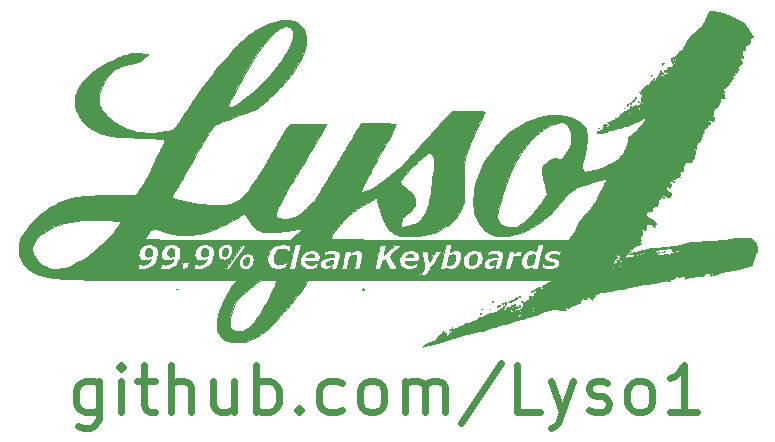
<source format=gto>
G04 #@! TF.GenerationSoftware,KiCad,Pcbnew,(5.1.7)-1*
G04 #@! TF.CreationDate,2020-12-06T11:00:51-05:00*
G04 #@! TF.ProjectId,neoutline,6e656f75-746c-4696-9e65-2e6b69636164,rev?*
G04 #@! TF.SameCoordinates,Original*
G04 #@! TF.FileFunction,Legend,Top*
G04 #@! TF.FilePolarity,Positive*
%FSLAX46Y46*%
G04 Gerber Fmt 4.6, Leading zero omitted, Abs format (unit mm)*
G04 Created by KiCad (PCBNEW (5.1.7)-1) date 2020-12-06 11:00:51*
%MOMM*%
%LPD*%
G01*
G04 APERTURE LIST*
%ADD10C,0.600000*%
%ADD11C,0.010000*%
G04 APERTURE END LIST*
D10*
X220047947Y-159681357D02*
X220047947Y-162919452D01*
X219857471Y-163300404D01*
X219666995Y-163490880D01*
X219286042Y-163681357D01*
X218714614Y-163681357D01*
X218333661Y-163490880D01*
X220047947Y-162157547D02*
X219666995Y-162348023D01*
X218905090Y-162348023D01*
X218524138Y-162157547D01*
X218333661Y-161967071D01*
X218143185Y-161586119D01*
X218143185Y-160443261D01*
X218333661Y-160062309D01*
X218524138Y-159871833D01*
X218905090Y-159681357D01*
X219666995Y-159681357D01*
X220047947Y-159871833D01*
X221952709Y-162348023D02*
X221952709Y-159681357D01*
X221952709Y-158348023D02*
X221762233Y-158538500D01*
X221952709Y-158728976D01*
X222143185Y-158538500D01*
X221952709Y-158348023D01*
X221952709Y-158728976D01*
X223286042Y-159681357D02*
X224809852Y-159681357D01*
X223857471Y-158348023D02*
X223857471Y-161776595D01*
X224047947Y-162157547D01*
X224428900Y-162348023D01*
X224809852Y-162348023D01*
X226143185Y-162348023D02*
X226143185Y-158348023D01*
X227857471Y-162348023D02*
X227857471Y-160252785D01*
X227666995Y-159871833D01*
X227286042Y-159681357D01*
X226714614Y-159681357D01*
X226333661Y-159871833D01*
X226143185Y-160062309D01*
X231476519Y-159681357D02*
X231476519Y-162348023D01*
X229762233Y-159681357D02*
X229762233Y-161776595D01*
X229952709Y-162157547D01*
X230333661Y-162348023D01*
X230905090Y-162348023D01*
X231286042Y-162157547D01*
X231476519Y-161967071D01*
X233381280Y-162348023D02*
X233381280Y-158348023D01*
X233381280Y-159871833D02*
X233762233Y-159681357D01*
X234524138Y-159681357D01*
X234905090Y-159871833D01*
X235095566Y-160062309D01*
X235286042Y-160443261D01*
X235286042Y-161586119D01*
X235095566Y-161967071D01*
X234905090Y-162157547D01*
X234524138Y-162348023D01*
X233762233Y-162348023D01*
X233381280Y-162157547D01*
X237000328Y-161967071D02*
X237190804Y-162157547D01*
X237000328Y-162348023D01*
X236809852Y-162157547D01*
X237000328Y-161967071D01*
X237000328Y-162348023D01*
X240619376Y-162157547D02*
X240238423Y-162348023D01*
X239476519Y-162348023D01*
X239095566Y-162157547D01*
X238905090Y-161967071D01*
X238714614Y-161586119D01*
X238714614Y-160443261D01*
X238905090Y-160062309D01*
X239095566Y-159871833D01*
X239476519Y-159681357D01*
X240238423Y-159681357D01*
X240619376Y-159871833D01*
X242905090Y-162348023D02*
X242524138Y-162157547D01*
X242333661Y-161967071D01*
X242143185Y-161586119D01*
X242143185Y-160443261D01*
X242333661Y-160062309D01*
X242524138Y-159871833D01*
X242905090Y-159681357D01*
X243476519Y-159681357D01*
X243857471Y-159871833D01*
X244047947Y-160062309D01*
X244238423Y-160443261D01*
X244238423Y-161586119D01*
X244047947Y-161967071D01*
X243857471Y-162157547D01*
X243476519Y-162348023D01*
X242905090Y-162348023D01*
X245952709Y-162348023D02*
X245952709Y-159681357D01*
X245952709Y-160062309D02*
X246143185Y-159871833D01*
X246524138Y-159681357D01*
X247095566Y-159681357D01*
X247476519Y-159871833D01*
X247666995Y-160252785D01*
X247666995Y-162348023D01*
X247666995Y-160252785D02*
X247857471Y-159871833D01*
X248238423Y-159681357D01*
X248809852Y-159681357D01*
X249190804Y-159871833D01*
X249381280Y-160252785D01*
X249381280Y-162348023D01*
X254143185Y-158157547D02*
X250714614Y-163300404D01*
X257381280Y-162348023D02*
X255476519Y-162348023D01*
X255476519Y-158348023D01*
X258333661Y-159681357D02*
X259286042Y-162348023D01*
X260238423Y-159681357D02*
X259286042Y-162348023D01*
X258905090Y-163300404D01*
X258714614Y-163490880D01*
X258333661Y-163681357D01*
X261571757Y-162157547D02*
X261952709Y-162348023D01*
X262714614Y-162348023D01*
X263095566Y-162157547D01*
X263286042Y-161776595D01*
X263286042Y-161586119D01*
X263095566Y-161205166D01*
X262714614Y-161014690D01*
X262143185Y-161014690D01*
X261762233Y-160824214D01*
X261571757Y-160443261D01*
X261571757Y-160252785D01*
X261762233Y-159871833D01*
X262143185Y-159681357D01*
X262714614Y-159681357D01*
X263095566Y-159871833D01*
X265571757Y-162348023D02*
X265190804Y-162157547D01*
X265000328Y-161967071D01*
X264809852Y-161586119D01*
X264809852Y-160443261D01*
X265000328Y-160062309D01*
X265190804Y-159871833D01*
X265571757Y-159681357D01*
X266143185Y-159681357D01*
X266524138Y-159871833D01*
X266714614Y-160062309D01*
X266905090Y-160443261D01*
X266905090Y-161586119D01*
X266714614Y-161967071D01*
X266524138Y-162157547D01*
X266143185Y-162348023D01*
X265571757Y-162348023D01*
X270714614Y-162348023D02*
X268428900Y-162348023D01*
X269571757Y-162348023D02*
X269571757Y-158348023D01*
X269190804Y-158919452D01*
X268809852Y-159300404D01*
X268428900Y-159490880D01*
D11*
G04 #@! TO.C,G\u002A\u002A\u002A*
G36*
X271829165Y-128349287D02*
G01*
X271900706Y-128360897D01*
X271995747Y-128378245D01*
X272105345Y-128399745D01*
X272149900Y-128408870D01*
X272293246Y-128438327D01*
X272458001Y-128471776D01*
X272624016Y-128505148D01*
X272771140Y-128534372D01*
X272773950Y-128534925D01*
X272845410Y-128549279D01*
X272910455Y-128563486D01*
X272972648Y-128579067D01*
X273035552Y-128597540D01*
X273102728Y-128620426D01*
X273177740Y-128649242D01*
X273264150Y-128685509D01*
X273365521Y-128730747D01*
X273485416Y-128786473D01*
X273627396Y-128854208D01*
X273795025Y-128935472D01*
X273991866Y-129031782D01*
X274221480Y-129144659D01*
X274336759Y-129201417D01*
X274594650Y-129328417D01*
X274814549Y-129645917D01*
X274906173Y-129778146D01*
X275009495Y-129927159D01*
X275114021Y-130077827D01*
X275209254Y-130215017D01*
X275243174Y-130263851D01*
X275311468Y-130363278D01*
X275370390Y-130451212D01*
X275415991Y-130521583D01*
X275444322Y-130568323D01*
X275451900Y-130584661D01*
X275435106Y-130596589D01*
X275410232Y-130594140D01*
X275363735Y-130601870D01*
X275312110Y-130640337D01*
X275264056Y-130700266D01*
X275228271Y-130772382D01*
X275220976Y-130795962D01*
X275199913Y-130876638D01*
X275178654Y-130958312D01*
X275176169Y-130967879D01*
X275151895Y-131030520D01*
X275114904Y-131094171D01*
X275073614Y-131147041D01*
X275036446Y-131177339D01*
X275024350Y-131180500D01*
X274995982Y-131191278D01*
X274945145Y-131219131D01*
X274899562Y-131247350D01*
X274836891Y-131292615D01*
X274802671Y-131332781D01*
X274786870Y-131380392D01*
X274785280Y-131390225D01*
X274773965Y-131455875D01*
X274757516Y-131538459D01*
X274747908Y-131582667D01*
X274731317Y-131648955D01*
X274714614Y-131683973D01*
X274689641Y-131698013D01*
X274653988Y-131701200D01*
X274586448Y-131714320D01*
X274532280Y-131738729D01*
X274496276Y-131777481D01*
X274479695Y-131836868D01*
X274482545Y-131921443D01*
X274504838Y-132035761D01*
X274533157Y-132139806D01*
X274556074Y-132222696D01*
X274571733Y-132289310D01*
X274578005Y-132330025D01*
X274576914Y-132337708D01*
X274551593Y-132338926D01*
X274502878Y-132327905D01*
X274489110Y-132323597D01*
X274425531Y-132310729D01*
X274365573Y-132311408D01*
X274322449Y-132324178D01*
X274308900Y-132343445D01*
X274318368Y-132369709D01*
X274343610Y-132423140D01*
X274379875Y-132493876D01*
X274394774Y-132521788D01*
X274438833Y-132607892D01*
X274464018Y-132671710D01*
X274474374Y-132726547D01*
X274474149Y-132782705D01*
X274468861Y-132839246D01*
X274455833Y-132875187D01*
X274425737Y-132902573D01*
X274369245Y-132933450D01*
X274349919Y-132943119D01*
X274274362Y-132986417D01*
X274225050Y-133032153D01*
X274187410Y-133094009D01*
X274185877Y-133097144D01*
X274150469Y-133182737D01*
X274141463Y-133243093D01*
X274158051Y-133285404D01*
X274163974Y-133291941D01*
X274176504Y-133321283D01*
X274158682Y-133356998D01*
X273941620Y-133676126D01*
X273843110Y-133836917D01*
X273715316Y-134050493D01*
X273603440Y-134230988D01*
X273503999Y-134382945D01*
X273413511Y-134510910D01*
X273328495Y-134619428D01*
X273245467Y-134713043D01*
X273160947Y-134796300D01*
X273071452Y-134873744D01*
X273013681Y-134919493D01*
X272944965Y-134976702D01*
X272883752Y-135035082D01*
X272845780Y-135078846D01*
X272798347Y-135145458D01*
X272873793Y-135133215D01*
X272946546Y-135133218D01*
X272987164Y-135157973D01*
X272992936Y-135201798D01*
X272961152Y-135259009D01*
X272943162Y-135278661D01*
X272889758Y-135332065D01*
X272964329Y-135518449D01*
X272996926Y-135603406D01*
X273022293Y-135676152D01*
X273036824Y-135726006D01*
X273038900Y-135739249D01*
X273024206Y-135768402D01*
X272990686Y-135770452D01*
X272962903Y-135752703D01*
X272925913Y-135735316D01*
X272862794Y-135721612D01*
X272789718Y-135713673D01*
X272722861Y-135713579D01*
X272693145Y-135717981D01*
X272667120Y-135726371D01*
X272652309Y-135741557D01*
X272646575Y-135772913D01*
X272647778Y-135829815D01*
X272652144Y-135897771D01*
X272653931Y-136005911D01*
X272640608Y-136100149D01*
X272608360Y-136188390D01*
X272553369Y-136278536D01*
X272471818Y-136378492D01*
X272366316Y-136489687D01*
X272260579Y-136601245D01*
X272183665Y-136696015D01*
X272130754Y-136782901D01*
X272097024Y-136870811D01*
X272077655Y-136968650D01*
X272070960Y-137035319D01*
X272063471Y-137118680D01*
X272053874Y-137170604D01*
X272038169Y-137201943D01*
X272012359Y-137223550D01*
X271998595Y-137231737D01*
X271957366Y-137258722D01*
X271938489Y-137278048D01*
X271938367Y-137278916D01*
X271956197Y-137293380D01*
X272001642Y-137315431D01*
X272031816Y-137327655D01*
X272115545Y-137366859D01*
X272158975Y-137406105D01*
X272164086Y-137447609D01*
X272155366Y-137466113D01*
X272135881Y-137511845D01*
X272118721Y-137575055D01*
X272116544Y-137586102D01*
X272089147Y-137660665D01*
X272045388Y-137698735D01*
X271991976Y-137698716D01*
X271935621Y-137659014D01*
X271915359Y-137633935D01*
X271881313Y-137592668D01*
X271846700Y-137576027D01*
X271793103Y-137576635D01*
X271776639Y-137578384D01*
X271703514Y-137594248D01*
X271637925Y-137620519D01*
X271626330Y-137627415D01*
X271567816Y-137666099D01*
X271667217Y-137707577D01*
X271743160Y-137752098D01*
X271791787Y-137806381D01*
X271811242Y-137862893D01*
X271799665Y-137914102D01*
X271755197Y-137952479D01*
X271729975Y-137961935D01*
X271675913Y-137990110D01*
X271611293Y-138047923D01*
X271533699Y-138137966D01*
X271440716Y-138262835D01*
X271413301Y-138301930D01*
X271334557Y-138390425D01*
X271259090Y-138435708D01*
X271174726Y-138468847D01*
X271242834Y-138539116D01*
X271310942Y-138609386D01*
X271224651Y-138689068D01*
X271184761Y-138728805D01*
X271154760Y-138768848D01*
X271131350Y-138817697D01*
X271111233Y-138883853D01*
X271091110Y-138975815D01*
X271070524Y-139086250D01*
X271038065Y-139230326D01*
X270998266Y-139335878D01*
X270948711Y-139406428D01*
X270886984Y-139445497D01*
X270816454Y-139456667D01*
X270755882Y-139463715D01*
X270710414Y-139480908D01*
X270707431Y-139483125D01*
X270691492Y-139514305D01*
X270670752Y-139585947D01*
X270645118Y-139698460D01*
X270614494Y-139852252D01*
X270586032Y-140007000D01*
X270550349Y-140205774D01*
X270520767Y-140367741D01*
X270496030Y-140497780D01*
X270474883Y-140600773D01*
X270456070Y-140681601D01*
X270438334Y-140745146D01*
X270420420Y-140796287D01*
X270401071Y-140839906D01*
X270379032Y-140880885D01*
X270353047Y-140924103D01*
X270347911Y-140932404D01*
X270287471Y-141028765D01*
X270241028Y-141094932D01*
X270200125Y-141136598D01*
X270156304Y-141159455D01*
X270101108Y-141169197D01*
X270026078Y-141171517D01*
X269992502Y-141171631D01*
X269875080Y-141176069D01*
X269787204Y-141189897D01*
X269722675Y-141212191D01*
X269661596Y-141244177D01*
X269617350Y-141280995D01*
X269587062Y-141329898D01*
X269567859Y-141398139D01*
X269556866Y-141492973D01*
X269551208Y-141621651D01*
X269550592Y-141646447D01*
X269547516Y-141752090D01*
X269543676Y-141843506D01*
X269539531Y-141911773D01*
X269535538Y-141947973D01*
X269534980Y-141950088D01*
X269518411Y-141960780D01*
X269479318Y-141948163D01*
X269429290Y-141921058D01*
X269374457Y-141890863D01*
X269336839Y-141873801D01*
X269326912Y-141872387D01*
X269314363Y-141893604D01*
X269287485Y-141941155D01*
X269255881Y-141997923D01*
X269221078Y-142063131D01*
X269205255Y-142104437D01*
X269206147Y-142134554D01*
X269221491Y-142166198D01*
X269224907Y-142171876D01*
X269245997Y-142217267D01*
X269244973Y-142261344D01*
X269231994Y-142302994D01*
X269217354Y-142363979D01*
X269217044Y-142415045D01*
X269218342Y-142420083D01*
X269223647Y-142453357D01*
X269207236Y-142458245D01*
X269165686Y-142434325D01*
X269131768Y-142409417D01*
X269084839Y-142376241D01*
X269052124Y-142357826D01*
X269046955Y-142356500D01*
X269026622Y-142370996D01*
X268985106Y-142409824D01*
X268929701Y-142465990D01*
X268900061Y-142497328D01*
X268768603Y-142638157D01*
X268670668Y-142624733D01*
X268613280Y-142620117D01*
X268578035Y-142623543D01*
X268572733Y-142628327D01*
X268586216Y-142651055D01*
X268621771Y-142695182D01*
X268672053Y-142751661D01*
X268678462Y-142758555D01*
X268728490Y-142814362D01*
X268763166Y-142857404D01*
X268775919Y-142879436D01*
X268775569Y-142880386D01*
X268754174Y-142875411D01*
X268706846Y-142853925D01*
X268649818Y-142823837D01*
X268577955Y-142785347D01*
X268527488Y-142765647D01*
X268483269Y-142762156D01*
X268430152Y-142772292D01*
X268398108Y-142780946D01*
X268342898Y-142804383D01*
X268321325Y-142837748D01*
X268333508Y-142885604D01*
X268379563Y-142952509D01*
X268403253Y-142980748D01*
X268475222Y-143069496D01*
X268515510Y-143135225D01*
X268524753Y-143182257D01*
X268503586Y-143214919D01*
X268452644Y-143237534D01*
X268441437Y-143240596D01*
X268385295Y-143266627D01*
X268364886Y-143304959D01*
X268353786Y-143340912D01*
X268330887Y-143347055D01*
X268289612Y-143322847D01*
X268256207Y-143295988D01*
X268190433Y-143240643D01*
X268106416Y-143298867D01*
X268056928Y-143339554D01*
X268026739Y-143376694D01*
X268022400Y-143390175D01*
X268037225Y-143424540D01*
X268076751Y-143472959D01*
X268133556Y-143529378D01*
X268200216Y-143587745D01*
X268269308Y-143642008D01*
X268333409Y-143686112D01*
X268385096Y-143714006D01*
X268416946Y-143719636D01*
X268421717Y-143715777D01*
X268435761Y-143718756D01*
X268454658Y-143756014D01*
X268465937Y-143789728D01*
X268482123Y-143853850D01*
X268482492Y-143897020D01*
X268466329Y-143937836D01*
X268459788Y-143949560D01*
X268434671Y-144008720D01*
X268424566Y-144062132D01*
X268418645Y-144100282D01*
X268396549Y-144110376D01*
X268351781Y-144092938D01*
X268313953Y-144071079D01*
X268254146Y-144038285D01*
X268225979Y-144031513D01*
X268230330Y-144050383D01*
X268265605Y-144091946D01*
X268305351Y-144140980D01*
X268310718Y-144166258D01*
X268283799Y-144165513D01*
X268226688Y-144136478D01*
X268225275Y-144135607D01*
X268155301Y-144097746D01*
X268069615Y-144058980D01*
X267980975Y-144024246D01*
X267902138Y-143998478D01*
X267845861Y-143986613D01*
X267839465Y-143986333D01*
X267786920Y-143994252D01*
X267733283Y-144013494D01*
X267694161Y-144037290D01*
X267683733Y-144053895D01*
X267700866Y-144075550D01*
X267720775Y-144085582D01*
X267765145Y-144105296D01*
X267819939Y-144134560D01*
X267873618Y-144166457D01*
X267914647Y-144194072D01*
X267931490Y-144210490D01*
X267931118Y-144211670D01*
X267908236Y-144210763D01*
X267856139Y-144200933D01*
X267786332Y-144184840D01*
X267710317Y-144165145D01*
X267639599Y-144144508D01*
X267636690Y-144143589D01*
X267607980Y-144144051D01*
X267599142Y-144176659D01*
X267599066Y-144182710D01*
X267584067Y-144236987D01*
X267547401Y-144279034D01*
X267501566Y-144297378D01*
X267478146Y-144293697D01*
X267454469Y-144280674D01*
X267467163Y-144268591D01*
X267487941Y-144260062D01*
X267524476Y-144242110D01*
X267535566Y-144230975D01*
X267518552Y-144213485D01*
X267478882Y-144190927D01*
X267433610Y-144171291D01*
X267399795Y-144162563D01*
X267392979Y-144164198D01*
X267388461Y-144188490D01*
X267384108Y-144247103D01*
X267380339Y-144332026D01*
X267377573Y-144435250D01*
X267376983Y-144469815D01*
X267373889Y-144600322D01*
X267367670Y-144696094D01*
X267356258Y-144764713D01*
X267337584Y-144813764D01*
X267309579Y-144850831D01*
X267270174Y-144883498D01*
X267262688Y-144888812D01*
X267216383Y-144908714D01*
X267147506Y-144925041D01*
X267107290Y-144930564D01*
X267011385Y-144941352D01*
X266948892Y-144953206D01*
X266910953Y-144969519D01*
X266888713Y-144993686D01*
X266877085Y-145018799D01*
X266866288Y-145086910D01*
X266880213Y-145152737D01*
X266891413Y-145221130D01*
X266881013Y-145276373D01*
X266854665Y-145311320D01*
X266818020Y-145318829D01*
X266776731Y-145291753D01*
X266773350Y-145287822D01*
X266740122Y-145271072D01*
X266708186Y-145287208D01*
X266689896Y-145328253D01*
X266688900Y-145342342D01*
X266675719Y-145385906D01*
X266642474Y-145395391D01*
X266606524Y-145374823D01*
X266568477Y-145347606D01*
X266534145Y-145347940D01*
X266489110Y-145377419D01*
X266474658Y-145389386D01*
X266407943Y-145463197D01*
X266376322Y-145548209D01*
X266371400Y-145612899D01*
X266371346Y-145639585D01*
X266373751Y-145662067D01*
X266382460Y-145683685D01*
X266401320Y-145707780D01*
X266434177Y-145737694D01*
X266484878Y-145776768D01*
X266557268Y-145828343D01*
X266655195Y-145895761D01*
X266782504Y-145982364D01*
X266847650Y-146026612D01*
X266971247Y-146111357D01*
X267063572Y-146177300D01*
X267128859Y-146228694D01*
X267171341Y-146269789D01*
X267195254Y-146304835D01*
X267204831Y-146338084D01*
X267204306Y-146373785D01*
X267203111Y-146383458D01*
X267184786Y-146442859D01*
X267151971Y-146462624D01*
X267105460Y-146442596D01*
X267069900Y-146409916D01*
X267029263Y-146375785D01*
X266990791Y-146356844D01*
X266966832Y-146358195D01*
X266964066Y-146366205D01*
X266974548Y-146405947D01*
X267001342Y-146466454D01*
X267037469Y-146533142D01*
X267063644Y-146574342D01*
X267099481Y-146632387D01*
X267106907Y-146659640D01*
X267087061Y-146655619D01*
X267041082Y-146619847D01*
X267014172Y-146595165D01*
X266909388Y-146511739D01*
X266793301Y-146445581D01*
X266675154Y-146400023D01*
X266564192Y-146378395D01*
X266469658Y-146384029D01*
X266447444Y-146390926D01*
X266415090Y-146424208D01*
X266391981Y-146490091D01*
X266379938Y-146579496D01*
X266380782Y-146683347D01*
X266383264Y-146710921D01*
X266387894Y-146788179D01*
X266379230Y-146841934D01*
X266352266Y-146874280D01*
X266301996Y-146887316D01*
X266223412Y-146883136D01*
X266111508Y-146863838D01*
X266049155Y-146850825D01*
X265970315Y-146835977D01*
X265908007Y-146828142D01*
X265873175Y-146828584D01*
X265870031Y-146830146D01*
X265876222Y-146851298D01*
X265906533Y-146892684D01*
X265954410Y-146945362D01*
X265954634Y-146945590D01*
X266017380Y-147015360D01*
X266047236Y-147066837D01*
X266045871Y-147106176D01*
X266014956Y-147139528D01*
X266008517Y-147143969D01*
X265963135Y-147174102D01*
X266064483Y-147352542D01*
X265985620Y-147420979D01*
X265911856Y-147499764D01*
X265878761Y-147574094D01*
X265885302Y-147646807D01*
X265895221Y-147669472D01*
X265924969Y-147749791D01*
X265919020Y-147809984D01*
X265876692Y-147853712D01*
X265859235Y-147863031D01*
X265791571Y-147895076D01*
X265892890Y-148003394D01*
X265952121Y-148073320D01*
X265976665Y-148119796D01*
X265966594Y-148143540D01*
X265921978Y-148145270D01*
X265906639Y-148142589D01*
X265842827Y-148143466D01*
X265753237Y-148162773D01*
X265648335Y-148197063D01*
X265538585Y-148242892D01*
X265434454Y-148296811D01*
X265429483Y-148299716D01*
X265328809Y-148362341D01*
X265260870Y-148413826D01*
X265219497Y-148459726D01*
X265198520Y-148505594D01*
X265197828Y-148508258D01*
X265187125Y-148541779D01*
X265170077Y-148547989D01*
X265133119Y-148529428D01*
X265121446Y-148522554D01*
X265057494Y-148500019D01*
X265010443Y-148515951D01*
X264982988Y-148568937D01*
X264978350Y-148597509D01*
X264977893Y-148643774D01*
X264995808Y-148661618D01*
X265027527Y-148664167D01*
X265070882Y-148672585D01*
X265076668Y-148696909D01*
X265045951Y-148735738D01*
X264979797Y-148787673D01*
X264889529Y-148845247D01*
X264802655Y-148898857D01*
X264743811Y-148941664D01*
X264703512Y-148982483D01*
X264672275Y-149030126D01*
X264655271Y-149062938D01*
X264617152Y-149129920D01*
X264577267Y-149184176D01*
X264554729Y-149205850D01*
X264520376Y-149235665D01*
X264508733Y-149255147D01*
X264527104Y-149268942D01*
X264573762Y-149273095D01*
X264636024Y-149268621D01*
X264701206Y-149256533D01*
X264756625Y-149237847D01*
X264762733Y-149234840D01*
X264827707Y-149211724D01*
X264922380Y-149195909D01*
X265049050Y-149186520D01*
X265148752Y-149179151D01*
X265240617Y-149167518D01*
X265311034Y-149153559D01*
X265335152Y-149145819D01*
X265403370Y-149123293D01*
X265485098Y-149104108D01*
X265511406Y-149099601D01*
X265577911Y-149092821D01*
X265620682Y-149100088D01*
X265656996Y-149124963D01*
X265663497Y-149130943D01*
X265713202Y-149177638D01*
X265744911Y-149150956D01*
X267115102Y-149150956D01*
X267119173Y-149166272D01*
X267144999Y-149176255D01*
X267199896Y-149183563D01*
X267270660Y-149187665D01*
X267344083Y-149188032D01*
X267406959Y-149184134D01*
X267436139Y-149179001D01*
X267461605Y-149164413D01*
X267449422Y-149138636D01*
X267407250Y-149118144D01*
X267324552Y-149109353D01*
X267294849Y-149108991D01*
X267199120Y-149114134D01*
X267138305Y-149128415D01*
X267115102Y-149150956D01*
X265744911Y-149150956D01*
X265777603Y-149123448D01*
X265829903Y-149084694D01*
X265876062Y-149058799D01*
X265882558Y-149056387D01*
X265924006Y-149029609D01*
X265937654Y-149013986D01*
X266884988Y-149013986D01*
X266889112Y-149022592D01*
X266916311Y-149039230D01*
X266957690Y-149044669D01*
X266985011Y-149040106D01*
X267036747Y-149040106D01*
X267057552Y-149043495D01*
X267085006Y-149039604D01*
X267085334Y-149032378D01*
X267057004Y-149027325D01*
X267044764Y-149030707D01*
X267036747Y-149040106D01*
X266985011Y-149040106D01*
X266993969Y-149038610D01*
X267006400Y-149024403D01*
X266996037Y-149013292D01*
X267101650Y-149013292D01*
X267323900Y-149024955D01*
X267420857Y-149032130D01*
X267505311Y-149042189D01*
X267566157Y-149053603D01*
X267588483Y-149061416D01*
X267644283Y-149084613D01*
X267685045Y-149074772D01*
X267705680Y-149054809D01*
X267750288Y-149031746D01*
X267791106Y-149034921D01*
X267836569Y-149037802D01*
X267859237Y-149015044D01*
X267863243Y-149004113D01*
X267882309Y-148968623D01*
X267896826Y-148959177D01*
X267927682Y-148958440D01*
X267985902Y-148957960D01*
X268032983Y-148957854D01*
X268106075Y-148958089D01*
X268166450Y-148958689D01*
X268189438Y-148959177D01*
X268226755Y-148979861D01*
X268243486Y-149016318D01*
X268257496Y-149072135D01*
X268328014Y-149000443D01*
X268410716Y-148921551D01*
X268478672Y-148871234D01*
X268542128Y-148843894D01*
X268611326Y-148833936D01*
X268633549Y-148833500D01*
X268722868Y-148825729D01*
X268816141Y-148806307D01*
X268841868Y-148798345D01*
X268914584Y-148778119D01*
X268981568Y-148767550D01*
X269004128Y-148767142D01*
X269086601Y-148762348D01*
X269142851Y-148731661D01*
X269176955Y-148683453D01*
X269196764Y-148639982D01*
X269194295Y-148618763D01*
X269172729Y-148607072D01*
X269134058Y-148605454D01*
X269070342Y-148615367D01*
X269007947Y-148631148D01*
X268916178Y-148652873D01*
X268808376Y-148670566D01*
X268726191Y-148678951D01*
X268645352Y-148682658D01*
X268598341Y-148680239D01*
X268576939Y-148670493D01*
X268572733Y-148656505D01*
X268584998Y-148619753D01*
X268593900Y-148611250D01*
X268614508Y-148584885D01*
X268596913Y-148562412D01*
X268569603Y-148554514D01*
X268523057Y-148531426D01*
X268500811Y-148505417D01*
X268475624Y-148467436D01*
X268444587Y-148445310D01*
X268396268Y-148434821D01*
X268319234Y-148431749D01*
X268300905Y-148431657D01*
X268213114Y-148435555D01*
X268153424Y-148449788D01*
X268112842Y-148473667D01*
X268086109Y-148491230D01*
X268053130Y-148503194D01*
X268005754Y-148510600D01*
X267935827Y-148514487D01*
X267835198Y-148515897D01*
X267781107Y-148516000D01*
X267660307Y-148516989D01*
X267573141Y-148520604D01*
X267510940Y-148527820D01*
X267465037Y-148539610D01*
X267429419Y-148555511D01*
X267360530Y-148586522D01*
X267291920Y-148608937D01*
X267286682Y-148610148D01*
X267217413Y-148641372D01*
X267181844Y-148692085D01*
X267181594Y-148754155D01*
X267218281Y-148819451D01*
X267240551Y-148841922D01*
X267279386Y-148883372D01*
X267297563Y-148916674D01*
X267297436Y-148923473D01*
X267274228Y-148944111D01*
X267224546Y-148969099D01*
X267195577Y-148980281D01*
X267101650Y-149013292D01*
X266996037Y-149013292D01*
X266988663Y-149005386D01*
X266948964Y-148989500D01*
X266907566Y-148982867D01*
X266886878Y-148988300D01*
X266884988Y-149013986D01*
X265937654Y-149013986D01*
X265956881Y-148991979D01*
X265990075Y-148955963D01*
X266033102Y-148949780D01*
X266055313Y-148953374D01*
X266103667Y-148956024D01*
X266146233Y-148936692D01*
X266188061Y-148900316D01*
X266246930Y-148855320D01*
X266309440Y-148824759D01*
X266324797Y-148820595D01*
X266375259Y-148806028D01*
X266404167Y-148789393D01*
X266404839Y-148788433D01*
X266399287Y-148773946D01*
X266366670Y-148770279D01*
X266320568Y-148776413D01*
X266274561Y-148791328D01*
X266259530Y-148799334D01*
X266216808Y-148814420D01*
X266145436Y-148828185D01*
X266059082Y-148838146D01*
X266037249Y-148839719D01*
X265930093Y-148849933D01*
X265859078Y-148866390D01*
X265818156Y-148891860D01*
X265801276Y-148929116D01*
X265799900Y-148948463D01*
X265787434Y-149004377D01*
X265772732Y-149031896D01*
X265751710Y-149054733D01*
X265729207Y-149053077D01*
X265690173Y-149025479D01*
X265687930Y-149023716D01*
X265630296Y-148978381D01*
X265559141Y-149022357D01*
X265487521Y-149057952D01*
X265433614Y-149060831D01*
X265387586Y-149030420D01*
X265371213Y-149011418D01*
X265348541Y-148985432D01*
X265323853Y-148969726D01*
X265287080Y-148962250D01*
X265228153Y-148960957D01*
X265137115Y-148963793D01*
X265031442Y-148965050D01*
X264965692Y-148958439D01*
X264937996Y-148942851D01*
X264946485Y-148917179D01*
X264989293Y-148880315D01*
X264992505Y-148878013D01*
X265068378Y-148844286D01*
X265156563Y-148833985D01*
X265236885Y-148848871D01*
X265251050Y-148855460D01*
X265284711Y-148864927D01*
X265307740Y-148841833D01*
X265315220Y-148826642D01*
X265332536Y-148799328D01*
X265360862Y-148782062D01*
X265410732Y-148770967D01*
X265489753Y-148762428D01*
X265602209Y-148744515D01*
X265733490Y-148711015D01*
X265842233Y-148675128D01*
X265984311Y-148628856D01*
X266099055Y-148605120D01*
X266160750Y-148600965D01*
X266285077Y-148586186D01*
X266436624Y-148542902D01*
X266457083Y-148535608D01*
X266554193Y-148501230D01*
X266636358Y-148475509D01*
X266712627Y-148457180D01*
X266792044Y-148444974D01*
X266883657Y-148437626D01*
X266996512Y-148433868D01*
X267139657Y-148432434D01*
X267195233Y-148432255D01*
X267336817Y-148431417D01*
X267442117Y-148429332D01*
X267517176Y-148425500D01*
X267568038Y-148419420D01*
X267600746Y-148410590D01*
X267621343Y-148398510D01*
X267623355Y-148396757D01*
X267644487Y-148383128D01*
X267677178Y-148373771D01*
X267728292Y-148368096D01*
X267804694Y-148365508D01*
X267913248Y-148365415D01*
X267978607Y-148366080D01*
X268102565Y-148367190D01*
X268193025Y-148366303D01*
X268258810Y-148362393D01*
X268308745Y-148354437D01*
X268351653Y-148341408D01*
X268396359Y-148322282D01*
X268409777Y-148315989D01*
X268462584Y-148292874D01*
X268512015Y-148277402D01*
X268568647Y-148268039D01*
X268643059Y-148263248D01*
X268745828Y-148261496D01*
X268786442Y-148261327D01*
X268908713Y-148259567D01*
X268995165Y-148254569D01*
X269052235Y-148245661D01*
X269086360Y-148232168D01*
X269090070Y-148229577D01*
X269138245Y-148210048D01*
X269210799Y-148199437D01*
X269240546Y-148198500D01*
X269332858Y-148189131D01*
X269426296Y-148157426D01*
X269474625Y-148134077D01*
X269607354Y-148075283D01*
X269754546Y-148030111D01*
X269923993Y-147996831D01*
X270123486Y-147973717D01*
X270234316Y-147965595D01*
X270355941Y-147956912D01*
X270471711Y-147946620D01*
X270570695Y-147935829D01*
X270641964Y-147925650D01*
X270657650Y-147922589D01*
X270704394Y-147916673D01*
X270788338Y-147910693D01*
X270904350Y-147904853D01*
X271047297Y-147899354D01*
X271212045Y-147894399D01*
X271393463Y-147890191D01*
X271546650Y-147887506D01*
X271750611Y-147884307D01*
X271916506Y-147881290D01*
X272048600Y-147878194D01*
X272151156Y-147874754D01*
X272228440Y-147870708D01*
X272284716Y-147865791D01*
X272324248Y-147859741D01*
X272351302Y-147852295D01*
X272370142Y-147843188D01*
X272380296Y-147836023D01*
X272406039Y-147819759D01*
X272439853Y-147808575D01*
X272489513Y-147801565D01*
X272562799Y-147797819D01*
X272667487Y-147796431D01*
X272720412Y-147796333D01*
X272883948Y-147793184D01*
X273013041Y-147783915D01*
X273104193Y-147768797D01*
X273114433Y-147766025D01*
X273202954Y-147744113D01*
X273297704Y-147726078D01*
X273324650Y-147722183D01*
X273413499Y-147707419D01*
X273508312Y-147686779D01*
X273536316Y-147679512D01*
X273608000Y-147664765D01*
X273704110Y-147651550D01*
X273806745Y-147642211D01*
X273832650Y-147640689D01*
X273931613Y-147632324D01*
X274026442Y-147618644D01*
X274100471Y-147602206D01*
X274115769Y-147597251D01*
X274205122Y-147576267D01*
X274324105Y-147564714D01*
X274461114Y-147562437D01*
X274604545Y-147569278D01*
X274742795Y-147585080D01*
X274854836Y-147607247D01*
X274940510Y-147628135D01*
X274996553Y-147638344D01*
X275034192Y-147638263D01*
X275064655Y-147628283D01*
X275088164Y-147615354D01*
X275148497Y-147579715D01*
X275326657Y-147722247D01*
X275442192Y-147815614D01*
X275528431Y-147888062D01*
X275589876Y-147944160D01*
X275631031Y-147988476D01*
X275656399Y-148025582D01*
X275670482Y-148060046D01*
X275674114Y-148074827D01*
X275693625Y-148139521D01*
X275718561Y-148192463D01*
X275732710Y-148230705D01*
X275742025Y-148296094D01*
X275747014Y-148393948D01*
X275748233Y-148503612D01*
X275748233Y-148767880D01*
X275674186Y-148890648D01*
X275633295Y-148966353D01*
X275601396Y-149039807D01*
X275587161Y-149087500D01*
X275569332Y-149145164D01*
X275543409Y-149185793D01*
X275541043Y-149187824D01*
X275519460Y-149224823D01*
X275503886Y-149298544D01*
X275495776Y-149378913D01*
X275486809Y-149469882D01*
X275472794Y-149533994D01*
X275448886Y-149586723D01*
X275414858Y-149637300D01*
X275375596Y-149700187D01*
X275350371Y-149758795D01*
X275345393Y-149784878D01*
X275324771Y-149862049D01*
X275270240Y-149927016D01*
X275189767Y-149973785D01*
X275091320Y-149996358D01*
X275062815Y-149997527D01*
X274947540Y-150014680D01*
X274887000Y-150042461D01*
X274795383Y-150078827D01*
X274704585Y-150090921D01*
X274629619Y-150099589D01*
X274564181Y-150117424D01*
X274541733Y-150128289D01*
X274491089Y-150153097D01*
X274419042Y-150179914D01*
X274372400Y-150194148D01*
X274291121Y-150213879D01*
X274185163Y-150235758D01*
X274065082Y-150258024D01*
X273941435Y-150278915D01*
X273824777Y-150296669D01*
X273725665Y-150309525D01*
X273654657Y-150315719D01*
X273642150Y-150316022D01*
X273568543Y-150325381D01*
X273487830Y-150348662D01*
X273465213Y-150357965D01*
X273343321Y-150392430D01*
X273237898Y-150399833D01*
X273105012Y-150411875D01*
X272991502Y-150442156D01*
X272912776Y-150466586D01*
X272835690Y-150481881D01*
X272801865Y-150484489D01*
X272717727Y-150501977D01*
X272665931Y-150537927D01*
X272611781Y-150577297D01*
X272557649Y-150601151D01*
X272553716Y-150602021D01*
X272441458Y-150629449D01*
X272328997Y-150666200D01*
X272232451Y-150706598D01*
X272187864Y-150730856D01*
X272120509Y-150764063D01*
X272072573Y-150763126D01*
X272037112Y-150727023D01*
X272026953Y-150707193D01*
X272016268Y-150663127D01*
X272035214Y-150632644D01*
X272088665Y-150611116D01*
X272139316Y-150600575D01*
X272213513Y-150578671D01*
X272289616Y-150543168D01*
X272303789Y-150534596D01*
X272352350Y-150499852D01*
X272369887Y-150473603D01*
X272368281Y-150466884D01*
X272467400Y-150466884D01*
X272482076Y-150474443D01*
X272514986Y-150465078D01*
X272549455Y-150445814D01*
X272568615Y-150424270D01*
X272559827Y-150402488D01*
X272547480Y-150399833D01*
X272508399Y-150413987D01*
X272475628Y-150445017D01*
X272467400Y-150466884D01*
X272368281Y-150466884D01*
X272363064Y-150445062D01*
X272361253Y-150441581D01*
X272331813Y-150405000D01*
X272300183Y-150409351D01*
X272274200Y-150435112D01*
X272239713Y-150468738D01*
X272186727Y-150512272D01*
X272162599Y-150530362D01*
X272129343Y-150553596D01*
X272098828Y-150569889D01*
X272062965Y-150580473D01*
X272013662Y-150586579D01*
X271942829Y-150589438D01*
X271842376Y-150590282D01*
X271768578Y-150590333D01*
X271644237Y-150590948D01*
X271554812Y-150593327D01*
X271492894Y-150598275D01*
X271451077Y-150606594D01*
X271421953Y-150619088D01*
X271406629Y-150629588D01*
X271352619Y-150661954D01*
X271284285Y-150691347D01*
X271271483Y-150695645D01*
X271204652Y-150720285D01*
X271168071Y-150741112D01*
X271165295Y-150755191D01*
X271193911Y-150759667D01*
X271226838Y-150764760D01*
X271225575Y-150787930D01*
X271218250Y-150802590D01*
X271206501Y-150819752D01*
X271188120Y-150831386D01*
X271155962Y-150838342D01*
X271102882Y-150841466D01*
X271021735Y-150841607D01*
X270906224Y-150839632D01*
X270790752Y-150837064D01*
X270710711Y-150833990D01*
X270659206Y-150829087D01*
X270629344Y-150821029D01*
X270614231Y-150808493D01*
X270606970Y-150790155D01*
X270604922Y-150781753D01*
X270592675Y-150729756D01*
X270542641Y-150800023D01*
X270491194Y-150854464D01*
X270430624Y-150895871D01*
X270422349Y-150899645D01*
X270360334Y-150915817D01*
X270276620Y-150925499D01*
X270186049Y-150928371D01*
X270103462Y-150924112D01*
X270043701Y-150912404D01*
X270033571Y-150908014D01*
X270001514Y-150900583D01*
X269968624Y-150920380D01*
X269941079Y-150950347D01*
X269894121Y-150998540D01*
X269862498Y-151009905D01*
X269841539Y-150984923D01*
X269834194Y-150961361D01*
X269814583Y-150918907D01*
X269776255Y-150888574D01*
X269712849Y-150868003D01*
X269618003Y-150854832D01*
X269530836Y-150848822D01*
X269433022Y-150845068D01*
X269368013Y-150846715D01*
X269326516Y-150854715D01*
X269299238Y-150870023D01*
X269295888Y-150872926D01*
X269221856Y-150914943D01*
X269139820Y-150921906D01*
X269063555Y-150892847D01*
X269059002Y-150889597D01*
X268989902Y-150855862D01*
X268924181Y-150844333D01*
X270043816Y-150844333D01*
X270045494Y-150863838D01*
X270053150Y-150865500D01*
X270074705Y-150850135D01*
X270075566Y-150844333D01*
X270068344Y-150823717D01*
X270066232Y-150823167D01*
X270048161Y-150837999D01*
X270043816Y-150844333D01*
X268924181Y-150844333D01*
X268874096Y-150848311D01*
X268851971Y-150868357D01*
X268843949Y-150913125D01*
X268834303Y-150960532D01*
X268808417Y-150981617D01*
X268764483Y-150988851D01*
X268697113Y-151005983D01*
X268639921Y-151036476D01*
X268586828Y-151066135D01*
X268539669Y-151077167D01*
X268490504Y-151095567D01*
X268434272Y-151146414D01*
X268426933Y-151155070D01*
X268385957Y-151200736D01*
X268349867Y-151223082D01*
X268301204Y-151229341D01*
X268250767Y-151228043D01*
X268181655Y-151220127D01*
X268127933Y-151205309D01*
X268110198Y-151194849D01*
X268082424Y-151177782D01*
X268046455Y-151185615D01*
X268025531Y-151195829D01*
X267969736Y-151213776D01*
X267896044Y-151224173D01*
X267867890Y-151225203D01*
X267792495Y-151231940D01*
X267724397Y-151248692D01*
X267705924Y-151256554D01*
X267650643Y-151277466D01*
X267562139Y-151301953D01*
X267449165Y-151328106D01*
X267320475Y-151354014D01*
X267184823Y-151377767D01*
X267074904Y-151394246D01*
X266982575Y-151409408D01*
X266897201Y-151427734D01*
X266834821Y-151445696D01*
X266826875Y-151448783D01*
X266759295Y-151466033D01*
X266660241Y-151476566D01*
X266565102Y-151479333D01*
X266463691Y-151482801D01*
X266343637Y-151492319D01*
X266214158Y-151506561D01*
X266084471Y-151524201D01*
X265963795Y-151543912D01*
X265861349Y-151564369D01*
X265786350Y-151584245D01*
X265758173Y-151595436D01*
X265693811Y-151617261D01*
X265620219Y-151627408D01*
X265613815Y-151627500D01*
X265542333Y-151634110D01*
X265458993Y-151650759D01*
X265427555Y-151659470D01*
X265368978Y-151675195D01*
X265279558Y-151696397D01*
X265170043Y-151720647D01*
X265051179Y-151745517D01*
X265011471Y-151753499D01*
X264897990Y-151777593D01*
X264796310Y-151802027D01*
X264715154Y-151824494D01*
X264663244Y-151842688D01*
X264652220Y-151848529D01*
X264619519Y-151863775D01*
X264568247Y-151873797D01*
X264490988Y-151879415D01*
X264380326Y-151881450D01*
X264354465Y-151881500D01*
X264252190Y-151883254D01*
X264162731Y-151888020D01*
X264096169Y-151895053D01*
X264063696Y-151902954D01*
X264026717Y-151915940D01*
X263958962Y-151933849D01*
X263871295Y-151953962D01*
X263805796Y-151967520D01*
X263704120Y-151990101D01*
X263608590Y-152015612D01*
X263532958Y-152040183D01*
X263503316Y-152052633D01*
X263426664Y-152079186D01*
X263313182Y-152100504D01*
X263175233Y-152115834D01*
X263056185Y-152127769D01*
X262932115Y-152142793D01*
X262820969Y-152158621D01*
X262765436Y-152168018D01*
X262673421Y-152183159D01*
X262585947Y-152194196D01*
X262520549Y-152198953D01*
X262515717Y-152199000D01*
X262442497Y-152209798D01*
X262387646Y-152247377D01*
X262383337Y-152251917D01*
X262350203Y-152281488D01*
X262311409Y-152297534D01*
X262253218Y-152303961D01*
X262197375Y-152304833D01*
X262125064Y-152306630D01*
X262070944Y-152311321D01*
X262047958Y-152317330D01*
X262046669Y-152343120D01*
X262058307Y-152393002D01*
X262065537Y-152415072D01*
X262095613Y-152500317D01*
X262017453Y-152571908D01*
X261969072Y-152613219D01*
X261932470Y-152639084D01*
X261921518Y-152643500D01*
X261892384Y-152654100D01*
X261852732Y-152676924D01*
X261817718Y-152707748D01*
X261815198Y-152743107D01*
X261821878Y-152763367D01*
X261835351Y-152815505D01*
X261823601Y-152834030D01*
X261787038Y-152819016D01*
X261726077Y-152770537D01*
X261693099Y-152740027D01*
X261665871Y-152714055D01*
X261742955Y-152714055D01*
X261745861Y-152726639D01*
X261757066Y-152728167D01*
X261774489Y-152720422D01*
X261771177Y-152714055D01*
X261746057Y-152711522D01*
X261742955Y-152714055D01*
X261665871Y-152714055D01*
X261569709Y-152622333D01*
X261430554Y-152622333D01*
X261344086Y-152627045D01*
X261298262Y-152641849D01*
X261292384Y-152667751D01*
X261325748Y-152705755D01*
X261356118Y-152729034D01*
X261395256Y-152760941D01*
X261411507Y-152782536D01*
X261410760Y-152785194D01*
X261387130Y-152784873D01*
X261332436Y-152775492D01*
X261256526Y-152758875D01*
X261217914Y-152749483D01*
X261035145Y-152703695D01*
X260965168Y-152757069D01*
X260909639Y-152812470D01*
X260861917Y-152882390D01*
X260831592Y-152951088D01*
X260825733Y-152985947D01*
X260807834Y-153041242D01*
X260764322Y-153087463D01*
X260710476Y-153108976D01*
X260705323Y-153109167D01*
X260649465Y-153120102D01*
X260588238Y-153146623D01*
X260584815Y-153148628D01*
X260536750Y-153171666D01*
X260460189Y-153202080D01*
X260367236Y-153235245D01*
X260303146Y-153256280D01*
X260191403Y-153296152D01*
X260074453Y-153345281D01*
X259971065Y-153395526D01*
X259933314Y-153416719D01*
X259779154Y-153508969D01*
X259638928Y-153422305D01*
X259565581Y-153500076D01*
X259513306Y-153562795D01*
X259495483Y-153605959D01*
X259511527Y-153633775D01*
X259545150Y-153647025D01*
X259584793Y-153664022D01*
X259598066Y-153681070D01*
X259598044Y-153693606D01*
X259591728Y-153699424D01*
X259569742Y-153698400D01*
X259522710Y-153690412D01*
X259462749Y-153679294D01*
X259388394Y-153667980D01*
X259339740Y-153668873D01*
X259301640Y-153683062D01*
X259287145Y-153691927D01*
X259247053Y-153713849D01*
X259213264Y-153713528D01*
X259167058Y-153692684D01*
X259077761Y-153662472D01*
X258955361Y-153644246D01*
X258807141Y-153637295D01*
X258640382Y-153640908D01*
X258462367Y-153654375D01*
X258280376Y-153676984D01*
X258101693Y-153708024D01*
X257933598Y-153746786D01*
X257783374Y-153792557D01*
X257670208Y-153838804D01*
X257591442Y-153874004D01*
X257522524Y-153900278D01*
X257475918Y-153912984D01*
X257469587Y-153913500D01*
X257431456Y-153924618D01*
X257370202Y-153954123D01*
X257297463Y-153996241D01*
X257278490Y-154008297D01*
X257205054Y-154052700D01*
X257140572Y-154086061D01*
X257096494Y-154102607D01*
X257089816Y-154103442D01*
X257044351Y-154110028D01*
X256979630Y-154126201D01*
X256952233Y-154134547D01*
X256891171Y-154153640D01*
X256803114Y-154180391D01*
X256701727Y-154210674D01*
X256634733Y-154230420D01*
X256463531Y-154281689D01*
X256310060Y-154330397D01*
X256150924Y-154384017D01*
X256116150Y-154396061D01*
X256015569Y-154427913D01*
X255905712Y-154457712D01*
X255798881Y-154482595D01*
X255707380Y-154499700D01*
X255643511Y-154506165D01*
X255642866Y-154506167D01*
X255586523Y-154513630D01*
X255507138Y-154533029D01*
X255418772Y-154559877D01*
X255335490Y-154589688D01*
X255271354Y-154617976D01*
X255248316Y-154632035D01*
X255214712Y-154645845D01*
X255159100Y-154658776D01*
X255147445Y-154660702D01*
X255076887Y-154681491D01*
X255013987Y-154715302D01*
X255010778Y-154717752D01*
X254945495Y-154750760D01*
X254905041Y-154750318D01*
X254843968Y-154755444D01*
X254798292Y-154780109D01*
X254745640Y-154806255D01*
X254669889Y-154830098D01*
X254609178Y-154842708D01*
X254532386Y-154857244D01*
X254467731Y-154873841D01*
X254435944Y-154885805D01*
X254388367Y-154900096D01*
X254321903Y-154907861D01*
X254302499Y-154908329D01*
X254204542Y-154919837D01*
X254078612Y-154952906D01*
X253931775Y-155005344D01*
X253782174Y-155069793D01*
X253690337Y-155109065D01*
X253615246Y-155130929D01*
X253537477Y-155139978D01*
X253480256Y-155141167D01*
X253410431Y-155142708D01*
X253353896Y-155149810D01*
X253298422Y-155166194D01*
X253231783Y-155195576D01*
X253141750Y-155241676D01*
X253130820Y-155247438D01*
X253017770Y-155302132D01*
X252905352Y-155347890D01*
X252809199Y-155378492D01*
X252790361Y-155382874D01*
X252715843Y-155401108D01*
X252657032Y-155420269D01*
X252627914Y-155435352D01*
X252596235Y-155446588D01*
X252533142Y-155454747D01*
X252449514Y-155458544D01*
X252430802Y-155458667D01*
X252245551Y-155472489D01*
X252122827Y-155500727D01*
X252045308Y-155522732D01*
X251977356Y-155538057D01*
X251938380Y-155543060D01*
X251892179Y-155551630D01*
X251824716Y-155573515D01*
X251769046Y-155596044D01*
X251700172Y-155620488D01*
X251600814Y-155647808D01*
X251482430Y-155675141D01*
X251356478Y-155699625D01*
X251349565Y-155700831D01*
X251234154Y-155722624D01*
X251126977Y-155746102D01*
X251038313Y-155768790D01*
X250978443Y-155788212D01*
X250968565Y-155792567D01*
X250920533Y-155812476D01*
X250841075Y-155841292D01*
X250739344Y-155875866D01*
X250624494Y-155913047D01*
X250559900Y-155933206D01*
X250433477Y-155972114D01*
X250307030Y-156011026D01*
X250192393Y-156046300D01*
X250101404Y-156074293D01*
X250073066Y-156083009D01*
X249979420Y-156109430D01*
X249885346Y-156132117D01*
X249810920Y-156146236D01*
X249809780Y-156146396D01*
X249705675Y-156168567D01*
X249578297Y-156207487D01*
X249440928Y-156258555D01*
X249306852Y-156317173D01*
X249282436Y-156328986D01*
X249210450Y-156360976D01*
X249147293Y-156383068D01*
X249111501Y-156390000D01*
X249068549Y-156396741D01*
X249000341Y-156414452D01*
X248921307Y-156439368D01*
X248917881Y-156440545D01*
X248839981Y-156464984D01*
X248734239Y-156494836D01*
X248614159Y-156526433D01*
X248493248Y-156556109D01*
X248485566Y-156557911D01*
X248366407Y-156585886D01*
X248248293Y-156613807D01*
X248144239Y-156638586D01*
X248067261Y-156657134D01*
X248062233Y-156658361D01*
X247964619Y-156679526D01*
X247859570Y-156698269D01*
X247797650Y-156707047D01*
X247715414Y-156721398D01*
X247639635Y-156742209D01*
X247602909Y-156757136D01*
X247539864Y-156785376D01*
X247504729Y-156788223D01*
X247491395Y-156765480D01*
X247490733Y-156753523D01*
X247508667Y-156706953D01*
X247554105Y-156658702D01*
X247614503Y-156620804D01*
X247638593Y-156611674D01*
X247688247Y-156588270D01*
X247747994Y-156549405D01*
X247765593Y-156535913D01*
X247843708Y-156489887D01*
X247946589Y-156452987D01*
X247977566Y-156445284D01*
X248152492Y-156402589D01*
X248290927Y-156360535D01*
X248398609Y-156316759D01*
X248481272Y-156268899D01*
X248544653Y-156214593D01*
X248549066Y-156209894D01*
X248599392Y-156162622D01*
X248664565Y-156110181D01*
X248691941Y-156090401D01*
X248747634Y-156046832D01*
X248777098Y-156013416D01*
X248777870Y-155994913D01*
X248747483Y-155996085D01*
X248739566Y-155998417D01*
X248704496Y-156003282D01*
X248698842Y-155988477D01*
X248717542Y-155958896D01*
X248725498Y-155950633D01*
X249014733Y-155950633D01*
X249033110Y-155964136D01*
X249078464Y-155970363D01*
X249136127Y-155969652D01*
X249191435Y-155962344D01*
X249229720Y-155948774D01*
X249233794Y-155945578D01*
X249243857Y-155911857D01*
X249230274Y-155870923D01*
X249201751Y-155842864D01*
X249187931Y-155839746D01*
X249143619Y-155850924D01*
X249090565Y-155878077D01*
X249043362Y-155911863D01*
X249016598Y-155942941D01*
X249014733Y-155950633D01*
X248725498Y-155950633D01*
X248755537Y-155919437D01*
X248807768Y-155874997D01*
X248869175Y-155830472D01*
X248934697Y-155790760D01*
X248974594Y-155770960D01*
X249043377Y-155737093D01*
X249086364Y-155703258D01*
X249117567Y-155655091D01*
X249142531Y-155598839D01*
X249179473Y-155522990D01*
X249210334Y-155486609D01*
X249233828Y-155490166D01*
X249248665Y-155534127D01*
X249251580Y-155559208D01*
X249258150Y-155638583D01*
X249469816Y-155638583D01*
X249476347Y-155741079D01*
X249482879Y-155843575D01*
X249418139Y-155829355D01*
X249368961Y-155824552D01*
X249355199Y-155841489D01*
X249372246Y-155878971D01*
X249406898Y-155897538D01*
X249463777Y-155890663D01*
X249533375Y-155860923D01*
X249597576Y-155817896D01*
X249652836Y-155777887D01*
X249700664Y-155749700D01*
X249713619Y-155744294D01*
X249746327Y-155716127D01*
X249765776Y-155672032D01*
X249804331Y-155593788D01*
X249882968Y-155528240D01*
X249962559Y-155489564D01*
X250016034Y-155461165D01*
X250305900Y-155461165D01*
X250318941Y-155472641D01*
X250327066Y-155469250D01*
X250347443Y-155441210D01*
X250348233Y-155435001D01*
X250335191Y-155423526D01*
X250327066Y-155426917D01*
X250306690Y-155454956D01*
X250305900Y-155461165D01*
X250016034Y-155461165D01*
X250024489Y-155456675D01*
X250069907Y-155417366D01*
X250090927Y-155380144D01*
X250084884Y-155357595D01*
X250059347Y-155356793D01*
X250008222Y-155368838D01*
X249972044Y-155380679D01*
X249885826Y-155405422D01*
X249809388Y-155416357D01*
X249751197Y-155413472D01*
X249719719Y-155396756D01*
X249716972Y-155381046D01*
X249731936Y-155355149D01*
X249770490Y-155333461D01*
X249840104Y-155312488D01*
X249886585Y-155301684D01*
X249926977Y-155284823D01*
X249945405Y-155248677D01*
X249950085Y-155214724D01*
X249959607Y-155167329D01*
X249974659Y-155145975D01*
X249977816Y-155146016D01*
X249989313Y-155168510D01*
X249993408Y-155218431D01*
X249992425Y-155243668D01*
X249985867Y-155335586D01*
X250055925Y-155321206D01*
X250101755Y-155305618D01*
X250174388Y-155273894D01*
X250222364Y-155250697D01*
X250633983Y-155250697D01*
X250697483Y-155243557D01*
X250747281Y-155228239D01*
X250767220Y-155192141D01*
X250767747Y-155188792D01*
X250765522Y-155149485D01*
X250742716Y-155146923D01*
X250699712Y-155181073D01*
X250685297Y-155195932D01*
X250633983Y-155250697D01*
X250222364Y-155250697D01*
X250263751Y-155230686D01*
X250357498Y-155181876D01*
X250454084Y-155131922D01*
X250534260Y-155093897D01*
X251161438Y-155093897D01*
X251164267Y-155100641D01*
X251189964Y-155111128D01*
X251196707Y-155108299D01*
X251207194Y-155082602D01*
X251204366Y-155075859D01*
X251178669Y-155065372D01*
X251171925Y-155068200D01*
X251161438Y-155093897D01*
X250534260Y-155093897D01*
X250544466Y-155089057D01*
X250618333Y-155057934D01*
X250664414Y-155043370D01*
X250720644Y-155029877D01*
X250758689Y-155014761D01*
X250761251Y-155012984D01*
X250794859Y-155000557D01*
X250851367Y-154990813D01*
X250867046Y-154989285D01*
X250926646Y-154978261D01*
X250968151Y-154949559D01*
X251002615Y-154903042D01*
X251053825Y-154823667D01*
X251239624Y-154823667D01*
X251328984Y-154823037D01*
X251385541Y-154819474D01*
X251418827Y-154810465D01*
X251438369Y-154793498D01*
X251453036Y-154767411D01*
X251483576Y-154720919D01*
X251512400Y-154695142D01*
X251557962Y-154676731D01*
X251627348Y-154653534D01*
X251707113Y-154629471D01*
X251783812Y-154608461D01*
X251843998Y-154594425D01*
X251870165Y-154590833D01*
X251906316Y-154574984D01*
X251950641Y-154535133D01*
X251967152Y-154515303D01*
X252046590Y-154428926D01*
X252134327Y-154362789D01*
X252220209Y-154323566D01*
X252270781Y-154315667D01*
X252334871Y-154311119D01*
X252404408Y-154295605D01*
X252438554Y-154283605D01*
X253353900Y-154283605D01*
X253355900Y-154291733D01*
X253368394Y-154292107D01*
X253401122Y-154282750D01*
X253463824Y-154261687D01*
X253466546Y-154260760D01*
X253528391Y-154234959D01*
X253561313Y-154211545D01*
X253561663Y-154195397D01*
X253716961Y-154195397D01*
X253723587Y-154203393D01*
X253725397Y-154202299D01*
X255528547Y-154202299D01*
X255552864Y-154224905D01*
X255576400Y-154233227D01*
X255666821Y-154250572D01*
X255727397Y-154242555D01*
X255762809Y-154208310D01*
X255767423Y-154197872D01*
X255780500Y-154141986D01*
X255787626Y-154069726D01*
X255788066Y-154049193D01*
X255788066Y-153954808D01*
X255655775Y-154057601D01*
X255578475Y-154122027D01*
X255536575Y-154169133D01*
X255528547Y-154202299D01*
X253725397Y-154202299D01*
X253746702Y-154189426D01*
X253771387Y-154171662D01*
X253821700Y-154132170D01*
X253859307Y-154096483D01*
X253861079Y-154094405D01*
X253896545Y-154066995D01*
X253911598Y-154062916D01*
X254941400Y-154062916D01*
X254957544Y-154082263D01*
X254962566Y-154082833D01*
X254981142Y-154065604D01*
X254981788Y-154061667D01*
X255121316Y-154061667D01*
X255122994Y-154081171D01*
X255130650Y-154082833D01*
X255144588Y-154072897D01*
X255312596Y-154072897D01*
X255323140Y-154099343D01*
X255353486Y-154098762D01*
X255386644Y-154071353D01*
X255402888Y-154038540D01*
X255387811Y-154013144D01*
X255362036Y-154000932D01*
X255334724Y-154024426D01*
X255332236Y-154027743D01*
X255312596Y-154072897D01*
X255144588Y-154072897D01*
X255152205Y-154067468D01*
X255153066Y-154061667D01*
X255145844Y-154041050D01*
X255143732Y-154040500D01*
X255125661Y-154055332D01*
X255121316Y-154061667D01*
X254981788Y-154061667D01*
X254983733Y-154049834D01*
X254973471Y-154027925D01*
X254962566Y-154029917D01*
X254942207Y-154056977D01*
X254941400Y-154062916D01*
X253911598Y-154062916D01*
X253916208Y-154061667D01*
X253952920Y-154043106D01*
X253986186Y-153997131D01*
X254007065Y-153938304D01*
X254010066Y-153908790D01*
X254003327Y-153862010D01*
X253986204Y-153853676D01*
X253963343Y-153882660D01*
X253946513Y-153924246D01*
X253905467Y-153998071D01*
X253842994Y-154035429D01*
X253801217Y-154040500D01*
X253760684Y-154059355D01*
X253745230Y-154088125D01*
X253724838Y-154159089D01*
X253716961Y-154195397D01*
X253561663Y-154195397D01*
X253561678Y-154194742D01*
X253528525Y-154188746D01*
X253492179Y-154198131D01*
X253442052Y-154220799D01*
X253393011Y-154248672D01*
X253359923Y-154273675D01*
X253353900Y-154283605D01*
X252438554Y-154283605D01*
X252487754Y-154266315D01*
X252593270Y-154220440D01*
X252687150Y-154175815D01*
X252851016Y-154097185D01*
X252983934Y-154036193D01*
X253092290Y-153990520D01*
X253182471Y-153957851D01*
X253260863Y-153935869D01*
X253333854Y-153922256D01*
X253406816Y-153914768D01*
X253480865Y-153908455D01*
X253540862Y-153898710D01*
X253595970Y-153881660D01*
X253655355Y-153853432D01*
X253728181Y-153810152D01*
X253823611Y-153747946D01*
X253861900Y-153722422D01*
X253945599Y-153667327D01*
X254040827Y-153605846D01*
X254105316Y-153564928D01*
X254184700Y-153509174D01*
X254261800Y-153445388D01*
X254310183Y-153397735D01*
X254355620Y-153349417D01*
X254382256Y-153330480D01*
X254397360Y-153336956D01*
X254402424Y-153347339D01*
X254408876Y-153397051D01*
X254404230Y-153434504D01*
X254385111Y-153473743D01*
X254346147Y-153533291D01*
X254295829Y-153602001D01*
X254242646Y-153668728D01*
X254195087Y-153722327D01*
X254163525Y-153750510D01*
X254138398Y-153779902D01*
X254150744Y-153802475D01*
X254177518Y-153807667D01*
X254215777Y-153792319D01*
X254261950Y-153754007D01*
X254275625Y-153738875D01*
X254320804Y-153694318D01*
X254371630Y-153670690D01*
X254441548Y-153659500D01*
X254549816Y-153648917D01*
X254556320Y-153559054D01*
X254570160Y-153490475D01*
X254604352Y-153448445D01*
X254666050Y-153427780D01*
X254743896Y-153423139D01*
X254833650Y-153435092D01*
X254890586Y-153472496D01*
X254917337Y-153537665D01*
X254920233Y-153578114D01*
X254917491Y-153631013D01*
X254902707Y-153653998D01*
X254866048Y-153659431D01*
X254855484Y-153659500D01*
X254811642Y-153664555D01*
X254804801Y-153681294D01*
X254807310Y-153685958D01*
X254819794Y-153722192D01*
X254831542Y-153781928D01*
X254835017Y-153807667D01*
X254844570Y-153866844D01*
X254860913Y-153895940D01*
X254893018Y-153907151D01*
X254909650Y-153909107D01*
X254961360Y-153900843D01*
X255024086Y-153873237D01*
X255085287Y-153834352D01*
X255132422Y-153792253D01*
X255152949Y-153755005D01*
X255153066Y-153752576D01*
X255135595Y-153724780D01*
X255092280Y-153693820D01*
X255078983Y-153686987D01*
X255020125Y-153645514D01*
X255002380Y-153600264D01*
X255025662Y-153556345D01*
X255081681Y-153522153D01*
X255130692Y-153498586D01*
X255149770Y-153472637D01*
X255148293Y-153427324D01*
X255145199Y-153407135D01*
X255139529Y-153326890D01*
X255156804Y-153273054D01*
X255201741Y-153233826D01*
X255218080Y-153224800D01*
X255268706Y-153201617D01*
X255299645Y-153199999D01*
X255315696Y-153225556D01*
X255321659Y-153283894D01*
X255322400Y-153346717D01*
X255322400Y-153499601D01*
X255385555Y-153430455D01*
X255439036Y-153385210D01*
X255486115Y-153379782D01*
X255535074Y-153414385D01*
X255553180Y-153434776D01*
X255565171Y-153460092D01*
X255546218Y-153481833D01*
X255519689Y-153496603D01*
X255454862Y-153522234D01*
X255385900Y-153540395D01*
X255328847Y-153560448D01*
X255285480Y-153603501D01*
X255264191Y-153637376D01*
X255235593Y-153689829D01*
X255218604Y-153725541D01*
X255216566Y-153732485D01*
X255235037Y-153742824D01*
X255282143Y-153744072D01*
X255345426Y-153737303D01*
X255412426Y-153723591D01*
X255449400Y-153712417D01*
X255515943Y-153692610D01*
X255573390Y-153681521D01*
X255586709Y-153680667D01*
X255620210Y-153687531D01*
X255626497Y-153716455D01*
X255623483Y-153735835D01*
X255628122Y-153790748D01*
X255667422Y-153821492D01*
X255718025Y-153828509D01*
X255763437Y-153819937D01*
X255777755Y-153789502D01*
X255771482Y-153763768D01*
X256667653Y-153763768D01*
X256671447Y-153785147D01*
X256688489Y-153800314D01*
X256740842Y-153819938D01*
X256815953Y-153827518D01*
X256895959Y-153822943D01*
X256963000Y-153806104D01*
X256971728Y-153802063D01*
X257013648Y-153772287D01*
X257032659Y-153746581D01*
X257030215Y-153732089D01*
X257006109Y-153724662D01*
X256953326Y-153723431D01*
X256874308Y-153726973D01*
X256766539Y-153735685D01*
X256698502Y-153747615D01*
X256667653Y-153763768D01*
X255771482Y-153763768D01*
X255763597Y-153731426D01*
X255762875Y-153729503D01*
X255751628Y-153688589D01*
X255753978Y-153671624D01*
X256613566Y-153671624D01*
X256621406Y-153696676D01*
X256647099Y-153695932D01*
X256693905Y-153667823D01*
X256757113Y-153617167D01*
X257195650Y-153617167D01*
X257196617Y-153636702D01*
X257203734Y-153638333D01*
X257233657Y-153622887D01*
X257237983Y-153617167D01*
X257237015Y-153597631D01*
X257229898Y-153596000D01*
X257199975Y-153611446D01*
X257195650Y-153617167D01*
X256757113Y-153617167D01*
X256765081Y-153610782D01*
X256796427Y-153583627D01*
X256870641Y-153515335D01*
X256906834Y-153476232D01*
X257364405Y-153476232D01*
X257372015Y-153490167D01*
X257399475Y-153476952D01*
X257413666Y-153464767D01*
X257434697Y-153430759D01*
X257437041Y-153399821D01*
X257420498Y-153387658D01*
X257414629Y-153388951D01*
X257392470Y-153408954D01*
X257373388Y-153443606D01*
X257364405Y-153476232D01*
X256906834Y-153476232D01*
X256914409Y-153468048D01*
X256927126Y-153443112D01*
X256908192Y-153441871D01*
X256857004Y-153465670D01*
X256846695Y-153471377D01*
X256765305Y-153522229D01*
X256694084Y-153575957D01*
X256641251Y-153625500D01*
X256615023Y-153663800D01*
X256613566Y-153671624D01*
X255753978Y-153671624D01*
X255756708Y-153651918D01*
X255782040Y-153604715D01*
X255805217Y-153570087D01*
X255857817Y-153501986D01*
X255915819Y-153438863D01*
X255940865Y-153415892D01*
X255961289Y-153397332D01*
X256476902Y-153397332D01*
X256492366Y-153403572D01*
X256523218Y-153380296D01*
X256528671Y-153374025D01*
X256561661Y-153350393D01*
X256620960Y-153320815D01*
X256680829Y-153296595D01*
X256777971Y-153255561D01*
X256852863Y-153212726D01*
X256898694Y-153172549D01*
X256909900Y-153146683D01*
X256897183Y-153140245D01*
X256872858Y-153155897D01*
X256826298Y-153182225D01*
X256765076Y-153201384D01*
X256763185Y-153201750D01*
X256690788Y-153224392D01*
X256612531Y-153262357D01*
X256542431Y-153307442D01*
X256494506Y-153351445D01*
X256486211Y-153363831D01*
X256476902Y-153397332D01*
X255961289Y-153397332D01*
X256000283Y-153361899D01*
X256027743Y-153320931D01*
X256026684Y-153282799D01*
X256000956Y-153237884D01*
X255971427Y-153188237D01*
X255957551Y-153148805D01*
X255957400Y-153146031D01*
X255974267Y-153102280D01*
X256011964Y-153058537D01*
X256224756Y-153058537D01*
X256243877Y-153108248D01*
X256254519Y-153126537D01*
X256293374Y-153178843D01*
X256322971Y-153191065D01*
X256345291Y-153163930D01*
X256346699Y-153160401D01*
X256349675Y-153136008D01*
X257058066Y-153136008D01*
X257058066Y-153136118D01*
X257061092Y-153167461D01*
X257077024Y-153162121D01*
X257092321Y-153147483D01*
X257113618Y-153111715D01*
X257112025Y-153089686D01*
X257088588Y-153074679D01*
X257067347Y-153092920D01*
X257058066Y-153136008D01*
X256349675Y-153136008D01*
X256353793Y-153102259D01*
X256335131Y-153052709D01*
X256297229Y-153025966D01*
X256284437Y-153024500D01*
X256237809Y-153032213D01*
X256224756Y-153058537D01*
X256011964Y-153058537D01*
X256015194Y-153054790D01*
X256057808Y-153023111D01*
X256382483Y-153023111D01*
X256401174Y-153046736D01*
X256428358Y-153062166D01*
X256491393Y-153084323D01*
X256533137Y-153082299D01*
X256546902Y-153056730D01*
X256546150Y-153050958D01*
X256523597Y-153022024D01*
X256492960Y-153014479D01*
X257142733Y-153014479D01*
X257161102Y-153022682D01*
X257206235Y-153024459D01*
X257263170Y-153020535D01*
X257316945Y-153011633D01*
X257339551Y-153004955D01*
X257388599Y-152972090D01*
X257408655Y-152928555D01*
X257394545Y-152886429D01*
X257391653Y-152883349D01*
X257370062Y-152871793D01*
X257338559Y-152878726D01*
X257287800Y-152907299D01*
X257253292Y-152930003D01*
X257195957Y-152970078D01*
X257155994Y-153000804D01*
X257142733Y-153014479D01*
X256492960Y-153014479D01*
X256466383Y-153007934D01*
X256459932Y-153007347D01*
X256402761Y-153008781D01*
X256382483Y-153023111D01*
X256057808Y-153023111D01*
X256065668Y-153017268D01*
X256108483Y-153003333D01*
X256159920Y-152989508D01*
X256199452Y-152964221D01*
X256255098Y-152927287D01*
X256331142Y-152891757D01*
X256408928Y-152865199D01*
X256468297Y-152855167D01*
X256499826Y-152847763D01*
X256501315Y-152817769D01*
X256498515Y-152807542D01*
X256496474Y-152799227D01*
X257527472Y-152799227D01*
X257534290Y-152827998D01*
X257565604Y-152830710D01*
X257612929Y-152807849D01*
X257632513Y-152793239D01*
X257665144Y-152763967D01*
X257666134Y-152748488D01*
X257642564Y-152736954D01*
X257588769Y-152735425D01*
X257543925Y-152764949D01*
X257527472Y-152799227D01*
X256496474Y-152799227D01*
X256474685Y-152710501D01*
X256471433Y-152639323D01*
X256489606Y-152582418D01*
X256517982Y-152541924D01*
X256576319Y-152490039D01*
X256636614Y-152474167D01*
X256684843Y-152485837D01*
X256697943Y-152513843D01*
X256673522Y-152547681D01*
X256655900Y-152558833D01*
X256625519Y-152589295D01*
X256614053Y-152644495D01*
X256613566Y-152665411D01*
X256617341Y-152718166D01*
X256626761Y-152747313D01*
X256630437Y-152749333D01*
X256653554Y-152735349D01*
X256694721Y-152699459D01*
X256726136Y-152668606D01*
X256780452Y-152602106D01*
X256799570Y-152548318D01*
X256799223Y-152536383D01*
X256803730Y-152496098D01*
X256837083Y-152479821D01*
X256846400Y-152478489D01*
X256913498Y-152467398D01*
X256941585Y-152452528D01*
X256933981Y-152429670D01*
X256905454Y-152403624D01*
X256871184Y-152367479D01*
X256861707Y-152338759D01*
X256863121Y-152335731D01*
X256887509Y-152313719D01*
X256936914Y-152277047D01*
X256999858Y-152234178D01*
X257060973Y-152190187D01*
X257104664Y-152151235D01*
X257121564Y-152125684D01*
X257121566Y-152125516D01*
X257110789Y-152066779D01*
X257076285Y-152036412D01*
X257014794Y-152033440D01*
X256923058Y-152056888D01*
X256908737Y-152061827D01*
X256850534Y-152077490D01*
X256808883Y-152079874D01*
X256799636Y-152076036D01*
X256795257Y-152046310D01*
X256823060Y-152006930D01*
X256875988Y-151964130D01*
X256946983Y-151924144D01*
X256993592Y-151904721D01*
X257059329Y-151878318D01*
X257105504Y-151855123D01*
X257121566Y-151841035D01*
X257138977Y-151822576D01*
X257182860Y-151794234D01*
X257240685Y-151762596D01*
X257299927Y-151734246D01*
X257348057Y-151715773D01*
X257366686Y-151712167D01*
X257390266Y-151731929D01*
X257407813Y-151785676D01*
X257409707Y-151796434D01*
X257427412Y-151869037D01*
X257455942Y-151904836D01*
X257502643Y-151907316D01*
X257574855Y-151879962D01*
X257580257Y-151877402D01*
X257653693Y-151833692D01*
X257686973Y-151791338D01*
X257689036Y-151782566D01*
X257710781Y-151737992D01*
X257749507Y-151701220D01*
X257784823Y-151670490D01*
X257783162Y-151645952D01*
X257780141Y-151642608D01*
X257752109Y-151634209D01*
X257707844Y-151655941D01*
X257694069Y-151665745D01*
X257639400Y-151696923D01*
X257588707Y-151711185D01*
X257553741Y-151706600D01*
X257544900Y-151690248D01*
X257562419Y-151669081D01*
X257606842Y-151640399D01*
X257634858Y-151626177D01*
X257693261Y-151594950D01*
X257772540Y-151547489D01*
X257859063Y-151492082D01*
X257862287Y-151489917D01*
X263513900Y-151489917D01*
X263524483Y-151500500D01*
X263831400Y-151500500D01*
X263848628Y-151519076D01*
X263864399Y-151521667D01*
X263886307Y-151511405D01*
X263884316Y-151500500D01*
X263857255Y-151480141D01*
X263851317Y-151479333D01*
X263831970Y-151495478D01*
X263831400Y-151500500D01*
X263524483Y-151500500D01*
X263535066Y-151489917D01*
X263524483Y-151479333D01*
X263513900Y-151489917D01*
X257862287Y-151489917D01*
X257894150Y-151468527D01*
X258018161Y-151392257D01*
X258126383Y-151342467D01*
X258174113Y-151328257D01*
X258246109Y-151306504D01*
X258306329Y-151278667D01*
X258327572Y-151263584D01*
X258363474Y-151213345D01*
X258366783Y-151167083D01*
X258337871Y-151135237D01*
X258322775Y-151130007D01*
X258298748Y-151129283D01*
X258233684Y-151128595D01*
X258128879Y-151127943D01*
X257985630Y-151127327D01*
X257805232Y-151126749D01*
X257588982Y-151126209D01*
X257338175Y-151125707D01*
X257054109Y-151125245D01*
X256738079Y-151124823D01*
X256391381Y-151124441D01*
X256015312Y-151124102D01*
X255611168Y-151123804D01*
X255180245Y-151123550D01*
X254723839Y-151123340D01*
X254243247Y-151123174D01*
X253739764Y-151123053D01*
X253214688Y-151122978D01*
X252669313Y-151122949D01*
X252104936Y-151122968D01*
X251522854Y-151123035D01*
X250924363Y-151123151D01*
X250310758Y-151123316D01*
X249683336Y-151123532D01*
X249043394Y-151123798D01*
X248392227Y-151124116D01*
X248032139Y-151124312D01*
X237789128Y-151130083D01*
X237620791Y-151415833D01*
X237545956Y-151542362D01*
X237481584Y-151649310D01*
X237423391Y-151742731D01*
X237367094Y-151828676D01*
X237308409Y-151913198D01*
X237243053Y-152002350D01*
X237166742Y-152102184D01*
X237075194Y-152218754D01*
X236964124Y-152358110D01*
X236876994Y-152466816D01*
X236555463Y-152864643D01*
X236248800Y-153238208D01*
X235958098Y-153586265D01*
X235684447Y-153907568D01*
X235428938Y-154200873D01*
X235192663Y-154464934D01*
X234976713Y-154698505D01*
X234782179Y-154900340D01*
X234610153Y-155069196D01*
X234538549Y-155135752D01*
X234178887Y-155438419D01*
X233801896Y-155708139D01*
X233411529Y-155942519D01*
X233011734Y-156139167D01*
X232645255Y-156282554D01*
X232394194Y-156368833D01*
X231699802Y-156368833D01*
X231500102Y-156368765D01*
X231337410Y-156367975D01*
X231206403Y-156365581D01*
X231101754Y-156360702D01*
X231018140Y-156352458D01*
X230950235Y-156339968D01*
X230892716Y-156322349D01*
X230840257Y-156298723D01*
X230787534Y-156268207D01*
X230729222Y-156229921D01*
X230687003Y-156201268D01*
X230538970Y-156086983D01*
X230407226Y-155953849D01*
X230281908Y-155791573D01*
X230251381Y-155746680D01*
X230182586Y-155639707D01*
X230132824Y-155550066D01*
X230098698Y-155466492D01*
X230076813Y-155377718D01*
X230063775Y-155272477D01*
X230056189Y-155139505D01*
X230054497Y-155093351D01*
X230051880Y-154923623D01*
X230057437Y-154770646D01*
X230066043Y-154686690D01*
X231176993Y-154686690D01*
X231180709Y-154894393D01*
X231190409Y-155021622D01*
X231202839Y-155115223D01*
X231220288Y-155183901D01*
X231245047Y-155236360D01*
X231279406Y-155281304D01*
X231283768Y-155286053D01*
X231335506Y-155332473D01*
X231400031Y-155370701D01*
X231485964Y-155404553D01*
X231601926Y-155437845D01*
X231658066Y-155451719D01*
X231839209Y-155484009D01*
X232001914Y-155487439D01*
X232159044Y-155461651D01*
X232246350Y-155435366D01*
X232458291Y-155343847D01*
X232666860Y-155215822D01*
X232873293Y-155050169D01*
X233078824Y-154845766D01*
X233284688Y-154601493D01*
X233492119Y-154316227D01*
X233513996Y-154283917D01*
X233552916Y-154222715D01*
X233609322Y-154129345D01*
X233680390Y-154008783D01*
X233763300Y-153866007D01*
X233855228Y-153705991D01*
X233953354Y-153533714D01*
X234054855Y-153354152D01*
X234156909Y-153172281D01*
X234256693Y-152993078D01*
X234351387Y-152821519D01*
X234438168Y-152662581D01*
X234514213Y-152521240D01*
X234524411Y-152502070D01*
X234637097Y-152287036D01*
X234731006Y-152100950D01*
X234809370Y-151936599D01*
X234875420Y-151786767D01*
X234932388Y-151644242D01*
X234983507Y-151501808D01*
X235014197Y-151408767D01*
X235047647Y-151301608D01*
X235068130Y-151227695D01*
X235076878Y-151180397D01*
X235075123Y-151153077D01*
X235064277Y-151139216D01*
X235036128Y-151134372D01*
X234971196Y-151129960D01*
X234875027Y-151126143D01*
X234753172Y-151123085D01*
X234611179Y-151120949D01*
X234454596Y-151119901D01*
X234407800Y-151119824D01*
X233781451Y-151119500D01*
X233318918Y-151491714D01*
X233193237Y-151592428D01*
X233073414Y-151687654D01*
X232964835Y-151773172D01*
X232872886Y-151844764D01*
X232802951Y-151898211D01*
X232760417Y-151929293D01*
X232759933Y-151929624D01*
X232487556Y-152133649D01*
X232229405Y-152363314D01*
X231991371Y-152612095D01*
X231779348Y-152873465D01*
X231599227Y-153140900D01*
X231492968Y-153332811D01*
X231390279Y-153571148D01*
X231305004Y-153837373D01*
X231239476Y-154119817D01*
X231196028Y-154406812D01*
X231176993Y-154686690D01*
X230066043Y-154686690D01*
X230072670Y-154622047D01*
X230099083Y-154465455D01*
X230138178Y-154288496D01*
X230165784Y-154177409D01*
X230269621Y-153817534D01*
X230400957Y-153443965D01*
X230561120Y-153053464D01*
X230751439Y-152642796D01*
X230973244Y-152208725D01*
X230978428Y-152199000D01*
X231057348Y-152054225D01*
X231129320Y-151930627D01*
X231201002Y-151818496D01*
X231279051Y-151708123D01*
X231370124Y-151589800D01*
X231480878Y-151453816D01*
X231528718Y-151396439D01*
X231600225Y-151309379D01*
X231659717Y-151233717D01*
X231702842Y-151175253D01*
X231725251Y-151139783D01*
X231727066Y-151132055D01*
X231705178Y-151131082D01*
X231642521Y-151130129D01*
X231540658Y-151129198D01*
X231401154Y-151128293D01*
X231225572Y-151127416D01*
X231015477Y-151126570D01*
X230772432Y-151125757D01*
X230498002Y-151124981D01*
X230193749Y-151124245D01*
X229861239Y-151123550D01*
X229502035Y-151122901D01*
X229117702Y-151122300D01*
X228709802Y-151121749D01*
X228279900Y-151121251D01*
X227829560Y-151120810D01*
X227360347Y-151120428D01*
X226873823Y-151120107D01*
X226371553Y-151119852D01*
X225855100Y-151119663D01*
X225326030Y-151119545D01*
X224785905Y-151119500D01*
X224731705Y-151119500D01*
X224086007Y-151119495D01*
X223481197Y-151119477D01*
X222915826Y-151119436D01*
X222388447Y-151119364D01*
X221897615Y-151119252D01*
X221441882Y-151119094D01*
X221019801Y-151118880D01*
X220629925Y-151118602D01*
X220270808Y-151118251D01*
X219941003Y-151117820D01*
X219639062Y-151117301D01*
X219363540Y-151116684D01*
X219112988Y-151115963D01*
X218885962Y-151115127D01*
X218681012Y-151114170D01*
X218496693Y-151113082D01*
X218331558Y-151111857D01*
X218184160Y-151110484D01*
X218053052Y-151108957D01*
X217936788Y-151107266D01*
X217833919Y-151105404D01*
X217743001Y-151103362D01*
X217662585Y-151101132D01*
X217591224Y-151098706D01*
X217527473Y-151096076D01*
X217469884Y-151093232D01*
X217417011Y-151090167D01*
X217367405Y-151086873D01*
X217319622Y-151083341D01*
X217272213Y-151079563D01*
X217236941Y-151076640D01*
X217083383Y-151063406D01*
X216934205Y-151049856D01*
X216797771Y-151036804D01*
X216682441Y-151025060D01*
X216596580Y-151015436D01*
X216566233Y-151011522D01*
X216465267Y-150997400D01*
X216359461Y-150982656D01*
X216280483Y-150971694D01*
X216127897Y-150949673D01*
X215962856Y-150924292D01*
X215794426Y-150897085D01*
X215631677Y-150869583D01*
X215483678Y-150843318D01*
X215359498Y-150819824D01*
X215268408Y-150800679D01*
X215230204Y-150789600D01*
X270203001Y-150789600D01*
X270219144Y-150796388D01*
X270234316Y-150799987D01*
X270288010Y-150806558D01*
X270342547Y-150805577D01*
X270382318Y-150798130D01*
X270393066Y-150788949D01*
X270373974Y-150784845D01*
X270324935Y-150783004D01*
X270281941Y-150783337D01*
X270222882Y-150785618D01*
X270203001Y-150789600D01*
X215230204Y-150789600D01*
X215131321Y-150760925D01*
X247237582Y-150760925D01*
X247771338Y-150749083D01*
X248097464Y-150238253D01*
X262496770Y-150238253D01*
X262516951Y-150282764D01*
X262524263Y-150290730D01*
X262560522Y-150306215D01*
X262615562Y-150310835D01*
X262672485Y-150305546D01*
X262714394Y-150291302D01*
X262725146Y-150279367D01*
X262714109Y-150253258D01*
X262674809Y-150224854D01*
X262620312Y-150201032D01*
X262563681Y-150188667D01*
X262551867Y-150188167D01*
X262509491Y-150202699D01*
X262496770Y-150238253D01*
X248097464Y-150238253D01*
X248134000Y-150181025D01*
X248951233Y-150181025D01*
X248970971Y-150183903D01*
X249024471Y-150186226D01*
X249103162Y-150187730D01*
X249182640Y-150188167D01*
X249284822Y-150187562D01*
X249352453Y-150184858D01*
X249393309Y-150178717D01*
X249415166Y-150167802D01*
X249425799Y-150150778D01*
X249427402Y-150146089D01*
X249437398Y-150121210D01*
X249453527Y-150115200D01*
X249487619Y-150128233D01*
X249526062Y-150147532D01*
X249680530Y-150203399D01*
X249846981Y-150222672D01*
X250016176Y-150205388D01*
X250178876Y-150151581D01*
X250192842Y-150144969D01*
X250341276Y-150050056D01*
X250472213Y-149920614D01*
X250581731Y-149762215D01*
X250631316Y-149655133D01*
X250861782Y-149655133D01*
X250887421Y-149814141D01*
X250946814Y-149949380D01*
X251038334Y-150059245D01*
X251160355Y-150142132D01*
X251311251Y-150196436D01*
X251489396Y-150220552D01*
X251626366Y-150218819D01*
X251728505Y-150207370D01*
X251834379Y-150187993D01*
X251919073Y-150165481D01*
X252002043Y-150133586D01*
X252081559Y-150096652D01*
X252122607Y-150073605D01*
X252255761Y-149967282D01*
X252368326Y-149834786D01*
X252375806Y-149822130D01*
X252634233Y-149822130D01*
X252642949Y-149937832D01*
X252672235Y-150026821D01*
X252726794Y-150101631D01*
X252746377Y-150120940D01*
X252837466Y-150179184D01*
X252953812Y-150213034D01*
X253085674Y-150221914D01*
X253223312Y-150205247D01*
X253356985Y-150162457D01*
X253367618Y-150157704D01*
X253444039Y-150119799D01*
X253515333Y-150079677D01*
X253548776Y-150058050D01*
X253614525Y-150011232D01*
X253600268Y-150100396D01*
X253586010Y-150189560D01*
X253823478Y-150183571D01*
X254060946Y-150177583D01*
X254062168Y-150172292D01*
X254434463Y-150172292D01*
X254453783Y-150178587D01*
X254507056Y-150183701D01*
X254585908Y-150187076D01*
X254672794Y-150188167D01*
X254912188Y-150188167D01*
X255023424Y-149706625D01*
X255034099Y-149660521D01*
X255788317Y-149660521D01*
X255802506Y-149830989D01*
X255845361Y-149971663D01*
X255916448Y-150081795D01*
X256015332Y-150160639D01*
X256100366Y-150196662D01*
X256213922Y-150223293D01*
X256314898Y-150225165D01*
X256424923Y-150202463D01*
X256435099Y-150199491D01*
X256516760Y-150168548D01*
X256604421Y-150125568D01*
X256640760Y-150104241D01*
X256711100Y-150061756D01*
X256752164Y-150044333D01*
X256768928Y-150052156D01*
X256766367Y-150085409D01*
X256760255Y-150108652D01*
X256746953Y-150156469D01*
X256740646Y-150181967D01*
X256740566Y-150182735D01*
X256760340Y-150184874D01*
X256814090Y-150186616D01*
X256893460Y-150187775D01*
X256983983Y-150188167D01*
X257079819Y-150187388D01*
X257157891Y-150185273D01*
X257209845Y-150182149D01*
X257227400Y-150178586D01*
X257232013Y-150156495D01*
X257245116Y-150097970D01*
X257248000Y-150085274D01*
X257545065Y-150085274D01*
X257559998Y-150110172D01*
X257608264Y-150134169D01*
X257677191Y-150155258D01*
X257886936Y-150198258D01*
X258102670Y-150218905D01*
X258312864Y-150217061D01*
X258505991Y-150192587D01*
X258610639Y-150166442D01*
X258671165Y-150142083D01*
X263229544Y-150142083D01*
X263255216Y-150133281D01*
X263311606Y-150101409D01*
X263313617Y-150099999D01*
X263450400Y-150099999D01*
X263463723Y-150128114D01*
X263497283Y-150173883D01*
X263541463Y-150226316D01*
X263586646Y-150274421D01*
X263623214Y-150307211D01*
X263638683Y-150315167D01*
X263632225Y-150301827D01*
X263603804Y-150268466D01*
X263590649Y-150254449D01*
X263532478Y-150193732D01*
X263622609Y-150127449D01*
X263680811Y-150089554D01*
X263730486Y-150065564D01*
X263749654Y-150061167D01*
X263790611Y-150054849D01*
X263795762Y-150039993D01*
X263769001Y-150022746D01*
X263716996Y-150009658D01*
X263618035Y-150004218D01*
X263535642Y-150017567D01*
X263477467Y-150047114D01*
X263451163Y-150090264D01*
X263450400Y-150099999D01*
X263313617Y-150099999D01*
X263366103Y-150063205D01*
X263385248Y-150035215D01*
X263367714Y-150020408D01*
X263348547Y-150018833D01*
X263311402Y-150034785D01*
X263269733Y-150074007D01*
X263263246Y-150082333D01*
X263233266Y-150125513D01*
X263229544Y-150142083D01*
X258671165Y-150142083D01*
X258762445Y-150105347D01*
X258885862Y-150026030D01*
X258928075Y-149981881D01*
X263822211Y-149981881D01*
X263839428Y-149993235D01*
X263879087Y-149995556D01*
X263985463Y-149997656D01*
X264056988Y-150001525D01*
X264101144Y-150008519D01*
X264125412Y-150019996D01*
X264137273Y-150037311D01*
X264139182Y-150042728D01*
X264152047Y-150072849D01*
X264170415Y-150077965D01*
X264204107Y-150056743D01*
X264237426Y-150029417D01*
X264289313Y-149994624D01*
X264336181Y-149977027D01*
X264342787Y-149976500D01*
X264373826Y-149966029D01*
X264376463Y-149950042D01*
X264369380Y-149945402D01*
X265955471Y-149945402D01*
X265956527Y-149983198D01*
X265968492Y-149997208D01*
X266010709Y-150007264D01*
X266050550Y-149995275D01*
X266070830Y-149967860D01*
X266070583Y-149957888D01*
X266047526Y-149927207D01*
X266006879Y-149916534D01*
X265968602Y-149928035D01*
X265955471Y-149945402D01*
X264369380Y-149945402D01*
X264357147Y-149937390D01*
X264306371Y-149928198D01*
X264220398Y-149922025D01*
X264110640Y-149918702D01*
X264001612Y-149917185D01*
X263927314Y-149918173D01*
X263880173Y-149922633D01*
X263852613Y-149931529D01*
X263837061Y-149945829D01*
X263831987Y-149954235D01*
X263822211Y-149981881D01*
X258928075Y-149981881D01*
X258975486Y-149932296D01*
X259000550Y-149891833D01*
X259030126Y-149826269D01*
X259040604Y-149776559D01*
X263575804Y-149776559D01*
X263585178Y-149826527D01*
X263591511Y-149835389D01*
X263631211Y-149852046D01*
X263671253Y-149832298D01*
X263693498Y-149795741D01*
X265698339Y-149795741D01*
X265730974Y-149801297D01*
X265752275Y-149797021D01*
X265801851Y-149787830D01*
X265877968Y-149777729D01*
X265964936Y-149768778D01*
X265972802Y-149768095D01*
X266052002Y-149759726D01*
X266114013Y-149750165D01*
X266147392Y-149741247D01*
X266149547Y-149739783D01*
X266158780Y-149713409D01*
X266127046Y-149694537D01*
X266055083Y-149683395D01*
X265957400Y-149680167D01*
X265865341Y-149681725D01*
X265805042Y-149687741D01*
X265766002Y-149700226D01*
X265737720Y-149721192D01*
X265736400Y-149722500D01*
X265699921Y-149768416D01*
X265698339Y-149795741D01*
X263693498Y-149795741D01*
X263702474Y-149780991D01*
X263704302Y-149775711D01*
X263732236Y-149711259D01*
X263761411Y-149687791D01*
X263794431Y-149703981D01*
X263809809Y-149721938D01*
X263853954Y-149757820D01*
X263899928Y-149751931D01*
X263946855Y-149704749D01*
X263970238Y-149661592D01*
X266413733Y-149661592D01*
X266433944Y-149672365D01*
X266491311Y-149678235D01*
X266580935Y-149679148D01*
X266697918Y-149675048D01*
X266832792Y-149666241D01*
X266910383Y-149658229D01*
X266966204Y-149648622D01*
X266991660Y-149639071D01*
X266991542Y-149635756D01*
X266964846Y-149627956D01*
X266904890Y-149619320D01*
X266820706Y-149610923D01*
X266726520Y-149604150D01*
X266600560Y-149598846D01*
X266511367Y-149600968D01*
X266453875Y-149611444D01*
X266423019Y-149631207D01*
X266413734Y-149661186D01*
X266413733Y-149661592D01*
X263970238Y-149661592D01*
X263991053Y-149623177D01*
X263995862Y-149612031D01*
X264063482Y-149612031D01*
X264070475Y-149644710D01*
X264090992Y-149654573D01*
X264122826Y-149632901D01*
X264127733Y-149627250D01*
X264172215Y-149604409D01*
X264255341Y-149595599D01*
X264267574Y-149595500D01*
X264340993Y-149591717D01*
X264391646Y-149575790D01*
X264422156Y-149553167D01*
X267450900Y-149553167D01*
X267469264Y-149568142D01*
X267513150Y-149574333D01*
X267562032Y-149567808D01*
X267588483Y-149553167D01*
X267579540Y-149538763D01*
X267536419Y-149532156D01*
X267526232Y-149532000D01*
X267476771Y-149537234D01*
X267451677Y-149550132D01*
X267450900Y-149553167D01*
X264422156Y-149553167D01*
X264438770Y-149540848D01*
X264450191Y-149530289D01*
X264519316Y-149465078D01*
X264445233Y-149479430D01*
X264397686Y-149488142D01*
X264361557Y-149491483D01*
X264320890Y-149489304D01*
X264259725Y-149481458D01*
X264231174Y-149477437D01*
X264168695Y-149471457D01*
X264131888Y-149479064D01*
X264105143Y-149504470D01*
X264098882Y-149513117D01*
X264072216Y-149565260D01*
X264063482Y-149612031D01*
X263995862Y-149612031D01*
X264023208Y-149548659D01*
X264060043Y-149460495D01*
X264098040Y-149367481D01*
X264133677Y-149278414D01*
X264163434Y-149202089D01*
X264183793Y-149147305D01*
X264191233Y-149122934D01*
X264174365Y-149101711D01*
X264132088Y-149069419D01*
X264076889Y-149033857D01*
X264021255Y-149002821D01*
X263977674Y-148984108D01*
X263965169Y-148981785D01*
X263913934Y-148987687D01*
X263854806Y-149002078D01*
X263802359Y-149020371D01*
X263771163Y-149037979D01*
X263767900Y-149043872D01*
X263781090Y-149067623D01*
X263815622Y-149112467D01*
X263862512Y-149166987D01*
X263908290Y-149221797D01*
X263937441Y-149264429D01*
X263943670Y-149285674D01*
X263943651Y-149285693D01*
X263914402Y-149295749D01*
X263873091Y-149299167D01*
X263806788Y-149319896D01*
X263738214Y-149380763D01*
X263669327Y-149479782D01*
X263638573Y-149536610D01*
X263604336Y-149619948D01*
X263582802Y-149703815D01*
X263575804Y-149776559D01*
X259040604Y-149776559D01*
X259043407Y-149763264D01*
X259044060Y-149682889D01*
X259042921Y-149661682D01*
X259036303Y-149585231D01*
X259023055Y-149534691D01*
X258995973Y-149493643D01*
X258948354Y-149446134D01*
X258916731Y-149418128D01*
X258884206Y-149394389D01*
X258844898Y-149372625D01*
X258792927Y-149350543D01*
X258722413Y-149325848D01*
X258627475Y-149296248D01*
X258502232Y-149259448D01*
X258378912Y-149224040D01*
X258281231Y-149186619D01*
X258224860Y-149141767D01*
X258209353Y-149089009D01*
X258218922Y-149054564D01*
X258264213Y-148998220D01*
X258341151Y-148961513D01*
X258452096Y-148943728D01*
X258585381Y-148943421D01*
X258686471Y-148950658D01*
X258764029Y-148964142D01*
X258836830Y-148988618D01*
X258923650Y-149028833D01*
X258924020Y-149029016D01*
X259006600Y-149066671D01*
X259064259Y-149085891D01*
X259091574Y-149084901D01*
X259092153Y-149084123D01*
X259106371Y-149047589D01*
X259122582Y-148986339D01*
X259138513Y-148912406D01*
X259151890Y-148837821D01*
X259160440Y-148774614D01*
X259161889Y-148734817D01*
X259159512Y-148727656D01*
X259117363Y-148707562D01*
X259040071Y-148686042D01*
X258934717Y-148664709D01*
X258808381Y-148645174D01*
X258782491Y-148641787D01*
X258580511Y-148629944D01*
X258378065Y-148643505D01*
X258189909Y-148681028D01*
X258107350Y-148707744D01*
X257979748Y-148771886D01*
X257876473Y-148856411D01*
X257799892Y-148955462D01*
X257752375Y-149063180D01*
X257736289Y-149173708D01*
X257754002Y-149281186D01*
X257807884Y-149379757D01*
X257826768Y-149401768D01*
X257877809Y-149446614D01*
X257945924Y-149486935D01*
X258037801Y-149525681D01*
X258160127Y-149565802D01*
X258268194Y-149596486D01*
X258404538Y-149637166D01*
X258501050Y-149675272D01*
X258559968Y-149712974D01*
X258583526Y-149752441D01*
X258573960Y-149795843D01*
X258533506Y-149845349D01*
X258529031Y-149849611D01*
X258495640Y-149875227D01*
X258454292Y-149891677D01*
X258393752Y-149901822D01*
X258302783Y-149908521D01*
X258296198Y-149908871D01*
X258112395Y-149901864D01*
X257939012Y-149863041D01*
X257785736Y-149794956D01*
X257732553Y-149760338D01*
X257681476Y-149726870D01*
X257645203Y-149709621D01*
X257635463Y-149709548D01*
X257625161Y-149734845D01*
X257609252Y-149789708D01*
X257590603Y-149862226D01*
X257572079Y-149940489D01*
X257556545Y-150012586D01*
X257546868Y-150066606D01*
X257545065Y-150085274D01*
X257248000Y-150085274D01*
X257265598Y-150007805D01*
X257292349Y-149890796D01*
X257324262Y-149751739D01*
X257360227Y-149595431D01*
X257399134Y-149426666D01*
X257439874Y-149250240D01*
X257481339Y-149070950D01*
X257522419Y-148893590D01*
X257562005Y-148722958D01*
X257598987Y-148563848D01*
X257632258Y-148421056D01*
X257660706Y-148299378D01*
X257683224Y-148203610D01*
X257698702Y-148138548D01*
X257706031Y-148108988D01*
X257706160Y-148108542D01*
X257707423Y-148092574D01*
X257695509Y-148081969D01*
X257663682Y-148075648D01*
X257605206Y-148072533D01*
X257513345Y-148071543D01*
X257474852Y-148071500D01*
X257232618Y-148071500D01*
X257185934Y-148277875D01*
X257148157Y-148442079D01*
X257117440Y-148569589D01*
X257094128Y-148659050D01*
X257078568Y-148709105D01*
X257073393Y-148719395D01*
X257050675Y-148716871D01*
X257002741Y-148700588D01*
X256971379Y-148687676D01*
X256808739Y-148638129D01*
X256646110Y-148627703D01*
X256487203Y-148653345D01*
X256335729Y-148712005D01*
X256195398Y-148800631D01*
X256069921Y-148916172D01*
X255963008Y-149055578D01*
X255878370Y-149215796D01*
X255819718Y-149393776D01*
X255790761Y-149586466D01*
X255788317Y-149660521D01*
X255034099Y-149660521D01*
X255055483Y-149568171D01*
X255084768Y-149442320D01*
X255109808Y-149335342D01*
X255129132Y-149253509D01*
X255141271Y-149203090D01*
X255144408Y-149190818D01*
X255172524Y-149163438D01*
X255235189Y-149140425D01*
X255324724Y-149123119D01*
X255433454Y-149112863D01*
X255553701Y-149111000D01*
X255593095Y-149112382D01*
X255781456Y-149121388D01*
X255827095Y-148919019D01*
X255851648Y-148810392D01*
X255865945Y-148736967D01*
X255867772Y-148692380D01*
X255854916Y-148670270D01*
X255825166Y-148664276D01*
X255776307Y-148668037D01*
X255741136Y-148671890D01*
X255623716Y-148696036D01*
X255492356Y-148742003D01*
X255364246Y-148802924D01*
X255275483Y-148857930D01*
X255210097Y-148904489D01*
X255224938Y-148845358D01*
X255240903Y-148777164D01*
X255252129Y-148724478D01*
X255264479Y-148662728D01*
X255023783Y-148668739D01*
X254783088Y-148674750D01*
X254609307Y-149415583D01*
X254569285Y-149586505D01*
X254532455Y-149744381D01*
X254499911Y-149884478D01*
X254472746Y-150002063D01*
X254452054Y-150092405D01*
X254438929Y-150150771D01*
X254434463Y-150172292D01*
X254062168Y-150172292D01*
X254183246Y-149648417D01*
X254222667Y-149472644D01*
X254255636Y-149315041D01*
X254281141Y-149181009D01*
X254298164Y-149075954D01*
X254305692Y-149005279D01*
X254305973Y-148995051D01*
X254303928Y-148921917D01*
X254292543Y-148873287D01*
X254264878Y-148831402D01*
X254226077Y-148790531D01*
X254148389Y-148728244D01*
X254054066Y-148683254D01*
X253936679Y-148653819D01*
X253789795Y-148638194D01*
X253650233Y-148634472D01*
X253537765Y-148636783D01*
X253417698Y-148643498D01*
X253299009Y-148653637D01*
X253190673Y-148666225D01*
X253101669Y-148680282D01*
X253040973Y-148694830D01*
X253022673Y-148702841D01*
X253010884Y-148726989D01*
X252994591Y-148780072D01*
X252976530Y-148850167D01*
X252959439Y-148925351D01*
X252946053Y-148993701D01*
X252939110Y-149043295D01*
X252940284Y-149061762D01*
X252961754Y-149058922D01*
X253014414Y-149046288D01*
X253088895Y-149026197D01*
X253131210Y-149014137D01*
X253266566Y-148982594D01*
X253401179Y-148964979D01*
X253527684Y-148960955D01*
X253638716Y-148970185D01*
X253726908Y-148992331D01*
X253784896Y-149027056D01*
X253798150Y-149044701D01*
X253815310Y-149098154D01*
X253819566Y-149137728D01*
X253814293Y-149171953D01*
X253790845Y-149190095D01*
X253737780Y-149200227D01*
X253729608Y-149201203D01*
X253524281Y-149226254D01*
X253355755Y-149249864D01*
X253218594Y-149273420D01*
X253107361Y-149298309D01*
X253016618Y-149325919D01*
X252940929Y-149357638D01*
X252874857Y-149394852D01*
X252820370Y-149433235D01*
X252721791Y-149531788D01*
X252660416Y-149649311D01*
X252635084Y-149788227D01*
X252634233Y-149822130D01*
X252375806Y-149822130D01*
X252457872Y-149683294D01*
X252521974Y-149519987D01*
X252558203Y-149352044D01*
X252564133Y-149186644D01*
X252537336Y-149030968D01*
X252504283Y-148944681D01*
X252425168Y-148826689D01*
X252314498Y-148736913D01*
X252172273Y-148675354D01*
X251998490Y-148642010D01*
X251851066Y-148635490D01*
X251635625Y-148655244D01*
X251441984Y-148710227D01*
X251272273Y-148798620D01*
X251128619Y-148918599D01*
X251013149Y-149068344D01*
X250927992Y-149246033D01*
X250875275Y-149449845D01*
X250871522Y-149473960D01*
X250861782Y-149655133D01*
X250631316Y-149655133D01*
X250665910Y-149580426D01*
X250716932Y-149400601D01*
X250743653Y-149207362D01*
X250739802Y-149040140D01*
X250706047Y-148900083D01*
X250643057Y-148788340D01*
X250551501Y-148706060D01*
X250432045Y-148654391D01*
X250285359Y-148634482D01*
X250271185Y-148634289D01*
X250193358Y-148635968D01*
X250130733Y-148644483D01*
X250068392Y-148663798D01*
X249991419Y-148697878D01*
X249943326Y-148721423D01*
X249865871Y-148758820D01*
X249803993Y-148786628D01*
X249766398Y-148801040D01*
X249759253Y-148801909D01*
X249761383Y-148779934D01*
X249771866Y-148723579D01*
X249789295Y-148639659D01*
X249812264Y-148534988D01*
X249834276Y-148438323D01*
X249916646Y-148082083D01*
X249685131Y-148076072D01*
X249590679Y-148074450D01*
X249513009Y-148074684D01*
X249461152Y-148076646D01*
X249444197Y-148079480D01*
X249438288Y-148100626D01*
X249423933Y-148158269D01*
X249402246Y-148247668D01*
X249374339Y-148364079D01*
X249341324Y-148502759D01*
X249304315Y-148658967D01*
X249264423Y-148827958D01*
X249222761Y-149004991D01*
X249180442Y-149185323D01*
X249138577Y-149364210D01*
X249098281Y-149536911D01*
X249060664Y-149698683D01*
X249026840Y-149844783D01*
X248997921Y-149970468D01*
X248975019Y-150070995D01*
X248959248Y-150141623D01*
X248951719Y-150177608D01*
X248951233Y-150181025D01*
X248134000Y-150181025D01*
X248372681Y-149807167D01*
X248489837Y-149623609D01*
X248601832Y-149448042D01*
X248706265Y-149284235D01*
X248800735Y-149135961D01*
X248882840Y-149006987D01*
X248950181Y-148901087D01*
X249000356Y-148822029D01*
X249030963Y-148773584D01*
X249036516Y-148764708D01*
X249099008Y-148664167D01*
X248595330Y-148664167D01*
X248304367Y-149161864D01*
X248227792Y-149292109D01*
X248158199Y-149409065D01*
X248098397Y-149508124D01*
X248051195Y-149584681D01*
X248019403Y-149634127D01*
X248005830Y-149651856D01*
X248005640Y-149651796D01*
X248000970Y-149629944D01*
X247991780Y-149573366D01*
X247979078Y-149489306D01*
X247963873Y-149385008D01*
X247947175Y-149267717D01*
X247929991Y-149144677D01*
X247913331Y-149023133D01*
X247898203Y-148910328D01*
X247885617Y-148813508D01*
X247876581Y-148739916D01*
X247872103Y-148696797D01*
X247871798Y-148690625D01*
X247859688Y-148678432D01*
X247820214Y-148670308D01*
X247748553Y-148665731D01*
X247639879Y-148664176D01*
X247628316Y-148664167D01*
X247516224Y-148665474D01*
X247441561Y-148669745D01*
X247399493Y-148677507D01*
X247385186Y-148689286D01*
X247385095Y-148690625D01*
X247388558Y-148717210D01*
X247398294Y-148780410D01*
X247413468Y-148875106D01*
X247433248Y-148996181D01*
X247456799Y-149138517D01*
X247483288Y-149296995D01*
X247501477Y-149405000D01*
X247529471Y-149572024D01*
X247555031Y-149726980D01*
X247577319Y-149864595D01*
X247595497Y-149979599D01*
X247608729Y-150066720D01*
X247616176Y-150120687D01*
X247617520Y-150135250D01*
X247606314Y-150166652D01*
X247575429Y-150226240D01*
X247528814Y-150307073D01*
X247470418Y-150402210D01*
X247427480Y-150469254D01*
X247237582Y-150760925D01*
X215131321Y-150760925D01*
X214935639Y-150704179D01*
X214622075Y-150572856D01*
X214331101Y-150408538D01*
X214066102Y-150213055D01*
X213901887Y-150062677D01*
X213707520Y-149847190D01*
X213550902Y-149624976D01*
X213427465Y-149388113D01*
X213332641Y-149128680D01*
X213304008Y-149025830D01*
X213277606Y-148882900D01*
X213262593Y-148712097D01*
X213258835Y-148526284D01*
X213258991Y-148522277D01*
X214395227Y-148522277D01*
X214406726Y-148604669D01*
X214418532Y-148661830D01*
X214454292Y-148800982D01*
X214499577Y-148928440D01*
X214558812Y-149052519D01*
X214636425Y-149181536D01*
X214736842Y-149323807D01*
X214845521Y-149463986D01*
X215042168Y-149678941D01*
X215260506Y-149859229D01*
X215497915Y-150002698D01*
X215505650Y-150006583D01*
X215648115Y-150074075D01*
X215771861Y-150123057D01*
X215893173Y-150158825D01*
X216028336Y-150186677D01*
X216090848Y-150196930D01*
X216220452Y-150215205D01*
X216328707Y-150224914D01*
X216430603Y-150226113D01*
X216541130Y-150218858D01*
X216675279Y-150203206D01*
X216705162Y-150199221D01*
X216860381Y-150173673D01*
X223363337Y-150173673D01*
X223364111Y-150177433D01*
X223388214Y-150184065D01*
X223443188Y-150193205D01*
X223517754Y-150203441D01*
X223600631Y-150213362D01*
X223680540Y-150221555D01*
X223746202Y-150226609D01*
X223762900Y-150227349D01*
X223823211Y-150225460D01*
X223905848Y-150218227D01*
X223980333Y-150208933D01*
X224132439Y-150173673D01*
X225268337Y-150173673D01*
X225269111Y-150177433D01*
X225293214Y-150184065D01*
X225348188Y-150193205D01*
X225422754Y-150203441D01*
X225505631Y-150213362D01*
X225585540Y-150221555D01*
X225651202Y-150226609D01*
X225667900Y-150227349D01*
X225728211Y-150225460D01*
X225810848Y-150218227D01*
X225885333Y-150208933D01*
X225968935Y-150189553D01*
X227059962Y-150189553D01*
X227560902Y-150177583D01*
X227561833Y-150173673D01*
X228104671Y-150173673D01*
X228105444Y-150177433D01*
X228129547Y-150184065D01*
X228184521Y-150193205D01*
X228259087Y-150203441D01*
X228341965Y-150213362D01*
X228421874Y-150221555D01*
X228487535Y-150226609D01*
X228504233Y-150227349D01*
X228564544Y-150225460D01*
X228647182Y-150218227D01*
X228721667Y-150208933D01*
X228811248Y-150188167D01*
X230749867Y-150188167D01*
X231105343Y-150188167D01*
X231406444Y-149757611D01*
X231906711Y-149757611D01*
X231928716Y-149905586D01*
X231980602Y-150024514D01*
X232062982Y-150115454D01*
X232176466Y-150179460D01*
X232278808Y-150209680D01*
X232405792Y-150222399D01*
X232545621Y-150213621D01*
X232678216Y-150185463D01*
X232745059Y-150160554D01*
X232879853Y-150076241D01*
X232991520Y-149959787D01*
X233077262Y-149816180D01*
X233134281Y-149650411D01*
X233159778Y-149467470D01*
X233160900Y-149418883D01*
X233154840Y-149343514D01*
X234331105Y-149343514D01*
X234333485Y-149551007D01*
X234366840Y-149729788D01*
X234431673Y-149880535D01*
X234528488Y-150003924D01*
X234657789Y-150100633D01*
X234820081Y-150171338D01*
X234976225Y-150210040D01*
X235071638Y-150219582D01*
X235192127Y-150220516D01*
X235321504Y-150213698D01*
X235443583Y-150199978D01*
X235533091Y-150182034D01*
X236166566Y-150182034D01*
X236186328Y-150184467D01*
X236239999Y-150186443D01*
X236319155Y-150187746D01*
X236406080Y-150188167D01*
X236645593Y-150188167D01*
X236807498Y-149489754D01*
X237081108Y-149489754D01*
X237082612Y-149646775D01*
X237114844Y-149794003D01*
X237178633Y-149924835D01*
X237228584Y-149988629D01*
X237342418Y-150084200D01*
X237483555Y-150158230D01*
X237639872Y-150204592D01*
X237664513Y-150208882D01*
X237780137Y-150218998D01*
X237919861Y-150219117D01*
X238066883Y-150210147D01*
X238204401Y-150193001D01*
X238293265Y-150174794D01*
X238392649Y-150147558D01*
X238459725Y-150120893D01*
X238503414Y-150085767D01*
X238532638Y-150033148D01*
X238556318Y-149954004D01*
X238570659Y-149893975D01*
X238585785Y-149822130D01*
X238791233Y-149822130D01*
X238799949Y-149937832D01*
X238829235Y-150026821D01*
X238883794Y-150101631D01*
X238903377Y-150120940D01*
X238994466Y-150179184D01*
X239110812Y-150213034D01*
X239242674Y-150221914D01*
X239380312Y-150205247D01*
X239513985Y-150162457D01*
X239524618Y-150157704D01*
X239601039Y-150119799D01*
X239672333Y-150079677D01*
X239705776Y-150058050D01*
X239771525Y-150011232D01*
X239757268Y-150100396D01*
X239743010Y-150189560D01*
X239980478Y-150183571D01*
X240217946Y-150177583D01*
X240220913Y-150164744D01*
X240594034Y-150164744D01*
X240603085Y-150176470D01*
X240630212Y-150183454D01*
X240682263Y-150186915D01*
X240766085Y-150188072D01*
X240827253Y-150188167D01*
X241069044Y-150188167D01*
X241193694Y-149645525D01*
X241318344Y-149102884D01*
X241425330Y-149053065D01*
X241526841Y-149017561D01*
X241627920Y-149002501D01*
X241717475Y-149008120D01*
X241784412Y-149034655D01*
X241796900Y-149045167D01*
X241818792Y-149075248D01*
X241832103Y-149116462D01*
X241836428Y-149173411D01*
X241831364Y-149250696D01*
X241816505Y-149352917D01*
X241791449Y-149484675D01*
X241755790Y-149650571D01*
X241735998Y-149738375D01*
X241633557Y-150188167D01*
X242112768Y-150188167D01*
X242118469Y-150166609D01*
X243391396Y-150166609D01*
X243402651Y-150177068D01*
X243433091Y-150183465D01*
X243489235Y-150186765D01*
X243577603Y-150187931D01*
X243642265Y-150188012D01*
X243902983Y-150187858D01*
X243973714Y-149875804D01*
X244003556Y-149747795D01*
X244028859Y-149653192D01*
X244053526Y-149583919D01*
X244081458Y-149531898D01*
X244116555Y-149489052D01*
X244162719Y-149447304D01*
X244192165Y-149423528D01*
X244269681Y-149362054D01*
X244498987Y-149775110D01*
X244728294Y-150188167D01*
X245292506Y-150188167D01*
X245223803Y-150066458D01*
X245192980Y-150012058D01*
X245145318Y-149928188D01*
X245084966Y-149822141D01*
X245016076Y-149701210D01*
X244942800Y-149572688D01*
X244913683Y-149521649D01*
X244895485Y-149489754D01*
X245484275Y-149489754D01*
X245485779Y-149646775D01*
X245518011Y-149794003D01*
X245581799Y-149924835D01*
X245631751Y-149988629D01*
X245745584Y-150084200D01*
X245886721Y-150158230D01*
X246043039Y-150204592D01*
X246067680Y-150208882D01*
X246183303Y-150218998D01*
X246323028Y-150219117D01*
X246470050Y-150210147D01*
X246607568Y-150193001D01*
X246696432Y-150174794D01*
X246795816Y-150147558D01*
X246862891Y-150120893D01*
X246906580Y-150085767D01*
X246935804Y-150033148D01*
X246959484Y-149954004D01*
X246973825Y-149893975D01*
X246991348Y-149810755D01*
X247001557Y-149745614D01*
X247003234Y-149707516D01*
X246999989Y-149701333D01*
X246971881Y-149710252D01*
X246919978Y-149733123D01*
X246880583Y-149752383D01*
X246706031Y-149825044D01*
X246534404Y-149861954D01*
X246358431Y-149866538D01*
X246229695Y-149852930D01*
X246133906Y-149824877D01*
X246062953Y-149778249D01*
X246008725Y-149708912D01*
X245993191Y-149680489D01*
X245967813Y-149631188D01*
X245950077Y-149592468D01*
X245943918Y-149563056D01*
X245953274Y-149541679D01*
X245982080Y-149527063D01*
X246034275Y-149517934D01*
X246113793Y-149513019D01*
X246224573Y-149511044D01*
X246370549Y-149510736D01*
X246517590Y-149510833D01*
X247089614Y-149510833D01*
X247112376Y-149452625D01*
X247133353Y-149370878D01*
X247145481Y-149265411D01*
X247148460Y-149151775D01*
X247141989Y-149045520D01*
X247125770Y-148962200D01*
X247122048Y-148951505D01*
X247059916Y-148844440D01*
X246966348Y-148754651D01*
X246851385Y-148690953D01*
X246808983Y-148676741D01*
X246595169Y-148635701D01*
X246386051Y-148632388D01*
X246186485Y-148665780D01*
X246001329Y-148734853D01*
X245835441Y-148838584D01*
X245768958Y-148895743D01*
X245655839Y-149025933D01*
X245570133Y-149172731D01*
X245512669Y-149329539D01*
X245484275Y-149489754D01*
X244895485Y-149489754D01*
X244672266Y-149098548D01*
X244779055Y-149003065D01*
X244824410Y-148962102D01*
X244895213Y-148897640D01*
X244985786Y-148814874D01*
X245090451Y-148718997D01*
X245203529Y-148615205D01*
X245288403Y-148537167D01*
X245690962Y-148166750D01*
X245393663Y-148160869D01*
X245096364Y-148154989D01*
X244638730Y-148599786D01*
X244524134Y-148710720D01*
X244419571Y-148811084D01*
X244328799Y-148897340D01*
X244255576Y-148965946D01*
X244203662Y-149013365D01*
X244176816Y-149036055D01*
X244173969Y-149037458D01*
X244176341Y-149015643D01*
X244187101Y-148958918D01*
X244204925Y-148873577D01*
X244228492Y-148765916D01*
X244256478Y-148642228D01*
X244262455Y-148616270D01*
X244291624Y-148488844D01*
X244317204Y-148374993D01*
X244337745Y-148281339D01*
X244351800Y-148214502D01*
X244357919Y-148181104D01*
X244358066Y-148179187D01*
X244337017Y-148167878D01*
X244274003Y-148160346D01*
X244169228Y-148156608D01*
X244104066Y-148156167D01*
X244006008Y-148156800D01*
X243925538Y-148158525D01*
X243870835Y-148161081D01*
X243850079Y-148164206D01*
X243850066Y-148164289D01*
X243845476Y-148186439D01*
X243832458Y-148244930D01*
X243812139Y-148334863D01*
X243785646Y-148451338D01*
X243754108Y-148589455D01*
X243718653Y-148744315D01*
X243680407Y-148911018D01*
X243640498Y-149084665D01*
X243600054Y-149260357D01*
X243560203Y-149433193D01*
X243522072Y-149598274D01*
X243486788Y-149750700D01*
X243455480Y-149885573D01*
X243429275Y-149997992D01*
X243409301Y-150083058D01*
X243396684Y-150135871D01*
X243392805Y-150151125D01*
X243391396Y-150166609D01*
X242118469Y-150166609D01*
X242133761Y-150108792D01*
X242159610Y-150006842D01*
X242188884Y-149884416D01*
X242220099Y-149748481D01*
X242251771Y-149606007D01*
X242282417Y-149463965D01*
X242310550Y-149329324D01*
X242334689Y-149209053D01*
X242353348Y-149110123D01*
X242365043Y-149039502D01*
X242368400Y-149006937D01*
X242350668Y-148880676D01*
X242298039Y-148778208D01*
X242211366Y-148700651D01*
X242096858Y-148650650D01*
X241977490Y-148628475D01*
X241857561Y-148633878D01*
X241728277Y-148668338D01*
X241580839Y-148733330D01*
X241569323Y-148739210D01*
X241389613Y-148831682D01*
X241403006Y-148747924D01*
X241416400Y-148664167D01*
X240939650Y-148664225D01*
X240773306Y-149385087D01*
X240734046Y-149555068D01*
X240697476Y-149713114D01*
X240664765Y-149854192D01*
X240637082Y-149973268D01*
X240615598Y-150065311D01*
X240601482Y-150125286D01*
X240596212Y-150147058D01*
X240594034Y-150164744D01*
X240220913Y-150164744D01*
X240340246Y-149648417D01*
X240379667Y-149472644D01*
X240412636Y-149315041D01*
X240438141Y-149181009D01*
X240455164Y-149075954D01*
X240462692Y-149005279D01*
X240462973Y-148995051D01*
X240460928Y-148921917D01*
X240449543Y-148873287D01*
X240421878Y-148831402D01*
X240383077Y-148790531D01*
X240305389Y-148728244D01*
X240211066Y-148683254D01*
X240093679Y-148653819D01*
X239946795Y-148638194D01*
X239807233Y-148634472D01*
X239694765Y-148636783D01*
X239574698Y-148643498D01*
X239456009Y-148653637D01*
X239347673Y-148666225D01*
X239258669Y-148680282D01*
X239197973Y-148694830D01*
X239179673Y-148702841D01*
X239167884Y-148726989D01*
X239151591Y-148780072D01*
X239133530Y-148850167D01*
X239116439Y-148925351D01*
X239103053Y-148993701D01*
X239096110Y-149043295D01*
X239097284Y-149061762D01*
X239118754Y-149058922D01*
X239171414Y-149046288D01*
X239245895Y-149026197D01*
X239288210Y-149014137D01*
X239423566Y-148982594D01*
X239558179Y-148964979D01*
X239684684Y-148960955D01*
X239795716Y-148970185D01*
X239883908Y-148992331D01*
X239941896Y-149027056D01*
X239955150Y-149044701D01*
X239972310Y-149098154D01*
X239976566Y-149137728D01*
X239971293Y-149171953D01*
X239947845Y-149190095D01*
X239894780Y-149200227D01*
X239886608Y-149201203D01*
X239681281Y-149226254D01*
X239512755Y-149249864D01*
X239375594Y-149273420D01*
X239264361Y-149298309D01*
X239173618Y-149325919D01*
X239097929Y-149357638D01*
X239031857Y-149394852D01*
X238977370Y-149433235D01*
X238878791Y-149531788D01*
X238817416Y-149649311D01*
X238792084Y-149788227D01*
X238791233Y-149822130D01*
X238585785Y-149822130D01*
X238588181Y-149810755D01*
X238598390Y-149745614D01*
X238600068Y-149707516D01*
X238596823Y-149701333D01*
X238568715Y-149710252D01*
X238516811Y-149733123D01*
X238477417Y-149752383D01*
X238302864Y-149825044D01*
X238131237Y-149861954D01*
X237955265Y-149866538D01*
X237826529Y-149852930D01*
X237730740Y-149824877D01*
X237659787Y-149778249D01*
X237605559Y-149708912D01*
X237590025Y-149680489D01*
X237564647Y-149631188D01*
X237546910Y-149592468D01*
X237540751Y-149563056D01*
X237550107Y-149541679D01*
X237578914Y-149527063D01*
X237631108Y-149517934D01*
X237710627Y-149513019D01*
X237821406Y-149511044D01*
X237967383Y-149510736D01*
X238114423Y-149510833D01*
X238686447Y-149510833D01*
X238709209Y-149452625D01*
X238730186Y-149370878D01*
X238742314Y-149265411D01*
X238745293Y-149151775D01*
X238738823Y-149045520D01*
X238722603Y-148962200D01*
X238718881Y-148951505D01*
X238656750Y-148844440D01*
X238563182Y-148754651D01*
X238448218Y-148690953D01*
X238405816Y-148676741D01*
X238192003Y-148635701D01*
X237982884Y-148632388D01*
X237783318Y-148665780D01*
X237598162Y-148734853D01*
X237432274Y-148838584D01*
X237365791Y-148895743D01*
X237252672Y-149025933D01*
X237166967Y-149172731D01*
X237109502Y-149329539D01*
X237081108Y-149489754D01*
X236807498Y-149489754D01*
X236889708Y-149135125D01*
X237133822Y-148082083D01*
X236901386Y-148076072D01*
X236806804Y-148074406D01*
X236729058Y-148074511D01*
X236677132Y-148076278D01*
X236660060Y-148078950D01*
X236654241Y-148099999D01*
X236639965Y-148157547D01*
X236618344Y-148246856D01*
X236590490Y-148363186D01*
X236557515Y-148501800D01*
X236520531Y-148657958D01*
X236480650Y-148826922D01*
X236438983Y-149003953D01*
X236396643Y-149184313D01*
X236354741Y-149363263D01*
X236314390Y-149536064D01*
X236276702Y-149697978D01*
X236242787Y-149844267D01*
X236213759Y-149970190D01*
X236190730Y-150071011D01*
X236174810Y-150141989D01*
X236167113Y-150178387D01*
X236166566Y-150182034D01*
X235533091Y-150182034D01*
X235542150Y-150180218D01*
X235605197Y-150160854D01*
X235681362Y-150134728D01*
X235759206Y-150106131D01*
X235827292Y-150079354D01*
X235874183Y-150058688D01*
X235887986Y-150050461D01*
X235898391Y-150025534D01*
X235914239Y-149971142D01*
X235933285Y-149897088D01*
X235953283Y-149813177D01*
X235971986Y-149729210D01*
X235987148Y-149654992D01*
X235996525Y-149600326D01*
X235997869Y-149575015D01*
X235997065Y-149574333D01*
X235972115Y-149585423D01*
X235923470Y-149614374D01*
X235867068Y-149651301D01*
X235730556Y-149736248D01*
X235607968Y-149793346D01*
X235486251Y-149827368D01*
X235352351Y-149843088D01*
X235341066Y-149843681D01*
X235246879Y-149846639D01*
X235180757Y-149843143D01*
X235128663Y-149831131D01*
X235076558Y-149808544D01*
X235066384Y-149803346D01*
X234986106Y-149748428D01*
X234929269Y-149675072D01*
X234890422Y-149574561D01*
X234872801Y-149493756D01*
X234861440Y-149321140D01*
X234883746Y-149142836D01*
X234936562Y-148970059D01*
X235016729Y-148814022D01*
X235091803Y-148715930D01*
X235182320Y-148624671D01*
X235264606Y-148563575D01*
X235351421Y-148527073D01*
X235455524Y-148509597D01*
X235573900Y-148505533D01*
X235698205Y-148509835D01*
X235795230Y-148526341D01*
X235879237Y-148560454D01*
X235964487Y-148617576D01*
X236042814Y-148683161D01*
X236097428Y-148728789D01*
X236140540Y-148760240D01*
X236160356Y-148770000D01*
X236173083Y-148750807D01*
X236191924Y-148699149D01*
X236213897Y-148623904D01*
X236227823Y-148569140D01*
X236249946Y-148477733D01*
X236269339Y-148398255D01*
X236283191Y-148342201D01*
X236287392Y-148325658D01*
X236287054Y-148298115D01*
X236264529Y-148273624D01*
X236212168Y-148245262D01*
X236184927Y-148232942D01*
X235977958Y-148162428D01*
X235761117Y-148126389D01*
X235541027Y-148123755D01*
X235324309Y-148153456D01*
X235117586Y-148214420D01*
X234927482Y-148305579D01*
X234760617Y-148425862D01*
X234712682Y-148470858D01*
X234562197Y-148648887D01*
X234449724Y-148843688D01*
X234374263Y-149057544D01*
X234334817Y-149292738D01*
X234331105Y-149343514D01*
X233154840Y-149343514D01*
X233149160Y-149272882D01*
X233112346Y-149155620D01*
X233048065Y-149060089D01*
X233032936Y-149044203D01*
X232940492Y-148975576D01*
X232823050Y-148931724D01*
X232676009Y-148911261D01*
X232586124Y-148909405D01*
X232485423Y-148914148D01*
X232407393Y-148928435D01*
X232332724Y-148956344D01*
X232307559Y-148968243D01*
X232170317Y-149058289D01*
X232059419Y-149179655D01*
X231977107Y-149328860D01*
X231925623Y-149502420D01*
X231913977Y-149579536D01*
X231906711Y-149757611D01*
X231406444Y-149757611D01*
X231797361Y-149198625D01*
X231925159Y-149015938D01*
X232046033Y-148843262D01*
X232157746Y-148683783D01*
X232258062Y-148540687D01*
X232344746Y-148417160D01*
X232415562Y-148316389D01*
X232468275Y-148241560D01*
X232500649Y-148195860D01*
X232510231Y-148182625D01*
X232511817Y-148169433D01*
X232487529Y-148161262D01*
X232431678Y-148157162D01*
X232351760Y-148156167D01*
X232172436Y-148156167D01*
X231461152Y-149172167D01*
X230749867Y-150188167D01*
X228811248Y-150188167D01*
X228946133Y-150156899D01*
X229148517Y-150069709D01*
X229326698Y-149948874D01*
X229478555Y-149795903D01*
X229601970Y-149612308D01*
X229627174Y-149563750D01*
X229692850Y-149418602D01*
X229738275Y-149286014D01*
X229766575Y-149151889D01*
X229780874Y-149002130D01*
X229781030Y-148995475D01*
X230115443Y-148995475D01*
X230142472Y-149131642D01*
X230195258Y-149245778D01*
X230272331Y-149332510D01*
X230334319Y-149371437D01*
X230468442Y-149416376D01*
X230619386Y-149436440D01*
X230772036Y-149431294D01*
X230911275Y-149400601D01*
X230950930Y-149385152D01*
X231076579Y-149307378D01*
X231184074Y-149196911D01*
X231270215Y-149060662D01*
X231331802Y-148905541D01*
X231365635Y-148738460D01*
X231368514Y-148566330D01*
X231360692Y-148500175D01*
X231342120Y-148409082D01*
X231315206Y-148343756D01*
X231271222Y-148287632D01*
X231226774Y-148245977D01*
X231142973Y-148186648D01*
X231046842Y-148148948D01*
X230928173Y-148129850D01*
X230821983Y-148125915D01*
X230647048Y-148143659D01*
X230494611Y-148197081D01*
X230365560Y-148285457D01*
X230260783Y-148408061D01*
X230181168Y-148564170D01*
X230144549Y-148678551D01*
X230115645Y-148842653D01*
X230115443Y-148995475D01*
X229781030Y-148995475D01*
X229784350Y-148854667D01*
X229783916Y-148741936D01*
X229781073Y-148661006D01*
X229774209Y-148601349D01*
X229761713Y-148552440D01*
X229741972Y-148503753D01*
X229725262Y-148468807D01*
X229642671Y-148342222D01*
X229532695Y-148244915D01*
X229393425Y-148175745D01*
X229222948Y-148133572D01*
X229148097Y-148124244D01*
X228996356Y-148123230D01*
X228836602Y-148145139D01*
X228687118Y-148186706D01*
X228608067Y-148220686D01*
X228498559Y-148291868D01*
X228390230Y-148388757D01*
X228295411Y-148498588D01*
X228226432Y-148608590D01*
X228219767Y-148622768D01*
X228166933Y-148778764D01*
X228146181Y-148934025D01*
X228156754Y-149081565D01*
X228197893Y-149214400D01*
X228268843Y-149325547D01*
X228299376Y-149356928D01*
X228382804Y-149422786D01*
X228470337Y-149465781D01*
X228573386Y-149489589D01*
X228703362Y-149497889D01*
X228737066Y-149497998D01*
X228845751Y-149494129D01*
X228931753Y-149481455D01*
X229014384Y-149456512D01*
X229053540Y-149441211D01*
X229122198Y-149414556D01*
X229173745Y-149397270D01*
X229197582Y-149392887D01*
X229197891Y-149393103D01*
X229195049Y-149417044D01*
X229173400Y-149464608D01*
X229139032Y-149525178D01*
X229098033Y-149588138D01*
X229056489Y-149642869D01*
X229051050Y-149649187D01*
X228945974Y-149742129D01*
X228818753Y-149804556D01*
X228664633Y-149838483D01*
X228588900Y-149844810D01*
X228485598Y-149847359D01*
X228407673Y-149841579D01*
X228338653Y-149825517D01*
X228293828Y-149809813D01*
X228230930Y-149787388D01*
X228186145Y-149774418D01*
X228171320Y-149773190D01*
X228163899Y-149796850D01*
X228152720Y-149850463D01*
X228139617Y-149922767D01*
X228126425Y-150002501D01*
X228114980Y-150078404D01*
X228107117Y-150139215D01*
X228104671Y-150173673D01*
X227561833Y-150173673D01*
X227618919Y-149934167D01*
X227641690Y-149837657D01*
X227660422Y-149756425D01*
X227673133Y-149699192D01*
X227677834Y-149674875D01*
X227658409Y-149668701D01*
X227604864Y-149663648D01*
X227525409Y-149660239D01*
X227428990Y-149659000D01*
X227179247Y-149659000D01*
X227131021Y-149875958D01*
X227109694Y-149971624D01*
X227090759Y-150056044D01*
X227076750Y-150117952D01*
X227071379Y-150141235D01*
X227059962Y-150189553D01*
X225968935Y-150189553D01*
X226109800Y-150156899D01*
X226312184Y-150069709D01*
X226490364Y-149948874D01*
X226642222Y-149795903D01*
X226765637Y-149612308D01*
X226790841Y-149563750D01*
X226856517Y-149418602D01*
X226901942Y-149286014D01*
X226930242Y-149151889D01*
X226944541Y-149002130D01*
X226948017Y-148854667D01*
X226947583Y-148741936D01*
X226944739Y-148661006D01*
X226937876Y-148601349D01*
X226925379Y-148552440D01*
X226905639Y-148503753D01*
X226888929Y-148468807D01*
X226806338Y-148342222D01*
X226696362Y-148244915D01*
X226557091Y-148175745D01*
X226386615Y-148133572D01*
X226311764Y-148124244D01*
X226160022Y-148123230D01*
X226000269Y-148145139D01*
X225850784Y-148186706D01*
X225771734Y-148220686D01*
X225662226Y-148291868D01*
X225553897Y-148388757D01*
X225459077Y-148498588D01*
X225390099Y-148608590D01*
X225383434Y-148622768D01*
X225330600Y-148778764D01*
X225309848Y-148934025D01*
X225320420Y-149081565D01*
X225361560Y-149214400D01*
X225432509Y-149325547D01*
X225463043Y-149356928D01*
X225546471Y-149422786D01*
X225634004Y-149465781D01*
X225737052Y-149489589D01*
X225867028Y-149497889D01*
X225900733Y-149497998D01*
X226009418Y-149494129D01*
X226095419Y-149481455D01*
X226178051Y-149456512D01*
X226217207Y-149441211D01*
X226285865Y-149414556D01*
X226337412Y-149397270D01*
X226361249Y-149392887D01*
X226361558Y-149393103D01*
X226358716Y-149417044D01*
X226337067Y-149464608D01*
X226302699Y-149525178D01*
X226261699Y-149588138D01*
X226220156Y-149642869D01*
X226214717Y-149649187D01*
X226109641Y-149742129D01*
X225982420Y-149804556D01*
X225828299Y-149838483D01*
X225752566Y-149844810D01*
X225649264Y-149847359D01*
X225571340Y-149841579D01*
X225502319Y-149825517D01*
X225457494Y-149809813D01*
X225394596Y-149787388D01*
X225349812Y-149774418D01*
X225334987Y-149773190D01*
X225327566Y-149796850D01*
X225316386Y-149850463D01*
X225303283Y-149922767D01*
X225290092Y-150002501D01*
X225278647Y-150078404D01*
X225270783Y-150139215D01*
X225268337Y-150173673D01*
X224132439Y-150173673D01*
X224204800Y-150156899D01*
X224407184Y-150069709D01*
X224585364Y-149948874D01*
X224737222Y-149795903D01*
X224860637Y-149612308D01*
X224885841Y-149563750D01*
X224951517Y-149418602D01*
X224996942Y-149286014D01*
X225025242Y-149151889D01*
X225039541Y-149002130D01*
X225043017Y-148854667D01*
X225042583Y-148741936D01*
X225039739Y-148661006D01*
X225032876Y-148601349D01*
X225020379Y-148552440D01*
X225000639Y-148503753D01*
X224983929Y-148468807D01*
X224901338Y-148342222D01*
X224791362Y-148244915D01*
X224652091Y-148175745D01*
X224481615Y-148133572D01*
X224406764Y-148124244D01*
X224255022Y-148123230D01*
X224095269Y-148145139D01*
X223945784Y-148186706D01*
X223866734Y-148220686D01*
X223757226Y-148291868D01*
X223648897Y-148388757D01*
X223554077Y-148498588D01*
X223485099Y-148608590D01*
X223478434Y-148622768D01*
X223425600Y-148778764D01*
X223404848Y-148934025D01*
X223415420Y-149081565D01*
X223456560Y-149214400D01*
X223527509Y-149325547D01*
X223558043Y-149356928D01*
X223641471Y-149422786D01*
X223729004Y-149465781D01*
X223832052Y-149489589D01*
X223962028Y-149497889D01*
X223995733Y-149497998D01*
X224104418Y-149494129D01*
X224190419Y-149481455D01*
X224273051Y-149456512D01*
X224312207Y-149441211D01*
X224380865Y-149414556D01*
X224432412Y-149397270D01*
X224456249Y-149392887D01*
X224456558Y-149393103D01*
X224453716Y-149417044D01*
X224432067Y-149464608D01*
X224397699Y-149525178D01*
X224356699Y-149588138D01*
X224315156Y-149642869D01*
X224309717Y-149649187D01*
X224204641Y-149742129D01*
X224077420Y-149804556D01*
X223923299Y-149838483D01*
X223847566Y-149844810D01*
X223744264Y-149847359D01*
X223666340Y-149841579D01*
X223597319Y-149825517D01*
X223552494Y-149809813D01*
X223489596Y-149787388D01*
X223444812Y-149774418D01*
X223429987Y-149773190D01*
X223422566Y-149796850D01*
X223411386Y-149850463D01*
X223398283Y-149922767D01*
X223385092Y-150002501D01*
X223373647Y-150078404D01*
X223365783Y-150139215D01*
X223363337Y-150173673D01*
X216860381Y-150173673D01*
X216957858Y-150157629D01*
X217200138Y-150101394D01*
X217440153Y-150027684D01*
X217686055Y-149933665D01*
X217945994Y-149816505D01*
X218228123Y-149673371D01*
X218246815Y-149663425D01*
X218641470Y-149435852D01*
X219042540Y-149171880D01*
X219445047Y-148875883D01*
X219844010Y-148552234D01*
X220234452Y-148205304D01*
X220611392Y-147839468D01*
X220724140Y-147719828D01*
X223841616Y-147719828D01*
X223863586Y-147720897D01*
X223926228Y-147721942D01*
X224027883Y-147722961D01*
X224166889Y-147723950D01*
X224341588Y-147724905D01*
X224550318Y-147725823D01*
X224791419Y-147726701D01*
X225063231Y-147727534D01*
X225364093Y-147728320D01*
X225692345Y-147729055D01*
X226046326Y-147729735D01*
X226424376Y-147730358D01*
X226824834Y-147730919D01*
X227246041Y-147731415D01*
X227686336Y-147731842D01*
X228144059Y-147732198D01*
X228617548Y-147732478D01*
X229105144Y-147732680D01*
X229605186Y-147732799D01*
X230054759Y-147732833D01*
X236254897Y-147732833D01*
X236385357Y-147610473D01*
X236457261Y-147543899D01*
X236547641Y-147461468D01*
X236643178Y-147375279D01*
X236705719Y-147319432D01*
X236800651Y-147233788D01*
X236897769Y-147143859D01*
X236992034Y-147054573D01*
X237078402Y-146970858D01*
X237151834Y-146897640D01*
X237207286Y-146839846D01*
X237239718Y-146802404D01*
X237246066Y-146791330D01*
X237228826Y-146783743D01*
X237197781Y-146787863D01*
X237159321Y-146795733D01*
X237085576Y-146809253D01*
X236983050Y-146827323D01*
X236858251Y-146848847D01*
X236717684Y-146872726D01*
X236567856Y-146897864D01*
X236415273Y-146923162D01*
X236266441Y-146947523D01*
X236127866Y-146969848D01*
X236006055Y-146989041D01*
X235997233Y-146990408D01*
X235666012Y-147036843D01*
X235357988Y-147069274D01*
X235056888Y-147088992D01*
X234746434Y-147097292D01*
X234645597Y-147097748D01*
X234374635Y-147093932D01*
X234140081Y-147080812D01*
X233936534Y-147055721D01*
X233758591Y-147015990D01*
X233600851Y-146958950D01*
X233457912Y-146881934D01*
X233324373Y-146782272D01*
X233194830Y-146657297D01*
X233063884Y-146504340D01*
X232926130Y-146320733D01*
X232848466Y-146210011D01*
X232716724Y-146019608D01*
X232607235Y-145862946D01*
X232518872Y-145738476D01*
X232450507Y-145644649D01*
X232401012Y-145579915D01*
X232369259Y-145542727D01*
X232354521Y-145531500D01*
X232331415Y-145541965D01*
X232277482Y-145571309D01*
X232198091Y-145616458D01*
X232098609Y-145674335D01*
X231984405Y-145741866D01*
X231916986Y-145782173D01*
X231457365Y-146051761D01*
X231024798Y-146292303D01*
X230616668Y-146504947D01*
X230230357Y-146690840D01*
X229863247Y-146851130D01*
X229512720Y-146986963D01*
X229176158Y-147099489D01*
X228850942Y-147189853D01*
X228557150Y-147254861D01*
X228313972Y-147294316D01*
X228048810Y-147323813D01*
X227769402Y-147343380D01*
X227483484Y-147353047D01*
X227198794Y-147352840D01*
X226923068Y-147342788D01*
X226664045Y-147322918D01*
X226429462Y-147293259D01*
X226227055Y-147253838D01*
X226197066Y-147246340D01*
X226136690Y-147229467D01*
X226042562Y-147201620D01*
X225921227Y-147164808D01*
X225779228Y-147121038D01*
X225623107Y-147072317D01*
X225459409Y-147020653D01*
X225403316Y-147002815D01*
X225243701Y-146952326D01*
X225094029Y-146905691D01*
X224959881Y-146864595D01*
X224846834Y-146830719D01*
X224760467Y-146805749D01*
X224706358Y-146791366D01*
X224694233Y-146788830D01*
X224664587Y-146785486D01*
X224638804Y-146789059D01*
X224611261Y-146804198D01*
X224576338Y-146835549D01*
X224528410Y-146887759D01*
X224461857Y-146965475D01*
X224419066Y-147016268D01*
X224324659Y-147128052D01*
X224217815Y-147253830D01*
X224111896Y-147377910D01*
X224023297Y-147481083D01*
X223954359Y-147562894D01*
X223898027Y-147633368D01*
X223858911Y-147686447D01*
X223841620Y-147716076D01*
X223841616Y-147719828D01*
X220724140Y-147719828D01*
X220969852Y-147459097D01*
X221304852Y-147068564D01*
X221534041Y-146776503D01*
X221608150Y-146675979D01*
X221683140Y-146570471D01*
X221755195Y-146465784D01*
X221820503Y-146367725D01*
X221875250Y-146282101D01*
X221915622Y-146214719D01*
X221937806Y-146171385D01*
X221940177Y-146158127D01*
X221914748Y-146153280D01*
X221851598Y-146147604D01*
X221755328Y-146141266D01*
X221630538Y-146134436D01*
X221481829Y-146127280D01*
X221313802Y-146119967D01*
X221131057Y-146112666D01*
X220938195Y-146105542D01*
X220739817Y-146098766D01*
X220540524Y-146092505D01*
X220344915Y-146086927D01*
X220157592Y-146082199D01*
X219983156Y-146078490D01*
X219826207Y-146075968D01*
X219691345Y-146074801D01*
X219656566Y-146074740D01*
X219376673Y-146076130D01*
X219129814Y-146080521D01*
X218906763Y-146088416D01*
X218698295Y-146100316D01*
X218495184Y-146116721D01*
X218288204Y-146138135D01*
X218121983Y-146158149D01*
X217619370Y-146236016D01*
X217149612Y-146338600D01*
X216710633Y-146466700D01*
X216300359Y-146621118D01*
X215916713Y-146802654D01*
X215557621Y-147012109D01*
X215221005Y-147250284D01*
X215154168Y-147303067D01*
X214943866Y-147483565D01*
X214771683Y-147657272D01*
X214634804Y-147828198D01*
X214530417Y-148000353D01*
X214455707Y-148177747D01*
X214407861Y-148364390D01*
X214407294Y-148367498D01*
X214395666Y-148449738D01*
X214395227Y-148522277D01*
X213258991Y-148522277D01*
X213266198Y-148338323D01*
X213284546Y-148161076D01*
X213313747Y-148007404D01*
X213314700Y-148003643D01*
X213360885Y-147845421D01*
X213418523Y-147692284D01*
X213490848Y-147538452D01*
X213581096Y-147378148D01*
X213692503Y-147205593D01*
X213828306Y-147015008D01*
X213979880Y-146815816D01*
X214346476Y-146371309D01*
X214721430Y-145968213D01*
X215104886Y-145606406D01*
X215496991Y-145285770D01*
X215897887Y-145006186D01*
X216307721Y-144767532D01*
X216677853Y-144590432D01*
X216943070Y-144482525D01*
X217210797Y-144387171D01*
X217485105Y-144303676D01*
X217770066Y-144231349D01*
X218069753Y-144169497D01*
X218388237Y-144117428D01*
X218729590Y-144074450D01*
X219097884Y-144039870D01*
X219497191Y-144012997D01*
X219931582Y-143993138D01*
X220249233Y-143983283D01*
X220441048Y-143978182D01*
X220628184Y-143972947D01*
X220804370Y-143967773D01*
X220963331Y-143962853D01*
X221098796Y-143958382D01*
X221204492Y-143954554D01*
X221274145Y-143951562D01*
X221274190Y-143951560D01*
X221347800Y-143950008D01*
X221456586Y-143950663D01*
X221593455Y-143953337D01*
X221751317Y-143957843D01*
X221923082Y-143963996D01*
X222101657Y-143971608D01*
X222183883Y-143975535D01*
X222409298Y-143986326D01*
X222596736Y-143994008D01*
X222750480Y-143998029D01*
X222874809Y-143997837D01*
X222974004Y-143992880D01*
X223052346Y-143982605D01*
X223114115Y-143966460D01*
X223163591Y-143943894D01*
X223205055Y-143914354D01*
X223242788Y-143877288D01*
X223279385Y-143834220D01*
X223366060Y-143718420D01*
X223468441Y-143565638D01*
X223585510Y-143377779D01*
X223716249Y-143156752D01*
X223859639Y-142904461D01*
X224014664Y-142622816D01*
X224180304Y-142313721D01*
X224355541Y-141979084D01*
X224539357Y-141620812D01*
X224730734Y-141240811D01*
X224928654Y-140840989D01*
X225132098Y-140423252D01*
X225340049Y-139989507D01*
X225401596Y-139859850D01*
X225479238Y-139695272D01*
X225539866Y-139564918D01*
X225585015Y-139464957D01*
X225616216Y-139391559D01*
X225635002Y-139340891D01*
X225642907Y-139309125D01*
X225641463Y-139292428D01*
X225632203Y-139286971D01*
X225630858Y-139286894D01*
X225604924Y-139283437D01*
X225545935Y-139274341D01*
X225462582Y-139260977D01*
X225363560Y-139244719D01*
X225360983Y-139244291D01*
X225170793Y-139215115D01*
X224972995Y-139189770D01*
X224762887Y-139167934D01*
X224535765Y-139149281D01*
X224286927Y-139133487D01*
X224011670Y-139120230D01*
X223705291Y-139109184D01*
X223363087Y-139100025D01*
X223223150Y-139096982D01*
X222881405Y-139089295D01*
X222577740Y-139080885D01*
X222307904Y-139071405D01*
X222067645Y-139060505D01*
X221852712Y-139047837D01*
X221658853Y-139033054D01*
X221481817Y-139015806D01*
X221317353Y-138995746D01*
X221161208Y-138972524D01*
X221009131Y-138945793D01*
X220856871Y-138915204D01*
X220767816Y-138895784D01*
X220363081Y-138788092D01*
X219987765Y-138652749D01*
X219642895Y-138490252D01*
X219329497Y-138301100D01*
X219048599Y-138085790D01*
X218991013Y-138034732D01*
X218823333Y-137866763D01*
X218658583Y-137673274D01*
X218503929Y-137464397D01*
X218366539Y-137250269D01*
X218253579Y-137041023D01*
X218195794Y-136910276D01*
X218141530Y-136768140D01*
X218101263Y-136646434D01*
X218072962Y-136533880D01*
X218054597Y-136419201D01*
X218044138Y-136291120D01*
X218039553Y-136138360D01*
X218038797Y-136038250D01*
X218038907Y-135897584D01*
X218040669Y-135789791D01*
X218044988Y-135705417D01*
X218052769Y-135635006D01*
X218064916Y-135569105D01*
X218082333Y-135498259D01*
X218094818Y-135452568D01*
X218199349Y-135153433D01*
X218344996Y-134856914D01*
X218530567Y-134564148D01*
X218754873Y-134276273D01*
X219016721Y-133994425D01*
X219314921Y-133719742D01*
X219648281Y-133453361D01*
X220015611Y-133196418D01*
X220415718Y-132950053D01*
X220847411Y-132715400D01*
X221085240Y-132597784D01*
X221310841Y-132493487D01*
X221541718Y-132393615D01*
X221773616Y-132299546D01*
X222002281Y-132212658D01*
X222223456Y-132134328D01*
X222432887Y-132065933D01*
X222626318Y-132008852D01*
X222799494Y-131964463D01*
X222948161Y-131934142D01*
X223068062Y-131919267D01*
X223154943Y-131921217D01*
X223167500Y-131923634D01*
X223243325Y-131935888D01*
X223323625Y-131941502D01*
X223328983Y-131941539D01*
X223381021Y-131944319D01*
X223461154Y-131951943D01*
X223562111Y-131963398D01*
X223676623Y-131977671D01*
X223797420Y-131993746D01*
X223917232Y-132010613D01*
X224028790Y-132027255D01*
X224124822Y-132042661D01*
X224198061Y-132055817D01*
X224241235Y-132065709D01*
X224249733Y-132069899D01*
X224233746Y-132089791D01*
X224193359Y-132122490D01*
X224170358Y-132138687D01*
X224123743Y-132174713D01*
X224056391Y-132232526D01*
X223977514Y-132303993D01*
X223900483Y-132376946D01*
X223793371Y-132474991D01*
X223697238Y-132551727D01*
X223618917Y-132601805D01*
X223604150Y-132608986D01*
X223513850Y-132644404D01*
X223392285Y-132684774D01*
X223249755Y-132727025D01*
X223096561Y-132768087D01*
X222958566Y-132801379D01*
X222827745Y-132831929D01*
X222682408Y-132867234D01*
X222529792Y-132905399D01*
X222377133Y-132944531D01*
X222231668Y-132982737D01*
X222100635Y-133018123D01*
X221991268Y-133048796D01*
X221910807Y-133072862D01*
X221875697Y-133084710D01*
X221656973Y-133186802D01*
X221438987Y-133326605D01*
X221225159Y-133499582D01*
X221018908Y-133701194D01*
X220823655Y-133926904D01*
X220642819Y-134172175D01*
X220479818Y-134432469D01*
X220338073Y-134703249D01*
X220221002Y-134979976D01*
X220132026Y-135258115D01*
X220086987Y-135458293D01*
X220054332Y-135739760D01*
X220061743Y-136008164D01*
X220109327Y-136264421D01*
X220197193Y-136509449D01*
X220214558Y-136546760D01*
X220265643Y-136646592D01*
X220320753Y-136739019D01*
X220384809Y-136830252D01*
X220462733Y-136926498D01*
X220559446Y-137033968D01*
X220679870Y-137158868D01*
X220776206Y-137255333D01*
X221059804Y-137518752D01*
X221347195Y-137748299D01*
X221649336Y-137951825D01*
X221977183Y-138137180D01*
X222079157Y-138188915D01*
X222471452Y-138361624D01*
X222877885Y-138497406D01*
X223301151Y-138596904D01*
X223743940Y-138660765D01*
X224165066Y-138688417D01*
X224399038Y-138692310D01*
X224621573Y-138688345D01*
X224841648Y-138675681D01*
X225068238Y-138653481D01*
X225310318Y-138620904D01*
X225576862Y-138577111D01*
X225805483Y-138535016D01*
X225965067Y-138503782D01*
X226088923Y-138477333D01*
X226183121Y-138453741D01*
X226253731Y-138431078D01*
X226306822Y-138407415D01*
X226348464Y-138380825D01*
X226382226Y-138351788D01*
X226454525Y-138275078D01*
X226545504Y-138166481D01*
X226652085Y-138030422D01*
X226771189Y-137871327D01*
X226899738Y-137693623D01*
X227034654Y-137501735D01*
X227172860Y-137300089D01*
X227311277Y-137093112D01*
X227446827Y-136885230D01*
X227576432Y-136680869D01*
X227697014Y-136484455D01*
X227770538Y-136360179D01*
X231023066Y-136360179D01*
X231030170Y-136410058D01*
X231058319Y-136447740D01*
X231102441Y-136479157D01*
X231159789Y-136514921D01*
X231202503Y-136536166D01*
X231240863Y-136542128D01*
X231285151Y-136532040D01*
X231345647Y-136505138D01*
X231432631Y-136460656D01*
X231446400Y-136453553D01*
X231534230Y-136404467D01*
X231648319Y-136334974D01*
X231781116Y-136250139D01*
X231925067Y-136155029D01*
X232072621Y-136054711D01*
X232216224Y-135954249D01*
X232348326Y-135858711D01*
X232461374Y-135773161D01*
X232465557Y-135769890D01*
X233004098Y-135326950D01*
X233523984Y-134855798D01*
X234029747Y-134352084D01*
X234525920Y-133811460D01*
X234624403Y-133698522D01*
X234955949Y-133303222D01*
X235258729Y-132917627D01*
X235531798Y-132543284D01*
X235774209Y-132181744D01*
X235985015Y-131834554D01*
X236163271Y-131503264D01*
X236308029Y-131189421D01*
X236418344Y-130894576D01*
X236486186Y-130652018D01*
X236507784Y-130552555D01*
X236519200Y-130478026D01*
X236521323Y-130412504D01*
X236515040Y-130340062D01*
X236506852Y-130281601D01*
X236486352Y-130156131D01*
X236465577Y-130063275D01*
X236440494Y-129993485D01*
X236407064Y-129937210D01*
X236361253Y-129884898D01*
X236324381Y-129849828D01*
X236208843Y-129764843D01*
X236081353Y-129705985D01*
X235954871Y-129678842D01*
X235925166Y-129677667D01*
X235843519Y-129686247D01*
X235738942Y-129709275D01*
X235626570Y-129742679D01*
X235521541Y-129782386D01*
X235499816Y-129792075D01*
X235422514Y-129834772D01*
X235321898Y-129900644D01*
X235205518Y-129983891D01*
X235080924Y-130078715D01*
X234955666Y-130179316D01*
X234837293Y-130279894D01*
X234733357Y-130374649D01*
X234703032Y-130404128D01*
X234488723Y-130629687D01*
X234262496Y-130892425D01*
X234026192Y-131189489D01*
X233781654Y-131518023D01*
X233530722Y-131875172D01*
X233275239Y-132258082D01*
X233017045Y-132663898D01*
X232757983Y-133089764D01*
X232499894Y-133532827D01*
X232244620Y-133990231D01*
X231994002Y-134459121D01*
X231749881Y-134936642D01*
X231653210Y-135131988D01*
X231579846Y-135279102D01*
X231505559Y-135423441D01*
X231434337Y-135557592D01*
X231370167Y-135674142D01*
X231317040Y-135765676D01*
X231285695Y-135815138D01*
X231204422Y-135941955D01*
X231133964Y-136066381D01*
X231077919Y-136180952D01*
X231039883Y-136278205D01*
X231023452Y-136350674D01*
X231023066Y-136360179D01*
X227770538Y-136360179D01*
X227789184Y-136328664D01*
X227850956Y-136228119D01*
X227938320Y-136095296D01*
X228050620Y-135931134D01*
X228187201Y-135736566D01*
X228347405Y-135512531D01*
X228530577Y-135259963D01*
X228704796Y-135022250D01*
X229053702Y-134551473D01*
X229382679Y-134114546D01*
X229693702Y-133709092D01*
X229988748Y-133332734D01*
X230269790Y-132983096D01*
X230538806Y-132657802D01*
X230797770Y-132354476D01*
X231048659Y-132070740D01*
X231293447Y-131804219D01*
X231534110Y-131552537D01*
X231772624Y-131313316D01*
X231854595Y-131233417D01*
X232048007Y-131046968D01*
X232215880Y-130886968D01*
X232362469Y-130749790D01*
X232492026Y-130631807D01*
X232608805Y-130529392D01*
X232717059Y-130438919D01*
X232821042Y-130356759D01*
X232925006Y-130279286D01*
X233033206Y-130202873D01*
X233149895Y-130123894D01*
X233176207Y-130106423D01*
X233512176Y-129899337D01*
X233864279Y-129711091D01*
X234225229Y-129544670D01*
X234587739Y-129403059D01*
X234944524Y-129289244D01*
X235288296Y-129206211D01*
X235438792Y-129179372D01*
X235558408Y-129163367D01*
X235676963Y-129154030D01*
X235807749Y-129150778D01*
X235964057Y-129153025D01*
X236007702Y-129154346D01*
X236180046Y-129162249D01*
X236320180Y-129174824D01*
X236438148Y-129194156D01*
X236543995Y-129222331D01*
X236647765Y-129261434D01*
X236748650Y-129308170D01*
X236950393Y-129426870D01*
X237123780Y-129571101D01*
X237271057Y-129743699D01*
X237394467Y-129947502D01*
X237496254Y-130185346D01*
X237534943Y-130302083D01*
X237556099Y-130373988D01*
X237571452Y-130436525D01*
X237581943Y-130498804D01*
X237588513Y-130569933D01*
X237592106Y-130659021D01*
X237593662Y-130775177D01*
X237594036Y-130873583D01*
X237593891Y-131013532D01*
X237592090Y-131121573D01*
X237587559Y-131208124D01*
X237579227Y-131283608D01*
X237566024Y-131358445D01*
X237546876Y-131443054D01*
X237527430Y-131521335D01*
X237417146Y-131884123D01*
X237266770Y-132257965D01*
X237076221Y-132642998D01*
X236845417Y-133039357D01*
X236574275Y-133447177D01*
X236262716Y-133866596D01*
X235910656Y-134297748D01*
X235741243Y-134493083D01*
X235655476Y-134587214D01*
X235544103Y-134704763D01*
X235412379Y-134840548D01*
X235265560Y-134989387D01*
X235108901Y-135146097D01*
X234947657Y-135305496D01*
X234787085Y-135462402D01*
X234632439Y-135611631D01*
X234488975Y-135748002D01*
X234361948Y-135866331D01*
X234256614Y-135961437D01*
X234219233Y-135993958D01*
X234085963Y-136106178D01*
X233942046Y-136224076D01*
X233794673Y-136342024D01*
X233651034Y-136454391D01*
X233518320Y-136555547D01*
X233403725Y-136639861D01*
X233319650Y-136698266D01*
X233277091Y-136723170D01*
X233216127Y-136753158D01*
X233133810Y-136789398D01*
X233027191Y-136833054D01*
X232893322Y-136885295D01*
X232729255Y-136947285D01*
X232532041Y-137020191D01*
X232298733Y-137105180D01*
X232208400Y-137137852D01*
X231753236Y-137302917D01*
X231336091Y-137455648D01*
X230954749Y-137596868D01*
X230606992Y-137727403D01*
X230290603Y-137848078D01*
X230083671Y-137928271D01*
X229990436Y-137967532D01*
X229907106Y-138007782D01*
X229844974Y-138043300D01*
X229821190Y-138061249D01*
X229779603Y-138109690D01*
X229718316Y-138193488D01*
X229638296Y-138311054D01*
X229540513Y-138460801D01*
X229425935Y-138641139D01*
X229295531Y-138850482D01*
X229150270Y-139087241D01*
X228991119Y-139349828D01*
X228819049Y-139636655D01*
X228635027Y-139946135D01*
X228440022Y-140276678D01*
X228235003Y-140626698D01*
X228020938Y-140994606D01*
X227820888Y-141340500D01*
X227758065Y-141449186D01*
X227690732Y-141565288D01*
X227628426Y-141672377D01*
X227593553Y-141732083D01*
X227557766Y-141793570D01*
X227504517Y-141885551D01*
X227437400Y-142001797D01*
X227360008Y-142136074D01*
X227275935Y-142282152D01*
X227188774Y-142433801D01*
X227160235Y-142483500D01*
X227062787Y-142653242D01*
X226958276Y-142835280D01*
X226852340Y-143019795D01*
X226750619Y-143196966D01*
X226658749Y-143356972D01*
X226582988Y-143488917D01*
X226508744Y-143617619D01*
X226437066Y-143740780D01*
X226372124Y-143851316D01*
X226318090Y-143942145D01*
X226279133Y-144006181D01*
X226268487Y-144023049D01*
X226231184Y-144082427D01*
X226205339Y-144126445D01*
X226197066Y-144144013D01*
X226217094Y-144162529D01*
X226274387Y-144188487D01*
X226364759Y-144220735D01*
X226484021Y-144258122D01*
X226627987Y-144299495D01*
X226792470Y-144343703D01*
X226973284Y-144389595D01*
X227166240Y-144436018D01*
X227367153Y-144481821D01*
X227571835Y-144525852D01*
X227625816Y-144537004D01*
X228089846Y-144625436D01*
X228541203Y-144698441D01*
X228976884Y-144755865D01*
X229393885Y-144797552D01*
X229789204Y-144823346D01*
X230159838Y-144833092D01*
X230502782Y-144826635D01*
X230815035Y-144803819D01*
X231093593Y-144764488D01*
X231271943Y-144725770D01*
X231436806Y-144671332D01*
X231605094Y-144590879D01*
X231777849Y-144483255D01*
X231956111Y-144347304D01*
X232140921Y-144181871D01*
X232333320Y-143985799D01*
X232534349Y-143757933D01*
X232745049Y-143497116D01*
X232966461Y-143202194D01*
X233199626Y-142872010D01*
X233445585Y-142505409D01*
X233705378Y-142101234D01*
X233863204Y-141848500D01*
X233945617Y-141714474D01*
X234027310Y-141579890D01*
X234110975Y-141440141D01*
X234199301Y-141290618D01*
X234294981Y-141126712D01*
X234400707Y-140943817D01*
X234519169Y-140737323D01*
X234653059Y-140502623D01*
X234790375Y-140261000D01*
X234963052Y-139956818D01*
X235116343Y-139687031D01*
X235251701Y-139449181D01*
X235370576Y-139240814D01*
X235474423Y-139059474D01*
X235564694Y-138902706D01*
X235642842Y-138768054D01*
X235710318Y-138653064D01*
X235768577Y-138555278D01*
X235819069Y-138472243D01*
X235863248Y-138401503D01*
X235902567Y-138340602D01*
X235938478Y-138287085D01*
X235972433Y-138238496D01*
X236005886Y-138192380D01*
X236040288Y-138146282D01*
X236045478Y-138139405D01*
X236117134Y-138052498D01*
X236177643Y-137998008D01*
X236228648Y-137971482D01*
X236263519Y-137966680D01*
X236335616Y-137962297D01*
X236440814Y-137958340D01*
X236574986Y-137954818D01*
X236734006Y-137951738D01*
X236913746Y-137949109D01*
X237110082Y-137946939D01*
X237318887Y-137945236D01*
X237536034Y-137944007D01*
X237757396Y-137943262D01*
X237978849Y-137943007D01*
X238196265Y-137943252D01*
X238405518Y-137944003D01*
X238602481Y-137945269D01*
X238783029Y-137947059D01*
X238943035Y-137949379D01*
X239078373Y-137952239D01*
X239184916Y-137955645D01*
X239258538Y-137959608D01*
X239295113Y-137964133D01*
X239298154Y-137965503D01*
X239298775Y-137988785D01*
X239278629Y-138038909D01*
X239236591Y-138118108D01*
X239171536Y-138228616D01*
X239138251Y-138283003D01*
X238935662Y-138616954D01*
X238751952Y-138932340D01*
X238579061Y-139243253D01*
X238442720Y-139499000D01*
X238373901Y-139628514D01*
X238302756Y-139759126D01*
X238234875Y-139880801D01*
X238175846Y-139983505D01*
X238136218Y-140049333D01*
X238101295Y-140105649D01*
X238047267Y-140193380D01*
X237977042Y-140307778D01*
X237893525Y-140444097D01*
X237799624Y-140597590D01*
X237698245Y-140763512D01*
X237592294Y-140937114D01*
X237527021Y-141044167D01*
X237418224Y-141222639D01*
X237311023Y-141398450D01*
X237208536Y-141566486D01*
X237113883Y-141721634D01*
X237030184Y-141858781D01*
X236960558Y-141972813D01*
X236908126Y-142058619D01*
X236887753Y-142091917D01*
X236729171Y-142352434D01*
X236557748Y-142636766D01*
X236379794Y-142934301D01*
X236201618Y-143234427D01*
X236029529Y-143526533D01*
X235869835Y-143800006D01*
X235780178Y-143954922D01*
X235710575Y-144078884D01*
X235632474Y-144223399D01*
X235549270Y-144381679D01*
X235464358Y-144546942D01*
X235381132Y-144712402D01*
X235302986Y-144871275D01*
X235233314Y-145016776D01*
X235175512Y-145142120D01*
X235132973Y-145240522D01*
X235118488Y-145277500D01*
X235076091Y-145418689D01*
X235058553Y-145553013D01*
X235057549Y-145585318D01*
X235062986Y-145697080D01*
X235086477Y-145778293D01*
X235132932Y-145838647D01*
X235207264Y-145887837D01*
X235212155Y-145890358D01*
X235306087Y-145924051D01*
X235432540Y-145948784D01*
X235582621Y-145964373D01*
X235747439Y-145970637D01*
X235918101Y-145967393D01*
X236085715Y-145954460D01*
X236241389Y-145931654D01*
X236325316Y-145913169D01*
X236561916Y-145834402D01*
X236807481Y-145717387D01*
X237058229Y-145564246D01*
X237310380Y-145377099D01*
X237373066Y-145325355D01*
X237455439Y-145252826D01*
X237559202Y-145156662D01*
X237677778Y-145043407D01*
X237804591Y-144919602D01*
X237933064Y-144791791D01*
X238056619Y-144666516D01*
X238168680Y-144550319D01*
X238262669Y-144449743D01*
X238331523Y-144371909D01*
X238350237Y-144349704D01*
X238367547Y-144328762D01*
X238384897Y-144306745D01*
X238403730Y-144281313D01*
X238425491Y-144250128D01*
X238451621Y-144210851D01*
X238483566Y-144161142D01*
X238522768Y-144098663D01*
X238570672Y-144021075D01*
X238628719Y-143926039D01*
X238698355Y-143811215D01*
X238781022Y-143674266D01*
X238878165Y-143512851D01*
X238991225Y-143324632D01*
X239121648Y-143107271D01*
X239270877Y-142858427D01*
X239440355Y-142575763D01*
X239451254Y-142557583D01*
X239604757Y-142301568D01*
X239738769Y-142078066D01*
X239855558Y-141883278D01*
X239957397Y-141713408D01*
X240046556Y-141564656D01*
X240125304Y-141433225D01*
X240195912Y-141315316D01*
X240260651Y-141207131D01*
X240321792Y-141104872D01*
X240381604Y-141004741D01*
X240442358Y-140902939D01*
X240506324Y-140795668D01*
X240575773Y-140679131D01*
X240652976Y-140549529D01*
X240740202Y-140403063D01*
X240839722Y-140235936D01*
X240953807Y-140044349D01*
X241013862Y-139943500D01*
X241130202Y-139748172D01*
X241243569Y-139557897D01*
X241351456Y-139376883D01*
X241451351Y-139209338D01*
X241540747Y-139059470D01*
X241617132Y-138931484D01*
X241677999Y-138829590D01*
X241720837Y-138757995D01*
X241733434Y-138737000D01*
X241785951Y-138649245D01*
X241853252Y-138536249D01*
X241928656Y-138409258D01*
X242005483Y-138279518D01*
X242052867Y-138199296D01*
X242251464Y-137862676D01*
X243257140Y-137876465D01*
X243610970Y-137881557D01*
X243924110Y-137886596D01*
X244198200Y-137891636D01*
X244434885Y-137896731D01*
X244635804Y-137901939D01*
X244802602Y-137907313D01*
X244936920Y-137912908D01*
X245040401Y-137918781D01*
X245114686Y-137924986D01*
X245161418Y-137931578D01*
X245182239Y-137938612D01*
X245183709Y-137941181D01*
X245175668Y-137969504D01*
X245153922Y-138026787D01*
X245122235Y-138103428D01*
X245099926Y-138154917D01*
X245059999Y-138246562D01*
X245009657Y-138363620D01*
X244954748Y-138492416D01*
X244901119Y-138619277D01*
X244889787Y-138646251D01*
X244838189Y-138764092D01*
X244778344Y-138890511D01*
X244707997Y-139029704D01*
X244624893Y-139185865D01*
X244526780Y-139363187D01*
X244411402Y-139565864D01*
X244276505Y-139798092D01*
X244207562Y-139915510D01*
X244033183Y-140212478D01*
X243873399Y-140486238D01*
X243729526Y-140734505D01*
X243602879Y-140954994D01*
X243494771Y-141145420D01*
X243406518Y-141303497D01*
X243359738Y-141389087D01*
X243323562Y-141457526D01*
X243273650Y-141554126D01*
X243211939Y-141674989D01*
X243140366Y-141816218D01*
X243060868Y-141973913D01*
X242975381Y-142144177D01*
X242885842Y-142323111D01*
X242794189Y-142506818D01*
X242702358Y-142691399D01*
X242612286Y-142872957D01*
X242525910Y-143047592D01*
X242445166Y-143211407D01*
X242371992Y-143360504D01*
X242308325Y-143490984D01*
X242256101Y-143598950D01*
X242217257Y-143680503D01*
X242193730Y-143731746D01*
X242187283Y-143748772D01*
X242208868Y-143744960D01*
X242263471Y-143729547D01*
X242344122Y-143704831D01*
X242443852Y-143673110D01*
X242555692Y-143636681D01*
X242672671Y-143597841D01*
X242787822Y-143558888D01*
X242894173Y-143522120D01*
X242984757Y-143489833D01*
X243052603Y-143464325D01*
X243063939Y-143459790D01*
X243143227Y-143420785D01*
X243251540Y-143357258D01*
X243385375Y-143271784D01*
X243541231Y-143166936D01*
X243715606Y-143045287D01*
X243904998Y-142909413D01*
X243934615Y-142887665D01*
X245575569Y-142887665D01*
X245585593Y-142917151D01*
X245585997Y-142917910D01*
X245617192Y-142964136D01*
X245669638Y-143024493D01*
X245745742Y-143101302D01*
X245847913Y-143196886D01*
X245978558Y-143313566D01*
X246140085Y-143453665D01*
X246153707Y-143465349D01*
X246315967Y-143605293D01*
X246448625Y-143723280D01*
X246554662Y-143824380D01*
X246637062Y-143913663D01*
X246698805Y-143996198D01*
X246742872Y-144077057D01*
X246772245Y-144161308D01*
X246789907Y-144254021D01*
X246798837Y-144360267D01*
X246802019Y-144485115D01*
X246802405Y-144568417D01*
X246802262Y-144691302D01*
X246800657Y-144780439D01*
X246796380Y-144844409D01*
X246788219Y-144891798D01*
X246774964Y-144931187D01*
X246755406Y-144971161D01*
X246742206Y-144995273D01*
X246685978Y-145081730D01*
X246608840Y-145173984D01*
X246507358Y-145275313D01*
X246378098Y-145388998D01*
X246217626Y-145518318D01*
X246100494Y-145608132D01*
X245969484Y-145708880D01*
X245870876Y-145789017D01*
X245801693Y-145851181D01*
X245758959Y-145898009D01*
X245741941Y-145925901D01*
X245727504Y-145972919D01*
X245709018Y-146051154D01*
X245688800Y-146149969D01*
X245669163Y-146258729D01*
X245667990Y-146265720D01*
X245649921Y-146373700D01*
X245633476Y-146471533D01*
X245620385Y-146548962D01*
X245612376Y-146595727D01*
X245611999Y-146597875D01*
X245601288Y-146658833D01*
X245768135Y-146643935D01*
X245870677Y-146633177D01*
X245992028Y-146618097D01*
X246109281Y-146601583D01*
X246132231Y-146598047D01*
X246436657Y-146531253D01*
X246715762Y-146430536D01*
X246969481Y-146295944D01*
X247197751Y-146127528D01*
X247400510Y-145925336D01*
X247577693Y-145689417D01*
X247729237Y-145419821D01*
X247771706Y-145327810D01*
X247851799Y-145129685D01*
X247923505Y-144917261D01*
X247987737Y-144686280D01*
X248045408Y-144432481D01*
X248097433Y-144151606D01*
X248144723Y-143839395D01*
X248188193Y-143491590D01*
X248211460Y-143277250D01*
X248228400Y-143126029D01*
X248248253Y-142968919D01*
X248269287Y-142818413D01*
X248289770Y-142687003D01*
X248305399Y-142599917D01*
X248373877Y-142218147D01*
X248421655Y-141871466D01*
X248448745Y-141560115D01*
X248455161Y-141284331D01*
X248440918Y-141044354D01*
X248406027Y-140840424D01*
X248350503Y-140672778D01*
X248274360Y-140541658D01*
X248184852Y-140452555D01*
X248124502Y-140414716D01*
X248065504Y-140395538D01*
X248002677Y-140396795D01*
X247930839Y-140420262D01*
X247844810Y-140467712D01*
X247739406Y-140540918D01*
X247609449Y-140641656D01*
X247592245Y-140655448D01*
X247450616Y-140771327D01*
X247314995Y-140886948D01*
X247178110Y-141008894D01*
X247032690Y-141143750D01*
X246871462Y-141298099D01*
X246732100Y-141434245D01*
X246504467Y-141662746D01*
X246297071Y-141880325D01*
X246112058Y-142084459D01*
X245951578Y-142272624D01*
X245817778Y-142442298D01*
X245712807Y-142590955D01*
X245638813Y-142716072D01*
X245635598Y-142722392D01*
X245597972Y-142800532D01*
X245578829Y-142852207D01*
X245575569Y-142887665D01*
X243934615Y-142887665D01*
X244105905Y-142761886D01*
X244314826Y-142605281D01*
X244528258Y-142442171D01*
X244742701Y-142275130D01*
X244954651Y-142106732D01*
X245160608Y-141939551D01*
X245357069Y-141776161D01*
X245374066Y-141761814D01*
X245448989Y-141697336D01*
X245526923Y-141627784D01*
X245609412Y-141551517D01*
X245698001Y-141466892D01*
X245794233Y-141372268D01*
X245899652Y-141266004D01*
X246015801Y-141146458D01*
X246144226Y-141011988D01*
X246286469Y-140860954D01*
X246444074Y-140691712D01*
X246618586Y-140502623D01*
X246811548Y-140292044D01*
X247024503Y-140058334D01*
X247258997Y-139799852D01*
X247516573Y-139514955D01*
X247798774Y-139202002D01*
X248107144Y-138859353D01*
X248179090Y-138779333D01*
X248468197Y-138458183D01*
X248733501Y-138164403D01*
X248974601Y-137898426D01*
X249191097Y-137660688D01*
X249382587Y-137451621D01*
X249548670Y-137271660D01*
X249688946Y-137121239D01*
X249803014Y-137000791D01*
X249890473Y-136910750D01*
X249950922Y-136851550D01*
X249983960Y-136823624D01*
X249988057Y-136821525D01*
X250034828Y-136817886D01*
X250057002Y-136825055D01*
X250082361Y-136828384D01*
X250146359Y-136832178D01*
X250245304Y-136836333D01*
X250375505Y-136840742D01*
X250533269Y-136845301D01*
X250714907Y-136849903D01*
X250916727Y-136854442D01*
X251135038Y-136858815D01*
X251366148Y-136862913D01*
X251399529Y-136863463D01*
X251631769Y-136867494D01*
X251851437Y-136871781D01*
X252054882Y-136876222D01*
X252238452Y-136880714D01*
X252398496Y-136885156D01*
X252531361Y-136889444D01*
X252633397Y-136893476D01*
X252700952Y-136897150D01*
X252730374Y-136900363D01*
X252731271Y-136900797D01*
X252726233Y-136923012D01*
X252704422Y-136978390D01*
X252667967Y-137062209D01*
X252618994Y-137169752D01*
X252559629Y-137296299D01*
X252492000Y-137437132D01*
X252459370Y-137504047D01*
X252228659Y-137980824D01*
X252019865Y-138424899D01*
X251831850Y-138839075D01*
X251663475Y-139226153D01*
X251513601Y-139588936D01*
X251381089Y-139930225D01*
X251264801Y-140252823D01*
X251163598Y-140559533D01*
X251076341Y-140853155D01*
X251032665Y-141014753D01*
X250972650Y-141245250D01*
X250983233Y-142007250D01*
X250985897Y-142228861D01*
X250988207Y-142479303D01*
X250990084Y-142745070D01*
X250991447Y-143012662D01*
X250992218Y-143268574D01*
X250992318Y-143499304D01*
X250992249Y-143541833D01*
X250991774Y-143743396D01*
X250991046Y-143907901D01*
X250989756Y-144040622D01*
X250987597Y-144146835D01*
X250984261Y-144231815D01*
X250979442Y-144300837D01*
X250972831Y-144359175D01*
X250964122Y-144412105D01*
X250953006Y-144464901D01*
X250939176Y-144522840D01*
X250933795Y-144544671D01*
X250825982Y-144897090D01*
X250680028Y-145241143D01*
X250500117Y-145567672D01*
X250390958Y-145732583D01*
X250286755Y-145867392D01*
X250155907Y-146016585D01*
X250007243Y-146171449D01*
X249849595Y-146323270D01*
X249691794Y-146463336D01*
X249542671Y-146582932D01*
X249490983Y-146620589D01*
X249239263Y-146781512D01*
X248955942Y-146933449D01*
X248651535Y-147071679D01*
X248336559Y-147191481D01*
X248021529Y-147288135D01*
X247978925Y-147299318D01*
X247570110Y-147386346D01*
X247139383Y-147444080D01*
X246696156Y-147471697D01*
X246249845Y-147468377D01*
X246120269Y-147461452D01*
X245830031Y-147434672D01*
X245574600Y-147392629D01*
X245348555Y-147333241D01*
X245146471Y-147254423D01*
X244962927Y-147154091D01*
X244792500Y-147030162D01*
X244642834Y-146893719D01*
X244531907Y-146775368D01*
X244431014Y-146650744D01*
X244338344Y-146515846D01*
X244252083Y-146366672D01*
X244170418Y-146199220D01*
X244091535Y-146009489D01*
X244013623Y-145793477D01*
X243934868Y-145547183D01*
X243853456Y-145266604D01*
X243776339Y-144981167D01*
X243722594Y-144777531D01*
X243678255Y-144611580D01*
X243642343Y-144479960D01*
X243613878Y-144379316D01*
X243591878Y-144306293D01*
X243575362Y-144257538D01*
X243563351Y-144229696D01*
X243554863Y-144219412D01*
X243553576Y-144219167D01*
X243530167Y-144229007D01*
X243476005Y-144256307D01*
X243397210Y-144297733D01*
X243299905Y-144349952D01*
X243190210Y-144409632D01*
X243074247Y-144473439D01*
X242958139Y-144538041D01*
X242848006Y-144600104D01*
X242749970Y-144656296D01*
X242738816Y-144662772D01*
X242315454Y-144917661D01*
X241930135Y-145168502D01*
X241579222Y-145418669D01*
X241259081Y-145671533D01*
X240966077Y-145930468D01*
X240696573Y-146198846D01*
X240446934Y-146480040D01*
X240213525Y-146777423D01*
X239992711Y-147094367D01*
X239817420Y-147373000D01*
X239763657Y-147461335D01*
X239713676Y-147541831D01*
X239674005Y-147604060D01*
X239655175Y-147632147D01*
X239630755Y-147677336D01*
X239626323Y-147709681D01*
X239627227Y-147711522D01*
X239649178Y-147713425D01*
X239712652Y-147715238D01*
X239817686Y-147716961D01*
X239964320Y-147718595D01*
X240152592Y-147720141D01*
X240382541Y-147721596D01*
X240654205Y-147722963D01*
X240967623Y-147724241D01*
X241322835Y-147725430D01*
X241719878Y-147726530D01*
X242158791Y-147727542D01*
X242639613Y-147728464D01*
X243162383Y-147729298D01*
X243727139Y-147730044D01*
X244333921Y-147730701D01*
X244982766Y-147731270D01*
X245673714Y-147731751D01*
X246406803Y-147732143D01*
X247182072Y-147732448D01*
X247999559Y-147732664D01*
X248859304Y-147732793D01*
X249726637Y-147732833D01*
X259812876Y-147732833D01*
X259940692Y-147611125D01*
X260076883Y-147460013D01*
X260211201Y-147268259D01*
X260342566Y-147037544D01*
X260443306Y-146829368D01*
X260551723Y-146593129D01*
X260647379Y-146392727D01*
X260732575Y-146224436D01*
X260809611Y-146084527D01*
X260880787Y-145969275D01*
X260948404Y-145874953D01*
X261014762Y-145797834D01*
X261082161Y-145734190D01*
X261152267Y-145680732D01*
X261243445Y-145606197D01*
X261350292Y-145498796D01*
X261469154Y-145363325D01*
X261596375Y-145204583D01*
X261728298Y-145027367D01*
X261861268Y-144836475D01*
X261991629Y-144636705D01*
X262115725Y-144432854D01*
X262155244Y-144364515D01*
X262201952Y-144279675D01*
X262263424Y-144163550D01*
X262336141Y-144023034D01*
X262416580Y-143865023D01*
X262501221Y-143696412D01*
X262586544Y-143524095D01*
X262636209Y-143422598D01*
X262715442Y-143260070D01*
X262789456Y-143108581D01*
X268403400Y-143108581D01*
X268420357Y-143136063D01*
X268435150Y-143139667D01*
X268463335Y-143129440D01*
X268466900Y-143120764D01*
X268450055Y-143097625D01*
X268435150Y-143089679D01*
X268407842Y-143092931D01*
X268403400Y-143108581D01*
X262789456Y-143108581D01*
X262791414Y-143104574D01*
X262861484Y-142961485D01*
X262923016Y-142836179D01*
X262973369Y-142734029D01*
X263009907Y-142660410D01*
X263027056Y-142626375D01*
X263055837Y-142564643D01*
X263070797Y-142520846D01*
X263068880Y-142504666D01*
X263041310Y-142513881D01*
X262987331Y-142538225D01*
X262917807Y-142572753D01*
X262906238Y-142578750D01*
X262811335Y-142623161D01*
X262733120Y-142646228D01*
X262655047Y-142652833D01*
X262563492Y-142661655D01*
X262498716Y-142690228D01*
X262492124Y-142695166D01*
X262435357Y-142724693D01*
X262356195Y-142736770D01*
X262322790Y-142737500D01*
X262233263Y-142744547D01*
X262170579Y-142767931D01*
X262153457Y-142779833D01*
X262088382Y-142811757D01*
X261996750Y-142822156D01*
X261993102Y-142822167D01*
X261929534Y-142825858D01*
X261885196Y-142835279D01*
X261874115Y-142842311D01*
X261849952Y-142860528D01*
X261797779Y-142889884D01*
X261728304Y-142924408D01*
X261719407Y-142928570D01*
X261634557Y-142968211D01*
X261551847Y-143007189D01*
X261492483Y-143035485D01*
X261405327Y-143063975D01*
X261307317Y-143076148D01*
X261299546Y-143076225D01*
X261207810Y-143085230D01*
X261142819Y-143114447D01*
X261137457Y-143118500D01*
X261062889Y-143152849D01*
X260984483Y-143160833D01*
X260887256Y-143174025D01*
X260831509Y-143203167D01*
X260785713Y-143232878D01*
X260750334Y-143245496D01*
X260749959Y-143245500D01*
X260712914Y-143255684D01*
X260650814Y-143282434D01*
X260574610Y-143320045D01*
X260495248Y-143362813D01*
X260423679Y-143405035D01*
X260370849Y-143441004D01*
X260363792Y-143446696D01*
X260312599Y-143481382D01*
X260267142Y-143498962D01*
X260260765Y-143499500D01*
X260224277Y-143513916D01*
X260173465Y-143550979D01*
X260137816Y-143584167D01*
X260089022Y-143630745D01*
X260050459Y-143661497D01*
X260035198Y-143668833D01*
X260005043Y-143675003D01*
X259967037Y-143694798D01*
X259919389Y-143730150D01*
X259860309Y-143782988D01*
X259788005Y-143855245D01*
X259700686Y-143948850D01*
X259596561Y-144065733D01*
X259473838Y-144207826D01*
X259330728Y-144377059D01*
X259165437Y-144575362D01*
X258976176Y-144804667D01*
X258935497Y-144854167D01*
X258755132Y-145070392D01*
X258592870Y-145257077D01*
X258443204Y-145419818D01*
X258300623Y-145564209D01*
X258159620Y-145695846D01*
X258014686Y-145820326D01*
X257872983Y-145933456D01*
X257456058Y-146239353D01*
X257035585Y-146514734D01*
X256614428Y-146758224D01*
X256195448Y-146968445D01*
X255781507Y-147144020D01*
X255375468Y-147283574D01*
X254980193Y-147385730D01*
X254771771Y-147424934D01*
X254634510Y-147441449D01*
X254471190Y-147452033D01*
X254294282Y-147456665D01*
X254116254Y-147455325D01*
X253949578Y-147447990D01*
X253806722Y-147434640D01*
X253753547Y-147426667D01*
X253464014Y-147354832D01*
X253188092Y-147243350D01*
X252927508Y-147093206D01*
X252683987Y-146905385D01*
X252473351Y-146696661D01*
X252306686Y-146491338D01*
X252164328Y-146271051D01*
X252043484Y-146029942D01*
X251941357Y-145762152D01*
X251939072Y-145754190D01*
X253783297Y-145754190D01*
X253783672Y-145822286D01*
X253791922Y-145887118D01*
X253795643Y-145906720D01*
X253850270Y-146085348D01*
X253938891Y-146241858D01*
X254062754Y-146377633D01*
X254223104Y-146494056D01*
X254409981Y-146587828D01*
X254586042Y-146644851D01*
X254785331Y-146680390D01*
X254993935Y-146693270D01*
X255197940Y-146682318D01*
X255311816Y-146663930D01*
X255433739Y-146631955D01*
X255553121Y-146586251D01*
X255673876Y-146524009D01*
X255799918Y-146442415D01*
X255935161Y-146338660D01*
X256083519Y-146209931D01*
X256248905Y-146053417D01*
X256435233Y-145866306D01*
X256465400Y-145835252D01*
X256675748Y-145613737D01*
X256877441Y-145392810D01*
X257068420Y-145175203D01*
X257246625Y-144963649D01*
X257409998Y-144760879D01*
X257556479Y-144569626D01*
X257684009Y-144392619D01*
X257790530Y-144232593D01*
X257873981Y-144092278D01*
X257932304Y-143974406D01*
X257963440Y-143881709D01*
X257968233Y-143841494D01*
X257964247Y-143778887D01*
X257951873Y-143692653D01*
X257930487Y-143579919D01*
X257899466Y-143437813D01*
X257858186Y-143263464D01*
X257806022Y-143053998D01*
X257749170Y-142832750D01*
X257683042Y-142571802D01*
X257630117Y-142347665D01*
X257589971Y-142157071D01*
X257562184Y-141996748D01*
X257546334Y-141863428D01*
X257541999Y-141753840D01*
X257548758Y-141664715D01*
X257566189Y-141592782D01*
X257584021Y-141551836D01*
X257627778Y-141491642D01*
X257702281Y-141414294D01*
X257802026Y-141324499D01*
X257921507Y-141226966D01*
X258055218Y-141126399D01*
X258196217Y-141028462D01*
X258297596Y-140962223D01*
X258380374Y-140913814D01*
X258453978Y-140881219D01*
X258527834Y-140862423D01*
X258611370Y-140855411D01*
X258714013Y-140858168D01*
X258845187Y-140868679D01*
X258913419Y-140875149D01*
X259035935Y-140886652D01*
X259126022Y-140891219D01*
X259193467Y-140885049D01*
X259248057Y-140864341D01*
X259299580Y-140825296D01*
X259357823Y-140764112D01*
X259432574Y-140676991D01*
X259436920Y-140671886D01*
X259639257Y-140407169D01*
X259802639Y-140134825D01*
X259926633Y-139856747D01*
X260010807Y-139574823D01*
X260054728Y-139290946D01*
X260057964Y-139007005D01*
X260020083Y-138724891D01*
X259943807Y-138455229D01*
X259880911Y-138297110D01*
X259815001Y-138171722D01*
X259739125Y-138069648D01*
X259646329Y-137981470D01*
X259534566Y-137900952D01*
X259435384Y-137838280D01*
X259358545Y-137797979D01*
X259291672Y-137778201D01*
X259222388Y-137777097D01*
X259138315Y-137792818D01*
X259027076Y-137823515D01*
X259023371Y-137824595D01*
X258598088Y-137970025D01*
X258183547Y-138154036D01*
X257784225Y-138373749D01*
X257404600Y-138626287D01*
X257049148Y-138908772D01*
X256722349Y-139218325D01*
X256534824Y-139424048D01*
X256251609Y-139770215D01*
X255990991Y-140124935D01*
X255745937Y-140498504D01*
X255509410Y-140901216D01*
X255443543Y-141020986D01*
X255246316Y-141394496D01*
X255069316Y-141752090D01*
X254907708Y-142104884D01*
X254756654Y-142463991D01*
X254611318Y-142840525D01*
X254466863Y-143245601D01*
X254435552Y-143337203D01*
X254311396Y-143710082D01*
X254198059Y-144065029D01*
X254096448Y-144398833D01*
X254007471Y-144708282D01*
X253932036Y-144990164D01*
X253871051Y-145241269D01*
X253825422Y-145458385D01*
X253807956Y-145557470D01*
X253791242Y-145670147D01*
X253783297Y-145754190D01*
X251939072Y-145754190D01*
X251855155Y-145461824D01*
X251826673Y-145341000D01*
X251812322Y-145274203D01*
X251801023Y-145212765D01*
X251792415Y-145150450D01*
X251786138Y-145081020D01*
X251781831Y-144998239D01*
X251779132Y-144895870D01*
X251777681Y-144767676D01*
X251777117Y-144607422D01*
X251777054Y-144483750D01*
X251777368Y-144295319D01*
X251778506Y-144142329D01*
X251780839Y-144017892D01*
X251784734Y-143915119D01*
X251790561Y-143827121D01*
X251798688Y-143747007D01*
X251809485Y-143667890D01*
X251823318Y-143582881D01*
X251826146Y-143566499D01*
X251926094Y-143075522D01*
X252052336Y-142607296D01*
X252206980Y-142157367D01*
X252392132Y-141721280D01*
X252609902Y-141294581D01*
X252862396Y-140872814D01*
X253151722Y-140451525D01*
X253479988Y-140026260D01*
X253530397Y-139964667D01*
X253614532Y-139867081D01*
X253723268Y-139747774D01*
X253849913Y-139613535D01*
X253987777Y-139471154D01*
X254130167Y-139327419D01*
X254270391Y-139189120D01*
X254401758Y-139063046D01*
X254517577Y-138955987D01*
X254572063Y-138907808D01*
X254976226Y-138579550D01*
X255393593Y-138281882D01*
X255820476Y-138016860D01*
X256253185Y-137786536D01*
X256688032Y-137592964D01*
X257121326Y-137438199D01*
X257312066Y-137382509D01*
X257764334Y-137279520D01*
X258209651Y-137217906D01*
X258647592Y-137197648D01*
X259077735Y-137218727D01*
X259499656Y-137281127D01*
X259912930Y-137384828D01*
X260264368Y-137508331D01*
X260487967Y-137606948D01*
X260677951Y-137711829D01*
X260843027Y-137828253D01*
X260958769Y-137929207D01*
X261097585Y-138076581D01*
X261206920Y-138229335D01*
X261289117Y-138393742D01*
X261346518Y-138576073D01*
X261381463Y-138782601D01*
X261396295Y-139019598D01*
X261397176Y-139103509D01*
X261396040Y-139234646D01*
X261391594Y-139337757D01*
X261382193Y-139427117D01*
X261366192Y-139516998D01*
X261341947Y-139621676D01*
X261333676Y-139654716D01*
X261293727Y-139836232D01*
X261273458Y-139988987D01*
X261270233Y-140070097D01*
X261265572Y-140170558D01*
X261253187Y-140264390D01*
X261237832Y-140326345D01*
X261219509Y-140395118D01*
X261202946Y-140486149D01*
X261192003Y-140577028D01*
X261176917Y-140686314D01*
X261148049Y-140789512D01*
X261099833Y-140906299D01*
X261097404Y-140911572D01*
X261050732Y-141022178D01*
X261024833Y-141109956D01*
X261016272Y-141186801D01*
X261016233Y-141192490D01*
X261008010Y-141276264D01*
X260987154Y-141368912D01*
X260973910Y-141409064D01*
X260941663Y-141511254D01*
X260934379Y-141588862D01*
X260952057Y-141651497D01*
X260973900Y-141684942D01*
X261004664Y-141743752D01*
X261016233Y-141801327D01*
X261035716Y-141871481D01*
X261072036Y-141919697D01*
X261108150Y-141950538D01*
X261147576Y-141967413D01*
X261204423Y-141974340D01*
X261267828Y-141975421D01*
X261371025Y-141969353D01*
X261445352Y-141949730D01*
X261473709Y-141935161D01*
X261519713Y-141914228D01*
X261582333Y-141900193D01*
X261671118Y-141891425D01*
X261751996Y-141887616D01*
X261858288Y-141882201D01*
X261930629Y-141873725D01*
X261977370Y-141860723D01*
X262005270Y-141843208D01*
X262066150Y-141814329D01*
X262145672Y-141806167D01*
X262215292Y-141799306D01*
X262291503Y-141776027D01*
X262386821Y-141732288D01*
X262407801Y-141721500D01*
X262514891Y-141670933D01*
X262599215Y-141643861D01*
X262662395Y-141636833D01*
X262742604Y-141626455D01*
X262813682Y-141589626D01*
X262832516Y-141575509D01*
X262890724Y-141535257D01*
X262970671Y-141486815D01*
X263055848Y-141440144D01*
X263062513Y-141436724D01*
X263137414Y-141396409D01*
X263198964Y-141359421D01*
X263236000Y-141332565D01*
X263239730Y-141328715D01*
X263279068Y-141307958D01*
X263345860Y-141298414D01*
X263359723Y-141298167D01*
X263421481Y-141294443D01*
X263453190Y-141280102D01*
X263465433Y-141255833D01*
X263488645Y-141223215D01*
X263540971Y-141212553D01*
X263542827Y-141212520D01*
X263593569Y-141202658D01*
X263638823Y-141168898D01*
X263672650Y-141128833D01*
X263721450Y-141074541D01*
X263766592Y-141049749D01*
X263803515Y-141045147D01*
X263858654Y-141034463D01*
X263884316Y-141001833D01*
X263907989Y-140970347D01*
X263958682Y-140959655D01*
X263968983Y-140959500D01*
X264024989Y-140951138D01*
X264051748Y-140922684D01*
X264053306Y-140918249D01*
X264083206Y-140877617D01*
X264107649Y-140863906D01*
X264139239Y-140838408D01*
X264148897Y-140783693D01*
X264148900Y-140782534D01*
X264155095Y-140733192D01*
X264182202Y-140706808D01*
X264217691Y-140694002D01*
X264274483Y-140664248D01*
X264293093Y-140627295D01*
X264308492Y-140593781D01*
X264327258Y-140591414D01*
X264353399Y-140580066D01*
X264386140Y-140533202D01*
X264400023Y-140505808D01*
X264426072Y-140447817D01*
X264442411Y-140406492D01*
X264445233Y-140395637D01*
X264455850Y-140372657D01*
X264484264Y-140322970D01*
X264525313Y-140255436D01*
X264547041Y-140220781D01*
X264680117Y-139981136D01*
X264773362Y-139743718D01*
X264828531Y-139502821D01*
X264847376Y-139252739D01*
X264847400Y-139243312D01*
X264847400Y-139076967D01*
X264958525Y-139004685D01*
X265031046Y-138951283D01*
X265113400Y-138881402D01*
X265186066Y-138811855D01*
X265253174Y-138747517D01*
X265320906Y-138690943D01*
X265375491Y-138653566D01*
X265379208Y-138651575D01*
X265427132Y-138616965D01*
X265496441Y-138553409D01*
X265582909Y-138465667D01*
X265682307Y-138358497D01*
X265790409Y-138236660D01*
X265902987Y-138104915D01*
X266015813Y-137968021D01*
X266124660Y-137830739D01*
X266220202Y-137704738D01*
X266317722Y-137570119D01*
X266388092Y-137466662D01*
X266431725Y-137393395D01*
X266449033Y-137349348D01*
X266440427Y-137333550D01*
X266406319Y-137345029D01*
X266360816Y-137373290D01*
X266289074Y-137413720D01*
X266212716Y-137444435D01*
X266191483Y-137450216D01*
X266112675Y-137482657D01*
X266035719Y-137538622D01*
X266029352Y-137544660D01*
X265977953Y-137587405D01*
X265938902Y-137606125D01*
X265927090Y-137604701D01*
X265896587Y-137607874D01*
X265853237Y-137636714D01*
X265845159Y-137644113D01*
X265777140Y-137688107D01*
X265672060Y-137727058D01*
X265629921Y-137738471D01*
X265533750Y-137768178D01*
X265436707Y-137807155D01*
X265363642Y-137844796D01*
X265283805Y-137885907D01*
X265211566Y-137908824D01*
X265186092Y-137911500D01*
X265129765Y-137921968D01*
X265070053Y-137957587D01*
X265024865Y-137996167D01*
X264966822Y-138042529D01*
X264913163Y-138073566D01*
X264884914Y-138081506D01*
X264829143Y-138094854D01*
X264795729Y-138113256D01*
X264740519Y-138134042D01*
X264644858Y-138143633D01*
X264601561Y-138144333D01*
X264517277Y-138146249D01*
X264461282Y-138154364D01*
X264419611Y-138172232D01*
X264382130Y-138200164D01*
X264336495Y-138231981D01*
X264283908Y-138251354D01*
X264210083Y-138262610D01*
X264163548Y-138266356D01*
X264085461Y-138273755D01*
X264023452Y-138283461D01*
X263990204Y-138293453D01*
X263989316Y-138294083D01*
X263950966Y-138311823D01*
X263881868Y-138332699D01*
X263793171Y-138353808D01*
X263696028Y-138372244D01*
X263678603Y-138375039D01*
X263609849Y-138391829D01*
X263553904Y-138415887D01*
X263539353Y-138426203D01*
X263485837Y-138452012D01*
X263397865Y-138461703D01*
X263383450Y-138461833D01*
X263315694Y-138464975D01*
X263261352Y-138478319D01*
X263204224Y-138507739D01*
X263141798Y-138549480D01*
X263065116Y-138599190D01*
X263003917Y-138626774D01*
X262942272Y-138638491D01*
X262910747Y-138640235D01*
X262793707Y-138660814D01*
X262720150Y-138696814D01*
X262676401Y-138722317D01*
X262636525Y-138737206D01*
X262588303Y-138743326D01*
X262519518Y-138742521D01*
X262444983Y-138738351D01*
X262254483Y-138726417D01*
X262254483Y-138632930D01*
X262261526Y-138562357D01*
X262282346Y-138530267D01*
X262284314Y-138529501D01*
X262304474Y-138532084D01*
X262300189Y-138554195D01*
X262280158Y-138605704D01*
X262272613Y-138625875D01*
X262279239Y-138631116D01*
X262309339Y-138610607D01*
X262356656Y-138568729D01*
X262363299Y-138562375D01*
X262424106Y-138507122D01*
X262470333Y-138476626D01*
X262515416Y-138463906D01*
X262556835Y-138461833D01*
X262611526Y-138458128D01*
X262643036Y-138448820D01*
X262646066Y-138444295D01*
X262656941Y-138418341D01*
X262685034Y-138369558D01*
X262713246Y-138325334D01*
X262750976Y-138264630D01*
X262767007Y-138223307D01*
X262765067Y-138186902D01*
X262761155Y-138174942D01*
X262898245Y-138174942D01*
X262909499Y-138211924D01*
X262941733Y-138228995D01*
X262942400Y-138229000D01*
X262976732Y-138216849D01*
X262984733Y-138199842D01*
X262972189Y-138165654D01*
X262944815Y-138139383D01*
X262917992Y-138134594D01*
X262913994Y-138137461D01*
X262898245Y-138174942D01*
X262761155Y-138174942D01*
X262756034Y-138159289D01*
X262744389Y-138119114D01*
X262748817Y-138085510D01*
X262773861Y-138044468D01*
X262806688Y-138003083D01*
X262854478Y-137947216D01*
X262888300Y-137919859D01*
X262920213Y-137916131D01*
X262962273Y-137931153D01*
X262972747Y-137935879D01*
X263021568Y-137972068D01*
X263042924Y-138028017D01*
X263039498Y-138111519D01*
X263037499Y-138124059D01*
X263031743Y-138180442D01*
X263040770Y-138204709D01*
X263051664Y-138207304D01*
X263086705Y-138191718D01*
X263135762Y-138153187D01*
X263187880Y-138102688D01*
X263232104Y-138051195D01*
X263257478Y-138009685D01*
X263259900Y-137998683D01*
X263274738Y-137956199D01*
X263302233Y-137922083D01*
X263340550Y-137877244D01*
X263340330Y-137870055D01*
X263495240Y-137870055D01*
X263502120Y-137922045D01*
X263514147Y-137958699D01*
X263528458Y-137967233D01*
X263530067Y-137965888D01*
X263545788Y-137937548D01*
X263564811Y-137887888D01*
X263566079Y-137884015D01*
X263597140Y-137828870D01*
X263656678Y-137781270D01*
X263688463Y-137763333D01*
X263753655Y-137724965D01*
X263783957Y-137698022D01*
X263778387Y-137684708D01*
X263735963Y-137687227D01*
X263721033Y-137690245D01*
X263618010Y-137716303D01*
X263550663Y-137742859D01*
X263512450Y-137773559D01*
X263496833Y-137812050D01*
X263496372Y-137815509D01*
X263495240Y-137870055D01*
X263340330Y-137870055D01*
X263339618Y-137846921D01*
X263299027Y-137830465D01*
X263242261Y-137826833D01*
X263168688Y-137823949D01*
X263130474Y-137813180D01*
X263120907Y-137791349D01*
X263126039Y-137771847D01*
X263150297Y-137753072D01*
X263208092Y-137743713D01*
X263263556Y-137742167D01*
X263359602Y-137736917D01*
X263433001Y-137716724D01*
X263502625Y-137674918D01*
X263523056Y-137658749D01*
X263916066Y-137658749D01*
X263932211Y-137678096D01*
X263937233Y-137678667D01*
X263955809Y-137661438D01*
X263958400Y-137645667D01*
X263948138Y-137623759D01*
X263937233Y-137625750D01*
X263916874Y-137652811D01*
X263916066Y-137658749D01*
X263523056Y-137658749D01*
X263541982Y-137643772D01*
X263592760Y-137610314D01*
X263637895Y-137594247D01*
X263642223Y-137594000D01*
X263679688Y-137576383D01*
X263724022Y-137529912D01*
X263738662Y-137509333D01*
X263777174Y-137455369D01*
X263809716Y-137429091D01*
X263852109Y-137421893D01*
X263896255Y-137423606D01*
X263944510Y-137413426D01*
X263976161Y-137370771D01*
X264002207Y-137331204D01*
X264037664Y-137324318D01*
X264054645Y-137327775D01*
X264098441Y-137329881D01*
X264119151Y-137303504D01*
X264119160Y-137303478D01*
X264151603Y-137213335D01*
X264183900Y-137158632D01*
X264221026Y-137132785D01*
X264251536Y-137128333D01*
X264327099Y-137109135D01*
X264333866Y-137104006D01*
X264764391Y-137104006D01*
X264769257Y-137156422D01*
X264771493Y-137162964D01*
X264790018Y-137186037D01*
X264808969Y-137174348D01*
X264822716Y-137135030D01*
X264826233Y-137093570D01*
X264821746Y-137055032D01*
X264898621Y-137055032D01*
X264910392Y-137092121D01*
X264928141Y-137098122D01*
X264966130Y-137076921D01*
X264969979Y-137074479D01*
X265026166Y-137034594D01*
X265724026Y-137034594D01*
X265736824Y-137054761D01*
X265764385Y-137076408D01*
X265777633Y-137069741D01*
X265769020Y-137045075D01*
X265740226Y-137023616D01*
X265732559Y-137022500D01*
X265724026Y-137034594D01*
X265026166Y-137034594D01*
X265029084Y-137032523D01*
X265075221Y-136994579D01*
X265105411Y-136954385D01*
X265097918Y-136928266D01*
X265056378Y-136921097D01*
X265024117Y-136926110D01*
X264942800Y-136955939D01*
X264901282Y-136999538D01*
X264898621Y-137055032D01*
X264821746Y-137055032D01*
X264820063Y-137040578D01*
X264801319Y-137027240D01*
X264799775Y-137027686D01*
X264775901Y-137054694D01*
X264764391Y-137104006D01*
X264333866Y-137104006D01*
X264393294Y-137058965D01*
X264436381Y-136988954D01*
X264440615Y-136975130D01*
X264480600Y-136897524D01*
X264550393Y-136847012D01*
X264644737Y-136826970D01*
X264671166Y-136827099D01*
X264717653Y-136827621D01*
X264754200Y-136820784D01*
X264790172Y-136801111D01*
X264834937Y-136763126D01*
X264897862Y-136701350D01*
X264913987Y-136685118D01*
X264989668Y-136604802D01*
X265035973Y-136545008D01*
X265056881Y-136500189D01*
X265059066Y-136482886D01*
X265065560Y-136442370D01*
X265092059Y-136432230D01*
X265106691Y-136433653D01*
X265145542Y-136457396D01*
X265163197Y-136507953D01*
X265159401Y-136575347D01*
X265133903Y-136649605D01*
X265113087Y-136685961D01*
X265085146Y-136733904D01*
X265075081Y-136763679D01*
X265078683Y-136768500D01*
X265107519Y-136753055D01*
X265112513Y-136746475D01*
X265130645Y-136729112D01*
X265483261Y-136729112D01*
X265491260Y-136780256D01*
X265516124Y-136828396D01*
X265554104Y-136864573D01*
X265589835Y-136858719D01*
X265618471Y-136824025D01*
X265627430Y-136793762D01*
X265615546Y-136774081D01*
X265951477Y-136774081D01*
X265953209Y-136795330D01*
X265977151Y-136847908D01*
X265982920Y-136859169D01*
X266007364Y-136938156D01*
X266014132Y-137037983D01*
X266014096Y-137039127D01*
X266014318Y-137120271D01*
X266023345Y-137167413D01*
X266043844Y-137188435D01*
X266065732Y-137191833D01*
X266086626Y-137177163D01*
X266095435Y-137129246D01*
X266096026Y-137101875D01*
X266087475Y-137037554D01*
X266065583Y-136959715D01*
X266035630Y-136881971D01*
X266022500Y-136856289D01*
X266502921Y-136856289D01*
X266518094Y-136883142D01*
X266558954Y-136908814D01*
X266611311Y-136915729D01*
X266657092Y-136903882D01*
X266676052Y-136883185D01*
X266686602Y-136834742D01*
X266688900Y-136801110D01*
X266701994Y-136750985D01*
X266720650Y-136726167D01*
X266744481Y-136694369D01*
X266752488Y-136661099D01*
X266741466Y-136643160D01*
X266736525Y-136642905D01*
X266706965Y-136656867D01*
X266658043Y-136689733D01*
X266601938Y-136732171D01*
X266550832Y-136774852D01*
X266516903Y-136808445D01*
X266512336Y-136814639D01*
X266502921Y-136856289D01*
X266022500Y-136856289D01*
X266002893Y-136817939D01*
X265972651Y-136781234D01*
X265971408Y-136780428D01*
X265951477Y-136774081D01*
X265615546Y-136774081D01*
X265608905Y-136763085D01*
X265578882Y-136736586D01*
X265534597Y-136706662D01*
X265503394Y-136695855D01*
X265499507Y-136696925D01*
X265483261Y-136729112D01*
X265130645Y-136729112D01*
X265137722Y-136722336D01*
X265184930Y-136687789D01*
X265206126Y-136673949D01*
X265256918Y-136637173D01*
X265280074Y-136600781D01*
X265286062Y-136546708D01*
X265286127Y-136535876D01*
X265287565Y-136493333D01*
X265440066Y-136493333D01*
X265456173Y-136513885D01*
X265461233Y-136514500D01*
X265481784Y-136498393D01*
X265482400Y-136493333D01*
X265466292Y-136472782D01*
X265461233Y-136472167D01*
X265440681Y-136488274D01*
X265440066Y-136493333D01*
X265287565Y-136493333D01*
X265287964Y-136481544D01*
X265299022Y-136445392D01*
X265327620Y-136416230D01*
X265382077Y-136382867D01*
X265412231Y-136366240D01*
X265500812Y-136317752D01*
X265608023Y-136407514D01*
X265676175Y-136471152D01*
X265709751Y-136518317D01*
X265708055Y-136547405D01*
X265672900Y-136556833D01*
X265643621Y-136558556D01*
X265633855Y-136569887D01*
X265643669Y-136600072D01*
X265673129Y-136658355D01*
X265673638Y-136659331D01*
X265701860Y-136709033D01*
X265728558Y-136731737D01*
X265769822Y-136735546D01*
X265816513Y-136731250D01*
X265875837Y-136724349D01*
X265913836Y-136718918D01*
X265920612Y-136717291D01*
X265916688Y-136697401D01*
X265902815Y-136652668D01*
X266413733Y-136652668D01*
X266419043Y-136703482D01*
X266434120Y-136713659D01*
X266457679Y-136683430D01*
X266477326Y-136641275D01*
X266493593Y-136584421D01*
X266482021Y-136559303D01*
X266446396Y-136564137D01*
X266421243Y-136595707D01*
X266413733Y-136652668D01*
X265902815Y-136652668D01*
X265901974Y-136649959D01*
X265888862Y-136611559D01*
X265848365Y-136528073D01*
X265789890Y-136469695D01*
X265773441Y-136458603D01*
X265716576Y-136412590D01*
X265694207Y-136371053D01*
X265708740Y-136338908D01*
X265713323Y-136335764D01*
X265750126Y-136332326D01*
X265795005Y-136365033D01*
X265847763Y-136431508D01*
X265885764Y-136481549D01*
X265913260Y-136501236D01*
X265940714Y-136496990D01*
X265948304Y-136493206D01*
X265970310Y-136475021D01*
X266180900Y-136475021D01*
X266190616Y-136509237D01*
X266211939Y-136508775D01*
X266233129Y-136474271D01*
X266233821Y-136472152D01*
X266258584Y-136433162D01*
X266294028Y-136397422D01*
X266571145Y-136397422D01*
X266586098Y-136410988D01*
X266627994Y-136428592D01*
X266646159Y-136415212D01*
X266646566Y-136409916D01*
X266629893Y-136380376D01*
X266594764Y-136372889D01*
X266580806Y-136378313D01*
X266571145Y-136397422D01*
X266294028Y-136397422D01*
X266304096Y-136387271D01*
X266320927Y-136373617D01*
X266372436Y-136328775D01*
X266410467Y-136285921D01*
X266416848Y-136275846D01*
X266426914Y-136252923D01*
X266418019Y-136249291D01*
X266383344Y-136265822D01*
X266349749Y-136284423D01*
X266264030Y-136343551D01*
X266205778Y-136406900D01*
X266181279Y-136467374D01*
X266180900Y-136475021D01*
X265970310Y-136475021D01*
X265982504Y-136464945D01*
X265984070Y-136429800D01*
X265951713Y-136381804D01*
X265916316Y-136345167D01*
X265862068Y-136279781D01*
X265842093Y-136228589D01*
X265851929Y-136197142D01*
X265887112Y-136190992D01*
X265943181Y-136215691D01*
X265990664Y-136252674D01*
X266045334Y-136296672D01*
X266075608Y-136307538D01*
X266082232Y-136299816D01*
X266098276Y-136247390D01*
X266121693Y-136178953D01*
X266131239Y-136153288D01*
X266482422Y-136153288D01*
X266485318Y-136154667D01*
X266504634Y-136139766D01*
X266508983Y-136133500D01*
X266514377Y-136113711D01*
X266511481Y-136112333D01*
X266492165Y-136127234D01*
X266487816Y-136133500D01*
X266482422Y-136153288D01*
X266131239Y-136153288D01*
X266144401Y-136117905D01*
X266148810Y-136107042D01*
X266149381Y-136077486D01*
X266126168Y-136069894D01*
X266092124Y-136085195D01*
X266075066Y-136101750D01*
X266036192Y-136125530D01*
X265985302Y-136133756D01*
X265945129Y-136123171D01*
X265942382Y-136120760D01*
X265942304Y-136095348D01*
X265958233Y-136048612D01*
X265963720Y-136036556D01*
X265984467Y-135987221D01*
X265984663Y-135956994D01*
X265978025Y-135947592D01*
X266593220Y-135947592D01*
X266596928Y-135980853D01*
X266611457Y-136013035D01*
X266633775Y-136008132D01*
X266638568Y-136004354D01*
X266663955Y-135969071D01*
X266667733Y-135952241D01*
X266653586Y-135917971D01*
X266623404Y-135905299D01*
X266603082Y-135914518D01*
X266593220Y-135947592D01*
X265978025Y-135947592D01*
X265964086Y-135927849D01*
X265962349Y-135925921D01*
X265938852Y-135880207D01*
X265935987Y-135860242D01*
X266014554Y-135860242D01*
X266028249Y-135876818D01*
X266047130Y-135875755D01*
X266077327Y-135853543D01*
X266085650Y-135805127D01*
X266076126Y-135755078D01*
X266054426Y-135739811D01*
X266030855Y-135758238D01*
X266015719Y-135809271D01*
X266015380Y-135812545D01*
X266014554Y-135860242D01*
X265935987Y-135860242D01*
X265928057Y-135804995D01*
X265926900Y-135757342D01*
X265926900Y-135627934D01*
X266013662Y-135621425D01*
X266100425Y-135614917D01*
X266055996Y-135558661D01*
X266018968Y-135499197D01*
X266017687Y-135455272D01*
X266052049Y-135419915D01*
X266053900Y-135418745D01*
X266082124Y-135387809D01*
X266095803Y-135348640D01*
X266091878Y-135317103D01*
X266075246Y-135308000D01*
X266048828Y-135324022D01*
X266027821Y-135350333D01*
X265993705Y-135383750D01*
X265967232Y-135392666D01*
X265931162Y-135379191D01*
X265885171Y-135346935D01*
X265843869Y-135308158D01*
X265821867Y-135275118D01*
X265821066Y-135270032D01*
X265835495Y-135248115D01*
X265874190Y-135204978D01*
X265930267Y-135148065D01*
X265963941Y-135115563D01*
X266002857Y-135076802D01*
X266112134Y-135076802D01*
X266114534Y-135148123D01*
X266129633Y-135191145D01*
X266159628Y-135234990D01*
X266191914Y-135262804D01*
X266202449Y-135265667D01*
X266211545Y-135246350D01*
X266221104Y-135195653D01*
X266229087Y-135124454D01*
X266229225Y-135122792D01*
X266233631Y-135031769D01*
X266228752Y-134990500D01*
X266932316Y-134990500D01*
X266937115Y-135008621D01*
X266952234Y-135011667D01*
X266981194Y-135000615D01*
X266985233Y-134990500D01*
X266970041Y-134969939D01*
X266965315Y-134969333D01*
X266936649Y-134984719D01*
X266932316Y-134990500D01*
X266228752Y-134990500D01*
X266227232Y-134977646D01*
X266208073Y-134955923D01*
X266174201Y-134962102D01*
X266162005Y-134968117D01*
X266126372Y-135007117D01*
X266112134Y-135076802D01*
X266002857Y-135076802D01*
X266047652Y-135032187D01*
X266137525Y-134936559D01*
X266216003Y-134847444D01*
X266225865Y-134835606D01*
X266304782Y-134743624D01*
X266366542Y-134681749D01*
X266417667Y-134644993D01*
X266464678Y-134628368D01*
X266499843Y-134626071D01*
X266560793Y-134609833D01*
X266630938Y-134563546D01*
X266701309Y-134495397D01*
X266753870Y-134425613D01*
X267647827Y-134425613D01*
X267662406Y-134445972D01*
X267680786Y-134462037D01*
X267727523Y-134491832D01*
X267765453Y-134502962D01*
X267783138Y-134497053D01*
X267768560Y-134476695D01*
X267750180Y-134460629D01*
X267703443Y-134430835D01*
X267665513Y-134419704D01*
X267647827Y-134425613D01*
X266753870Y-134425613D01*
X266762937Y-134413575D01*
X266793628Y-134357858D01*
X266832765Y-134287270D01*
X266869626Y-134255929D01*
X266911119Y-134261759D01*
X266964149Y-134302682D01*
X266967254Y-134305637D01*
X266999590Y-134332862D01*
X267029414Y-134345740D01*
X267060289Y-134341039D01*
X267095776Y-134315528D01*
X267139439Y-134265974D01*
X267194841Y-134189146D01*
X267265544Y-134081813D01*
X267327073Y-133985083D01*
X267366233Y-133985083D01*
X267376816Y-133995667D01*
X267387400Y-133985083D01*
X267376816Y-133974500D01*
X267366233Y-133985083D01*
X267327073Y-133985083D01*
X267335833Y-133971312D01*
X267353604Y-133942750D01*
X267387400Y-133942750D01*
X267397983Y-133953333D01*
X267408566Y-133942750D01*
X267397983Y-133932167D01*
X267387400Y-133942750D01*
X267353604Y-133942750D01*
X267397576Y-133872078D01*
X267439393Y-133800321D01*
X267464973Y-133748386D01*
X267478010Y-133708616D01*
X267482195Y-133673358D01*
X267482290Y-133667583D01*
X267487931Y-133623474D01*
X267512750Y-133602469D01*
X267555050Y-133593500D01*
X267614706Y-133576236D01*
X267634216Y-133549160D01*
X267612780Y-133514493D01*
X267589797Y-133497165D01*
X267544721Y-133458680D01*
X267540764Y-133428851D01*
X267568580Y-133410169D01*
X267608398Y-133414981D01*
X267654359Y-133447377D01*
X267695783Y-133496093D01*
X267721994Y-133549865D01*
X267726066Y-133576293D01*
X267733642Y-133620858D01*
X267761443Y-133635548D01*
X267769064Y-133635833D01*
X267811805Y-133651702D01*
X267827081Y-133689329D01*
X267810170Y-133731762D01*
X267769621Y-133753668D01*
X267715123Y-133750786D01*
X267658433Y-133750766D01*
X267596847Y-133765655D01*
X267544664Y-133790034D01*
X267516184Y-133818480D01*
X267514400Y-133826877D01*
X267533440Y-133838629D01*
X267582133Y-133846098D01*
X267620483Y-133847500D01*
X267726566Y-133847500D01*
X267714255Y-133937458D01*
X267701944Y-134027417D01*
X267744694Y-133978757D01*
X267771559Y-133935019D01*
X267775657Y-133899382D01*
X267777667Y-133879105D01*
X267809343Y-133870038D01*
X267848537Y-133868667D01*
X267910296Y-133861964D01*
X267944112Y-133836006D01*
X267957507Y-133782019D01*
X267958900Y-133739935D01*
X267962490Y-133700101D01*
X267981387Y-133682542D01*
X268027779Y-133678233D01*
X268042317Y-133678167D01*
X268098678Y-133683087D01*
X268134804Y-133695308D01*
X268138816Y-133699333D01*
X268169442Y-133718809D01*
X268182399Y-133720500D01*
X268201878Y-133702306D01*
X268211901Y-133657775D01*
X268211788Y-133601985D01*
X268200856Y-133550013D01*
X268191006Y-133530000D01*
X268171097Y-133510161D01*
X268149793Y-133524718D01*
X268141372Y-133535292D01*
X268109169Y-133565113D01*
X268090107Y-133572333D01*
X268058277Y-133558223D01*
X268055130Y-133526983D01*
X268076430Y-133500053D01*
X268100434Y-133467433D01*
X268097483Y-133446951D01*
X268077225Y-133436269D01*
X268045033Y-133460141D01*
X268040508Y-133464906D01*
X267990419Y-133499095D01*
X267937729Y-133506970D01*
X267894948Y-133490175D01*
X267874583Y-133450351D01*
X267874233Y-133443069D01*
X267883266Y-133415470D01*
X267917499Y-133404246D01*
X267949918Y-133403000D01*
X268019635Y-133390325D01*
X268064707Y-133353552D01*
X268403400Y-133353552D01*
X268418212Y-133379332D01*
X268452739Y-133415635D01*
X268492116Y-133448567D01*
X268521478Y-133464229D01*
X268521827Y-133464267D01*
X268551990Y-133451695D01*
X268583434Y-133424037D01*
X268608735Y-133390636D01*
X268613173Y-133374102D01*
X268586944Y-133365533D01*
X268537818Y-133357537D01*
X268480967Y-133351599D01*
X268431565Y-133349207D01*
X268404785Y-133351846D01*
X268403400Y-133353552D01*
X268064707Y-133353552D01*
X268071626Y-133347907D01*
X268138177Y-133268170D01*
X268164042Y-133238707D01*
X268589021Y-133238707D01*
X268594284Y-133251338D01*
X268614000Y-133263881D01*
X268663550Y-133281040D01*
X268698666Y-133279980D01*
X268713494Y-133268211D01*
X268689719Y-133255909D01*
X268688262Y-133255480D01*
X268731483Y-133255480D01*
X268794983Y-133241647D01*
X268845181Y-133229029D01*
X268874703Y-133218694D01*
X268881510Y-133197891D01*
X268865051Y-133175341D01*
X268848995Y-133170167D01*
X268821925Y-133182685D01*
X268781496Y-133212786D01*
X268781453Y-133212823D01*
X268731483Y-133255480D01*
X268688262Y-133255480D01*
X268678566Y-133252626D01*
X268618397Y-133238912D01*
X268589021Y-133238707D01*
X268164042Y-133238707D01*
X268184800Y-133215063D01*
X268219486Y-133183394D01*
X268250227Y-133167969D01*
X268285012Y-133163598D01*
X268331834Y-133165088D01*
X268351594Y-133165994D01*
X268443822Y-133161251D01*
X268513007Y-133133664D01*
X268569479Y-133076649D01*
X268616825Y-132996975D01*
X268654935Y-132940814D01*
X268712627Y-132875336D01*
X268762921Y-132827642D01*
X268828752Y-132763904D01*
X268863298Y-132716037D01*
X268867576Y-132687699D01*
X268842603Y-132682548D01*
X268789396Y-132704241D01*
X268737519Y-132736250D01*
X268668459Y-132776315D01*
X268626656Y-132786401D01*
X268612771Y-132769462D01*
X268627464Y-132728456D01*
X268671394Y-132666335D01*
X268711684Y-132620560D01*
X268819090Y-132527846D01*
X268912002Y-132479978D01*
X268985666Y-132447759D01*
X269021976Y-132418557D01*
X269019590Y-132394420D01*
X268978983Y-132377776D01*
X268904617Y-132373754D01*
X268840017Y-132390483D01*
X268797578Y-132423490D01*
X268788219Y-132446633D01*
X268777123Y-132483793D01*
X268757314Y-132486404D01*
X268725308Y-132453069D01*
X268694815Y-132409177D01*
X268662922Y-132355759D01*
X268654661Y-132324130D01*
X268667379Y-132302896D01*
X268669619Y-132300976D01*
X268711366Y-132286021D01*
X268731891Y-132288978D01*
X268765062Y-132282801D01*
X268777364Y-132262592D01*
X269080733Y-132262592D01*
X269093182Y-132280420D01*
X269122201Y-132270140D01*
X269144657Y-132248905D01*
X269160976Y-132216934D01*
X269158344Y-132203555D01*
X269134780Y-132204421D01*
X269103586Y-132225726D01*
X269082471Y-132254000D01*
X269080733Y-132262592D01*
X268777364Y-132262592D01*
X268782759Y-132253731D01*
X268804451Y-132221599D01*
X268850797Y-132167842D01*
X268915326Y-132099532D01*
X268991571Y-132023742D01*
X269004332Y-132011484D01*
X269079885Y-131936725D01*
X269142726Y-131869727D01*
X269187072Y-131817017D01*
X269207141Y-131785122D01*
X269207733Y-131781870D01*
X269216756Y-131758307D01*
X269250831Y-131755857D01*
X269270367Y-131759235D01*
X269310882Y-131762219D01*
X269345699Y-131747564D01*
X269387370Y-131708390D01*
X269410337Y-131682506D01*
X269440771Y-131641544D01*
X269488952Y-131569433D01*
X269551431Y-131471671D01*
X269624760Y-131353753D01*
X269705488Y-131221174D01*
X269790167Y-131079433D01*
X269811722Y-131042917D01*
X269894680Y-130902398D01*
X269972190Y-130771804D01*
X270041250Y-130656140D01*
X270098856Y-130560412D01*
X270142007Y-130489623D01*
X270167699Y-130448781D01*
X270171688Y-130442929D01*
X270197357Y-130416945D01*
X270251609Y-130368752D01*
X270329739Y-130302294D01*
X270427043Y-130221517D01*
X270538818Y-130130368D01*
X270660359Y-130032792D01*
X270665460Y-130028729D01*
X270786354Y-129932058D01*
X270896960Y-129842821D01*
X270992753Y-129764732D01*
X271069210Y-129701505D01*
X271121805Y-129656853D01*
X271146014Y-129634490D01*
X271146507Y-129633884D01*
X271160577Y-129607787D01*
X271189690Y-129547876D01*
X271231598Y-129458977D01*
X271284057Y-129345919D01*
X271344819Y-129213528D01*
X271411640Y-129066633D01*
X271453423Y-128974170D01*
X271531639Y-128801097D01*
X271594769Y-128662853D01*
X271644885Y-128555564D01*
X271684060Y-128475357D01*
X271714366Y-128418360D01*
X271737875Y-128380699D01*
X271756659Y-128358504D01*
X271772791Y-128347900D01*
X271788341Y-128345015D01*
X271790066Y-128345002D01*
X271829165Y-128349287D01*
G37*
X271829165Y-128349287D02*
X271900706Y-128360897D01*
X271995747Y-128378245D01*
X272105345Y-128399745D01*
X272149900Y-128408870D01*
X272293246Y-128438327D01*
X272458001Y-128471776D01*
X272624016Y-128505148D01*
X272771140Y-128534372D01*
X272773950Y-128534925D01*
X272845410Y-128549279D01*
X272910455Y-128563486D01*
X272972648Y-128579067D01*
X273035552Y-128597540D01*
X273102728Y-128620426D01*
X273177740Y-128649242D01*
X273264150Y-128685509D01*
X273365521Y-128730747D01*
X273485416Y-128786473D01*
X273627396Y-128854208D01*
X273795025Y-128935472D01*
X273991866Y-129031782D01*
X274221480Y-129144659D01*
X274336759Y-129201417D01*
X274594650Y-129328417D01*
X274814549Y-129645917D01*
X274906173Y-129778146D01*
X275009495Y-129927159D01*
X275114021Y-130077827D01*
X275209254Y-130215017D01*
X275243174Y-130263851D01*
X275311468Y-130363278D01*
X275370390Y-130451212D01*
X275415991Y-130521583D01*
X275444322Y-130568323D01*
X275451900Y-130584661D01*
X275435106Y-130596589D01*
X275410232Y-130594140D01*
X275363735Y-130601870D01*
X275312110Y-130640337D01*
X275264056Y-130700266D01*
X275228271Y-130772382D01*
X275220976Y-130795962D01*
X275199913Y-130876638D01*
X275178654Y-130958312D01*
X275176169Y-130967879D01*
X275151895Y-131030520D01*
X275114904Y-131094171D01*
X275073614Y-131147041D01*
X275036446Y-131177339D01*
X275024350Y-131180500D01*
X274995982Y-131191278D01*
X274945145Y-131219131D01*
X274899562Y-131247350D01*
X274836891Y-131292615D01*
X274802671Y-131332781D01*
X274786870Y-131380392D01*
X274785280Y-131390225D01*
X274773965Y-131455875D01*
X274757516Y-131538459D01*
X274747908Y-131582667D01*
X274731317Y-131648955D01*
X274714614Y-131683973D01*
X274689641Y-131698013D01*
X274653988Y-131701200D01*
X274586448Y-131714320D01*
X274532280Y-131738729D01*
X274496276Y-131777481D01*
X274479695Y-131836868D01*
X274482545Y-131921443D01*
X274504838Y-132035761D01*
X274533157Y-132139806D01*
X274556074Y-132222696D01*
X274571733Y-132289310D01*
X274578005Y-132330025D01*
X274576914Y-132337708D01*
X274551593Y-132338926D01*
X274502878Y-132327905D01*
X274489110Y-132323597D01*
X274425531Y-132310729D01*
X274365573Y-132311408D01*
X274322449Y-132324178D01*
X274308900Y-132343445D01*
X274318368Y-132369709D01*
X274343610Y-132423140D01*
X274379875Y-132493876D01*
X274394774Y-132521788D01*
X274438833Y-132607892D01*
X274464018Y-132671710D01*
X274474374Y-132726547D01*
X274474149Y-132782705D01*
X274468861Y-132839246D01*
X274455833Y-132875187D01*
X274425737Y-132902573D01*
X274369245Y-132933450D01*
X274349919Y-132943119D01*
X274274362Y-132986417D01*
X274225050Y-133032153D01*
X274187410Y-133094009D01*
X274185877Y-133097144D01*
X274150469Y-133182737D01*
X274141463Y-133243093D01*
X274158051Y-133285404D01*
X274163974Y-133291941D01*
X274176504Y-133321283D01*
X274158682Y-133356998D01*
X273941620Y-133676126D01*
X273843110Y-133836917D01*
X273715316Y-134050493D01*
X273603440Y-134230988D01*
X273503999Y-134382945D01*
X273413511Y-134510910D01*
X273328495Y-134619428D01*
X273245467Y-134713043D01*
X273160947Y-134796300D01*
X273071452Y-134873744D01*
X273013681Y-134919493D01*
X272944965Y-134976702D01*
X272883752Y-135035082D01*
X272845780Y-135078846D01*
X272798347Y-135145458D01*
X272873793Y-135133215D01*
X272946546Y-135133218D01*
X272987164Y-135157973D01*
X272992936Y-135201798D01*
X272961152Y-135259009D01*
X272943162Y-135278661D01*
X272889758Y-135332065D01*
X272964329Y-135518449D01*
X272996926Y-135603406D01*
X273022293Y-135676152D01*
X273036824Y-135726006D01*
X273038900Y-135739249D01*
X273024206Y-135768402D01*
X272990686Y-135770452D01*
X272962903Y-135752703D01*
X272925913Y-135735316D01*
X272862794Y-135721612D01*
X272789718Y-135713673D01*
X272722861Y-135713579D01*
X272693145Y-135717981D01*
X272667120Y-135726371D01*
X272652309Y-135741557D01*
X272646575Y-135772913D01*
X272647778Y-135829815D01*
X272652144Y-135897771D01*
X272653931Y-136005911D01*
X272640608Y-136100149D01*
X272608360Y-136188390D01*
X272553369Y-136278536D01*
X272471818Y-136378492D01*
X272366316Y-136489687D01*
X272260579Y-136601245D01*
X272183665Y-136696015D01*
X272130754Y-136782901D01*
X272097024Y-136870811D01*
X272077655Y-136968650D01*
X272070960Y-137035319D01*
X272063471Y-137118680D01*
X272053874Y-137170604D01*
X272038169Y-137201943D01*
X272012359Y-137223550D01*
X271998595Y-137231737D01*
X271957366Y-137258722D01*
X271938489Y-137278048D01*
X271938367Y-137278916D01*
X271956197Y-137293380D01*
X272001642Y-137315431D01*
X272031816Y-137327655D01*
X272115545Y-137366859D01*
X272158975Y-137406105D01*
X272164086Y-137447609D01*
X272155366Y-137466113D01*
X272135881Y-137511845D01*
X272118721Y-137575055D01*
X272116544Y-137586102D01*
X272089147Y-137660665D01*
X272045388Y-137698735D01*
X271991976Y-137698716D01*
X271935621Y-137659014D01*
X271915359Y-137633935D01*
X271881313Y-137592668D01*
X271846700Y-137576027D01*
X271793103Y-137576635D01*
X271776639Y-137578384D01*
X271703514Y-137594248D01*
X271637925Y-137620519D01*
X271626330Y-137627415D01*
X271567816Y-137666099D01*
X271667217Y-137707577D01*
X271743160Y-137752098D01*
X271791787Y-137806381D01*
X271811242Y-137862893D01*
X271799665Y-137914102D01*
X271755197Y-137952479D01*
X271729975Y-137961935D01*
X271675913Y-137990110D01*
X271611293Y-138047923D01*
X271533699Y-138137966D01*
X271440716Y-138262835D01*
X271413301Y-138301930D01*
X271334557Y-138390425D01*
X271259090Y-138435708D01*
X271174726Y-138468847D01*
X271242834Y-138539116D01*
X271310942Y-138609386D01*
X271224651Y-138689068D01*
X271184761Y-138728805D01*
X271154760Y-138768848D01*
X271131350Y-138817697D01*
X271111233Y-138883853D01*
X271091110Y-138975815D01*
X271070524Y-139086250D01*
X271038065Y-139230326D01*
X270998266Y-139335878D01*
X270948711Y-139406428D01*
X270886984Y-139445497D01*
X270816454Y-139456667D01*
X270755882Y-139463715D01*
X270710414Y-139480908D01*
X270707431Y-139483125D01*
X270691492Y-139514305D01*
X270670752Y-139585947D01*
X270645118Y-139698460D01*
X270614494Y-139852252D01*
X270586032Y-140007000D01*
X270550349Y-140205774D01*
X270520767Y-140367741D01*
X270496030Y-140497780D01*
X270474883Y-140600773D01*
X270456070Y-140681601D01*
X270438334Y-140745146D01*
X270420420Y-140796287D01*
X270401071Y-140839906D01*
X270379032Y-140880885D01*
X270353047Y-140924103D01*
X270347911Y-140932404D01*
X270287471Y-141028765D01*
X270241028Y-141094932D01*
X270200125Y-141136598D01*
X270156304Y-141159455D01*
X270101108Y-141169197D01*
X270026078Y-141171517D01*
X269992502Y-141171631D01*
X269875080Y-141176069D01*
X269787204Y-141189897D01*
X269722675Y-141212191D01*
X269661596Y-141244177D01*
X269617350Y-141280995D01*
X269587062Y-141329898D01*
X269567859Y-141398139D01*
X269556866Y-141492973D01*
X269551208Y-141621651D01*
X269550592Y-141646447D01*
X269547516Y-141752090D01*
X269543676Y-141843506D01*
X269539531Y-141911773D01*
X269535538Y-141947973D01*
X269534980Y-141950088D01*
X269518411Y-141960780D01*
X269479318Y-141948163D01*
X269429290Y-141921058D01*
X269374457Y-141890863D01*
X269336839Y-141873801D01*
X269326912Y-141872387D01*
X269314363Y-141893604D01*
X269287485Y-141941155D01*
X269255881Y-141997923D01*
X269221078Y-142063131D01*
X269205255Y-142104437D01*
X269206147Y-142134554D01*
X269221491Y-142166198D01*
X269224907Y-142171876D01*
X269245997Y-142217267D01*
X269244973Y-142261344D01*
X269231994Y-142302994D01*
X269217354Y-142363979D01*
X269217044Y-142415045D01*
X269218342Y-142420083D01*
X269223647Y-142453357D01*
X269207236Y-142458245D01*
X269165686Y-142434325D01*
X269131768Y-142409417D01*
X269084839Y-142376241D01*
X269052124Y-142357826D01*
X269046955Y-142356500D01*
X269026622Y-142370996D01*
X268985106Y-142409824D01*
X268929701Y-142465990D01*
X268900061Y-142497328D01*
X268768603Y-142638157D01*
X268670668Y-142624733D01*
X268613280Y-142620117D01*
X268578035Y-142623543D01*
X268572733Y-142628327D01*
X268586216Y-142651055D01*
X268621771Y-142695182D01*
X268672053Y-142751661D01*
X268678462Y-142758555D01*
X268728490Y-142814362D01*
X268763166Y-142857404D01*
X268775919Y-142879436D01*
X268775569Y-142880386D01*
X268754174Y-142875411D01*
X268706846Y-142853925D01*
X268649818Y-142823837D01*
X268577955Y-142785347D01*
X268527488Y-142765647D01*
X268483269Y-142762156D01*
X268430152Y-142772292D01*
X268398108Y-142780946D01*
X268342898Y-142804383D01*
X268321325Y-142837748D01*
X268333508Y-142885604D01*
X268379563Y-142952509D01*
X268403253Y-142980748D01*
X268475222Y-143069496D01*
X268515510Y-143135225D01*
X268524753Y-143182257D01*
X268503586Y-143214919D01*
X268452644Y-143237534D01*
X268441437Y-143240596D01*
X268385295Y-143266627D01*
X268364886Y-143304959D01*
X268353786Y-143340912D01*
X268330887Y-143347055D01*
X268289612Y-143322847D01*
X268256207Y-143295988D01*
X268190433Y-143240643D01*
X268106416Y-143298867D01*
X268056928Y-143339554D01*
X268026739Y-143376694D01*
X268022400Y-143390175D01*
X268037225Y-143424540D01*
X268076751Y-143472959D01*
X268133556Y-143529378D01*
X268200216Y-143587745D01*
X268269308Y-143642008D01*
X268333409Y-143686112D01*
X268385096Y-143714006D01*
X268416946Y-143719636D01*
X268421717Y-143715777D01*
X268435761Y-143718756D01*
X268454658Y-143756014D01*
X268465937Y-143789728D01*
X268482123Y-143853850D01*
X268482492Y-143897020D01*
X268466329Y-143937836D01*
X268459788Y-143949560D01*
X268434671Y-144008720D01*
X268424566Y-144062132D01*
X268418645Y-144100282D01*
X268396549Y-144110376D01*
X268351781Y-144092938D01*
X268313953Y-144071079D01*
X268254146Y-144038285D01*
X268225979Y-144031513D01*
X268230330Y-144050383D01*
X268265605Y-144091946D01*
X268305351Y-144140980D01*
X268310718Y-144166258D01*
X268283799Y-144165513D01*
X268226688Y-144136478D01*
X268225275Y-144135607D01*
X268155301Y-144097746D01*
X268069615Y-144058980D01*
X267980975Y-144024246D01*
X267902138Y-143998478D01*
X267845861Y-143986613D01*
X267839465Y-143986333D01*
X267786920Y-143994252D01*
X267733283Y-144013494D01*
X267694161Y-144037290D01*
X267683733Y-144053895D01*
X267700866Y-144075550D01*
X267720775Y-144085582D01*
X267765145Y-144105296D01*
X267819939Y-144134560D01*
X267873618Y-144166457D01*
X267914647Y-144194072D01*
X267931490Y-144210490D01*
X267931118Y-144211670D01*
X267908236Y-144210763D01*
X267856139Y-144200933D01*
X267786332Y-144184840D01*
X267710317Y-144165145D01*
X267639599Y-144144508D01*
X267636690Y-144143589D01*
X267607980Y-144144051D01*
X267599142Y-144176659D01*
X267599066Y-144182710D01*
X267584067Y-144236987D01*
X267547401Y-144279034D01*
X267501566Y-144297378D01*
X267478146Y-144293697D01*
X267454469Y-144280674D01*
X267467163Y-144268591D01*
X267487941Y-144260062D01*
X267524476Y-144242110D01*
X267535566Y-144230975D01*
X267518552Y-144213485D01*
X267478882Y-144190927D01*
X267433610Y-144171291D01*
X267399795Y-144162563D01*
X267392979Y-144164198D01*
X267388461Y-144188490D01*
X267384108Y-144247103D01*
X267380339Y-144332026D01*
X267377573Y-144435250D01*
X267376983Y-144469815D01*
X267373889Y-144600322D01*
X267367670Y-144696094D01*
X267356258Y-144764713D01*
X267337584Y-144813764D01*
X267309579Y-144850831D01*
X267270174Y-144883498D01*
X267262688Y-144888812D01*
X267216383Y-144908714D01*
X267147506Y-144925041D01*
X267107290Y-144930564D01*
X267011385Y-144941352D01*
X266948892Y-144953206D01*
X266910953Y-144969519D01*
X266888713Y-144993686D01*
X266877085Y-145018799D01*
X266866288Y-145086910D01*
X266880213Y-145152737D01*
X266891413Y-145221130D01*
X266881013Y-145276373D01*
X266854665Y-145311320D01*
X266818020Y-145318829D01*
X266776731Y-145291753D01*
X266773350Y-145287822D01*
X266740122Y-145271072D01*
X266708186Y-145287208D01*
X266689896Y-145328253D01*
X266688900Y-145342342D01*
X266675719Y-145385906D01*
X266642474Y-145395391D01*
X266606524Y-145374823D01*
X266568477Y-145347606D01*
X266534145Y-145347940D01*
X266489110Y-145377419D01*
X266474658Y-145389386D01*
X266407943Y-145463197D01*
X266376322Y-145548209D01*
X266371400Y-145612899D01*
X266371346Y-145639585D01*
X266373751Y-145662067D01*
X266382460Y-145683685D01*
X266401320Y-145707780D01*
X266434177Y-145737694D01*
X266484878Y-145776768D01*
X266557268Y-145828343D01*
X266655195Y-145895761D01*
X266782504Y-145982364D01*
X266847650Y-146026612D01*
X266971247Y-146111357D01*
X267063572Y-146177300D01*
X267128859Y-146228694D01*
X267171341Y-146269789D01*
X267195254Y-146304835D01*
X267204831Y-146338084D01*
X267204306Y-146373785D01*
X267203111Y-146383458D01*
X267184786Y-146442859D01*
X267151971Y-146462624D01*
X267105460Y-146442596D01*
X267069900Y-146409916D01*
X267029263Y-146375785D01*
X266990791Y-146356844D01*
X266966832Y-146358195D01*
X266964066Y-146366205D01*
X266974548Y-146405947D01*
X267001342Y-146466454D01*
X267037469Y-146533142D01*
X267063644Y-146574342D01*
X267099481Y-146632387D01*
X267106907Y-146659640D01*
X267087061Y-146655619D01*
X267041082Y-146619847D01*
X267014172Y-146595165D01*
X266909388Y-146511739D01*
X266793301Y-146445581D01*
X266675154Y-146400023D01*
X266564192Y-146378395D01*
X266469658Y-146384029D01*
X266447444Y-146390926D01*
X266415090Y-146424208D01*
X266391981Y-146490091D01*
X266379938Y-146579496D01*
X266380782Y-146683347D01*
X266383264Y-146710921D01*
X266387894Y-146788179D01*
X266379230Y-146841934D01*
X266352266Y-146874280D01*
X266301996Y-146887316D01*
X266223412Y-146883136D01*
X266111508Y-146863838D01*
X266049155Y-146850825D01*
X265970315Y-146835977D01*
X265908007Y-146828142D01*
X265873175Y-146828584D01*
X265870031Y-146830146D01*
X265876222Y-146851298D01*
X265906533Y-146892684D01*
X265954410Y-146945362D01*
X265954634Y-146945590D01*
X266017380Y-147015360D01*
X266047236Y-147066837D01*
X266045871Y-147106176D01*
X266014956Y-147139528D01*
X266008517Y-147143969D01*
X265963135Y-147174102D01*
X266064483Y-147352542D01*
X265985620Y-147420979D01*
X265911856Y-147499764D01*
X265878761Y-147574094D01*
X265885302Y-147646807D01*
X265895221Y-147669472D01*
X265924969Y-147749791D01*
X265919020Y-147809984D01*
X265876692Y-147853712D01*
X265859235Y-147863031D01*
X265791571Y-147895076D01*
X265892890Y-148003394D01*
X265952121Y-148073320D01*
X265976665Y-148119796D01*
X265966594Y-148143540D01*
X265921978Y-148145270D01*
X265906639Y-148142589D01*
X265842827Y-148143466D01*
X265753237Y-148162773D01*
X265648335Y-148197063D01*
X265538585Y-148242892D01*
X265434454Y-148296811D01*
X265429483Y-148299716D01*
X265328809Y-148362341D01*
X265260870Y-148413826D01*
X265219497Y-148459726D01*
X265198520Y-148505594D01*
X265197828Y-148508258D01*
X265187125Y-148541779D01*
X265170077Y-148547989D01*
X265133119Y-148529428D01*
X265121446Y-148522554D01*
X265057494Y-148500019D01*
X265010443Y-148515951D01*
X264982988Y-148568937D01*
X264978350Y-148597509D01*
X264977893Y-148643774D01*
X264995808Y-148661618D01*
X265027527Y-148664167D01*
X265070882Y-148672585D01*
X265076668Y-148696909D01*
X265045951Y-148735738D01*
X264979797Y-148787673D01*
X264889529Y-148845247D01*
X264802655Y-148898857D01*
X264743811Y-148941664D01*
X264703512Y-148982483D01*
X264672275Y-149030126D01*
X264655271Y-149062938D01*
X264617152Y-149129920D01*
X264577267Y-149184176D01*
X264554729Y-149205850D01*
X264520376Y-149235665D01*
X264508733Y-149255147D01*
X264527104Y-149268942D01*
X264573762Y-149273095D01*
X264636024Y-149268621D01*
X264701206Y-149256533D01*
X264756625Y-149237847D01*
X264762733Y-149234840D01*
X264827707Y-149211724D01*
X264922380Y-149195909D01*
X265049050Y-149186520D01*
X265148752Y-149179151D01*
X265240617Y-149167518D01*
X265311034Y-149153559D01*
X265335152Y-149145819D01*
X265403370Y-149123293D01*
X265485098Y-149104108D01*
X265511406Y-149099601D01*
X265577911Y-149092821D01*
X265620682Y-149100088D01*
X265656996Y-149124963D01*
X265663497Y-149130943D01*
X265713202Y-149177638D01*
X265744911Y-149150956D01*
X267115102Y-149150956D01*
X267119173Y-149166272D01*
X267144999Y-149176255D01*
X267199896Y-149183563D01*
X267270660Y-149187665D01*
X267344083Y-149188032D01*
X267406959Y-149184134D01*
X267436139Y-149179001D01*
X267461605Y-149164413D01*
X267449422Y-149138636D01*
X267407250Y-149118144D01*
X267324552Y-149109353D01*
X267294849Y-149108991D01*
X267199120Y-149114134D01*
X267138305Y-149128415D01*
X267115102Y-149150956D01*
X265744911Y-149150956D01*
X265777603Y-149123448D01*
X265829903Y-149084694D01*
X265876062Y-149058799D01*
X265882558Y-149056387D01*
X265924006Y-149029609D01*
X265937654Y-149013986D01*
X266884988Y-149013986D01*
X266889112Y-149022592D01*
X266916311Y-149039230D01*
X266957690Y-149044669D01*
X266985011Y-149040106D01*
X267036747Y-149040106D01*
X267057552Y-149043495D01*
X267085006Y-149039604D01*
X267085334Y-149032378D01*
X267057004Y-149027325D01*
X267044764Y-149030707D01*
X267036747Y-149040106D01*
X266985011Y-149040106D01*
X266993969Y-149038610D01*
X267006400Y-149024403D01*
X266996037Y-149013292D01*
X267101650Y-149013292D01*
X267323900Y-149024955D01*
X267420857Y-149032130D01*
X267505311Y-149042189D01*
X267566157Y-149053603D01*
X267588483Y-149061416D01*
X267644283Y-149084613D01*
X267685045Y-149074772D01*
X267705680Y-149054809D01*
X267750288Y-149031746D01*
X267791106Y-149034921D01*
X267836569Y-149037802D01*
X267859237Y-149015044D01*
X267863243Y-149004113D01*
X267882309Y-148968623D01*
X267896826Y-148959177D01*
X267927682Y-148958440D01*
X267985902Y-148957960D01*
X268032983Y-148957854D01*
X268106075Y-148958089D01*
X268166450Y-148958689D01*
X268189438Y-148959177D01*
X268226755Y-148979861D01*
X268243486Y-149016318D01*
X268257496Y-149072135D01*
X268328014Y-149000443D01*
X268410716Y-148921551D01*
X268478672Y-148871234D01*
X268542128Y-148843894D01*
X268611326Y-148833936D01*
X268633549Y-148833500D01*
X268722868Y-148825729D01*
X268816141Y-148806307D01*
X268841868Y-148798345D01*
X268914584Y-148778119D01*
X268981568Y-148767550D01*
X269004128Y-148767142D01*
X269086601Y-148762348D01*
X269142851Y-148731661D01*
X269176955Y-148683453D01*
X269196764Y-148639982D01*
X269194295Y-148618763D01*
X269172729Y-148607072D01*
X269134058Y-148605454D01*
X269070342Y-148615367D01*
X269007947Y-148631148D01*
X268916178Y-148652873D01*
X268808376Y-148670566D01*
X268726191Y-148678951D01*
X268645352Y-148682658D01*
X268598341Y-148680239D01*
X268576939Y-148670493D01*
X268572733Y-148656505D01*
X268584998Y-148619753D01*
X268593900Y-148611250D01*
X268614508Y-148584885D01*
X268596913Y-148562412D01*
X268569603Y-148554514D01*
X268523057Y-148531426D01*
X268500811Y-148505417D01*
X268475624Y-148467436D01*
X268444587Y-148445310D01*
X268396268Y-148434821D01*
X268319234Y-148431749D01*
X268300905Y-148431657D01*
X268213114Y-148435555D01*
X268153424Y-148449788D01*
X268112842Y-148473667D01*
X268086109Y-148491230D01*
X268053130Y-148503194D01*
X268005754Y-148510600D01*
X267935827Y-148514487D01*
X267835198Y-148515897D01*
X267781107Y-148516000D01*
X267660307Y-148516989D01*
X267573141Y-148520604D01*
X267510940Y-148527820D01*
X267465037Y-148539610D01*
X267429419Y-148555511D01*
X267360530Y-148586522D01*
X267291920Y-148608937D01*
X267286682Y-148610148D01*
X267217413Y-148641372D01*
X267181844Y-148692085D01*
X267181594Y-148754155D01*
X267218281Y-148819451D01*
X267240551Y-148841922D01*
X267279386Y-148883372D01*
X267297563Y-148916674D01*
X267297436Y-148923473D01*
X267274228Y-148944111D01*
X267224546Y-148969099D01*
X267195577Y-148980281D01*
X267101650Y-149013292D01*
X266996037Y-149013292D01*
X266988663Y-149005386D01*
X266948964Y-148989500D01*
X266907566Y-148982867D01*
X266886878Y-148988300D01*
X266884988Y-149013986D01*
X265937654Y-149013986D01*
X265956881Y-148991979D01*
X265990075Y-148955963D01*
X266033102Y-148949780D01*
X266055313Y-148953374D01*
X266103667Y-148956024D01*
X266146233Y-148936692D01*
X266188061Y-148900316D01*
X266246930Y-148855320D01*
X266309440Y-148824759D01*
X266324797Y-148820595D01*
X266375259Y-148806028D01*
X266404167Y-148789393D01*
X266404839Y-148788433D01*
X266399287Y-148773946D01*
X266366670Y-148770279D01*
X266320568Y-148776413D01*
X266274561Y-148791328D01*
X266259530Y-148799334D01*
X266216808Y-148814420D01*
X266145436Y-148828185D01*
X266059082Y-148838146D01*
X266037249Y-148839719D01*
X265930093Y-148849933D01*
X265859078Y-148866390D01*
X265818156Y-148891860D01*
X265801276Y-148929116D01*
X265799900Y-148948463D01*
X265787434Y-149004377D01*
X265772732Y-149031896D01*
X265751710Y-149054733D01*
X265729207Y-149053077D01*
X265690173Y-149025479D01*
X265687930Y-149023716D01*
X265630296Y-148978381D01*
X265559141Y-149022357D01*
X265487521Y-149057952D01*
X265433614Y-149060831D01*
X265387586Y-149030420D01*
X265371213Y-149011418D01*
X265348541Y-148985432D01*
X265323853Y-148969726D01*
X265287080Y-148962250D01*
X265228153Y-148960957D01*
X265137115Y-148963793D01*
X265031442Y-148965050D01*
X264965692Y-148958439D01*
X264937996Y-148942851D01*
X264946485Y-148917179D01*
X264989293Y-148880315D01*
X264992505Y-148878013D01*
X265068378Y-148844286D01*
X265156563Y-148833985D01*
X265236885Y-148848871D01*
X265251050Y-148855460D01*
X265284711Y-148864927D01*
X265307740Y-148841833D01*
X265315220Y-148826642D01*
X265332536Y-148799328D01*
X265360862Y-148782062D01*
X265410732Y-148770967D01*
X265489753Y-148762428D01*
X265602209Y-148744515D01*
X265733490Y-148711015D01*
X265842233Y-148675128D01*
X265984311Y-148628856D01*
X266099055Y-148605120D01*
X266160750Y-148600965D01*
X266285077Y-148586186D01*
X266436624Y-148542902D01*
X266457083Y-148535608D01*
X266554193Y-148501230D01*
X266636358Y-148475509D01*
X266712627Y-148457180D01*
X266792044Y-148444974D01*
X266883657Y-148437626D01*
X266996512Y-148433868D01*
X267139657Y-148432434D01*
X267195233Y-148432255D01*
X267336817Y-148431417D01*
X267442117Y-148429332D01*
X267517176Y-148425500D01*
X267568038Y-148419420D01*
X267600746Y-148410590D01*
X267621343Y-148398510D01*
X267623355Y-148396757D01*
X267644487Y-148383128D01*
X267677178Y-148373771D01*
X267728292Y-148368096D01*
X267804694Y-148365508D01*
X267913248Y-148365415D01*
X267978607Y-148366080D01*
X268102565Y-148367190D01*
X268193025Y-148366303D01*
X268258810Y-148362393D01*
X268308745Y-148354437D01*
X268351653Y-148341408D01*
X268396359Y-148322282D01*
X268409777Y-148315989D01*
X268462584Y-148292874D01*
X268512015Y-148277402D01*
X268568647Y-148268039D01*
X268643059Y-148263248D01*
X268745828Y-148261496D01*
X268786442Y-148261327D01*
X268908713Y-148259567D01*
X268995165Y-148254569D01*
X269052235Y-14824
... [190029 chars truncated]
</source>
